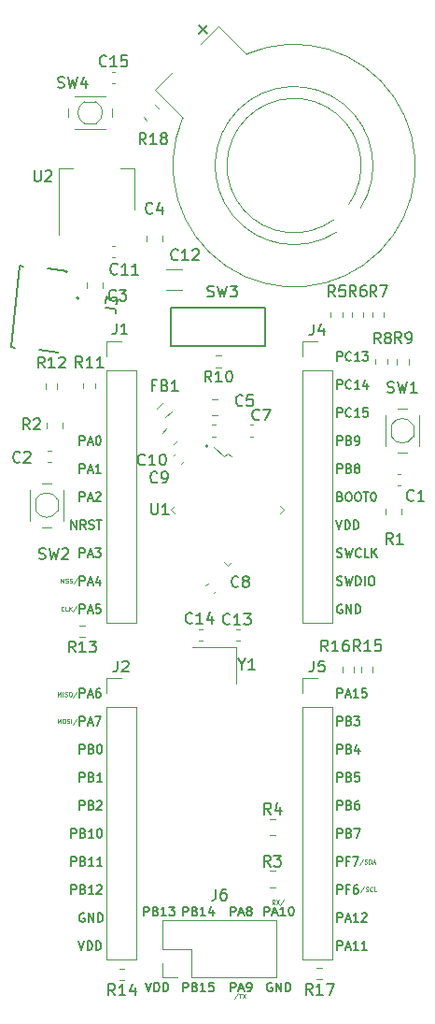
<source format=gbr>
%TF.GenerationSoftware,KiCad,Pcbnew,7.0.8*%
%TF.CreationDate,2024-06-06T10:31:46+02:00*%
%TF.ProjectId,BeerBoard,42656572-426f-4617-9264-2e6b69636164,rev?*%
%TF.SameCoordinates,Original*%
%TF.FileFunction,Legend,Top*%
%TF.FilePolarity,Positive*%
%FSLAX46Y46*%
G04 Gerber Fmt 4.6, Leading zero omitted, Abs format (unit mm)*
G04 Created by KiCad (PCBNEW 7.0.8) date 2024-06-06 10:31:46*
%MOMM*%
%LPD*%
G01*
G04 APERTURE LIST*
%ADD10C,0.150000*%
%ADD11C,0.080000*%
%ADD12C,0.200000*%
%ADD13C,0.100000*%
%ADD14C,0.120000*%
%ADD15C,0.127000*%
G04 APERTURE END LIST*
D10*
X133568211Y-110990000D02*
G75*
G03*
X133568211Y-110990000I-70711J0D01*
G01*
X145323160Y-146452295D02*
X145323160Y-145652295D01*
X145323160Y-145652295D02*
X145627922Y-145652295D01*
X145627922Y-145652295D02*
X145704112Y-145690390D01*
X145704112Y-145690390D02*
X145742207Y-145728485D01*
X145742207Y-145728485D02*
X145780303Y-145804676D01*
X145780303Y-145804676D02*
X145780303Y-145918961D01*
X145780303Y-145918961D02*
X145742207Y-145995152D01*
X145742207Y-145995152D02*
X145704112Y-146033247D01*
X145704112Y-146033247D02*
X145627922Y-146071342D01*
X145627922Y-146071342D02*
X145323160Y-146071342D01*
X146389826Y-146033247D02*
X146504112Y-146071342D01*
X146504112Y-146071342D02*
X146542207Y-146109438D01*
X146542207Y-146109438D02*
X146580303Y-146185628D01*
X146580303Y-146185628D02*
X146580303Y-146299914D01*
X146580303Y-146299914D02*
X146542207Y-146376104D01*
X146542207Y-146376104D02*
X146504112Y-146414200D01*
X146504112Y-146414200D02*
X146427922Y-146452295D01*
X146427922Y-146452295D02*
X146123160Y-146452295D01*
X146123160Y-146452295D02*
X146123160Y-145652295D01*
X146123160Y-145652295D02*
X146389826Y-145652295D01*
X146389826Y-145652295D02*
X146466017Y-145690390D01*
X146466017Y-145690390D02*
X146504112Y-145728485D01*
X146504112Y-145728485D02*
X146542207Y-145804676D01*
X146542207Y-145804676D02*
X146542207Y-145880866D01*
X146542207Y-145880866D02*
X146504112Y-145957057D01*
X146504112Y-145957057D02*
X146466017Y-145995152D01*
X146466017Y-145995152D02*
X146389826Y-146033247D01*
X146389826Y-146033247D02*
X146123160Y-146033247D01*
X146846969Y-145652295D02*
X147380303Y-145652295D01*
X147380303Y-145652295D02*
X147037445Y-146452295D01*
X122374207Y-153310390D02*
X122298017Y-153272295D01*
X122298017Y-153272295D02*
X122183731Y-153272295D01*
X122183731Y-153272295D02*
X122069445Y-153310390D01*
X122069445Y-153310390D02*
X121993255Y-153386580D01*
X121993255Y-153386580D02*
X121955160Y-153462771D01*
X121955160Y-153462771D02*
X121917064Y-153615152D01*
X121917064Y-153615152D02*
X121917064Y-153729438D01*
X121917064Y-153729438D02*
X121955160Y-153881819D01*
X121955160Y-153881819D02*
X121993255Y-153958009D01*
X121993255Y-153958009D02*
X122069445Y-154034200D01*
X122069445Y-154034200D02*
X122183731Y-154072295D01*
X122183731Y-154072295D02*
X122259922Y-154072295D01*
X122259922Y-154072295D02*
X122374207Y-154034200D01*
X122374207Y-154034200D02*
X122412303Y-153996104D01*
X122412303Y-153996104D02*
X122412303Y-153729438D01*
X122412303Y-153729438D02*
X122259922Y-153729438D01*
X122755160Y-154072295D02*
X122755160Y-153272295D01*
X122755160Y-153272295D02*
X123212303Y-154072295D01*
X123212303Y-154072295D02*
X123212303Y-153272295D01*
X123593255Y-154072295D02*
X123593255Y-153272295D01*
X123593255Y-153272295D02*
X123783731Y-153272295D01*
X123783731Y-153272295D02*
X123898017Y-153310390D01*
X123898017Y-153310390D02*
X123974207Y-153386580D01*
X123974207Y-153386580D02*
X124012302Y-153462771D01*
X124012302Y-153462771D02*
X124050398Y-153615152D01*
X124050398Y-153615152D02*
X124050398Y-153729438D01*
X124050398Y-153729438D02*
X124012302Y-153881819D01*
X124012302Y-153881819D02*
X123974207Y-153958009D01*
X123974207Y-153958009D02*
X123898017Y-154034200D01*
X123898017Y-154034200D02*
X123783731Y-154072295D01*
X123783731Y-154072295D02*
X123593255Y-154072295D01*
X121955160Y-121052295D02*
X121955160Y-120252295D01*
X121955160Y-120252295D02*
X122259922Y-120252295D01*
X122259922Y-120252295D02*
X122336112Y-120290390D01*
X122336112Y-120290390D02*
X122374207Y-120328485D01*
X122374207Y-120328485D02*
X122412303Y-120404676D01*
X122412303Y-120404676D02*
X122412303Y-120518961D01*
X122412303Y-120518961D02*
X122374207Y-120595152D01*
X122374207Y-120595152D02*
X122336112Y-120633247D01*
X122336112Y-120633247D02*
X122259922Y-120671342D01*
X122259922Y-120671342D02*
X121955160Y-120671342D01*
X122717064Y-120823723D02*
X123098017Y-120823723D01*
X122640874Y-121052295D02*
X122907541Y-120252295D01*
X122907541Y-120252295D02*
X123174207Y-121052295D01*
X123364683Y-120252295D02*
X123859921Y-120252295D01*
X123859921Y-120252295D02*
X123593255Y-120557057D01*
X123593255Y-120557057D02*
X123707540Y-120557057D01*
X123707540Y-120557057D02*
X123783731Y-120595152D01*
X123783731Y-120595152D02*
X123821826Y-120633247D01*
X123821826Y-120633247D02*
X123859921Y-120709438D01*
X123859921Y-120709438D02*
X123859921Y-120899914D01*
X123859921Y-120899914D02*
X123821826Y-120976104D01*
X123821826Y-120976104D02*
X123783731Y-121014200D01*
X123783731Y-121014200D02*
X123707540Y-121052295D01*
X123707540Y-121052295D02*
X123478969Y-121052295D01*
X123478969Y-121052295D02*
X123402778Y-121014200D01*
X123402778Y-121014200D02*
X123364683Y-120976104D01*
D11*
X136323583Y-160547840D02*
X135980726Y-161062125D01*
X136399774Y-160566887D02*
X136628345Y-160566887D01*
X136514059Y-160966887D02*
X136514059Y-160566887D01*
X136723583Y-160566887D02*
X136990250Y-160966887D01*
X136990250Y-160566887D02*
X136723583Y-160966887D01*
D10*
X145323160Y-148992295D02*
X145323160Y-148192295D01*
X145323160Y-148192295D02*
X145627922Y-148192295D01*
X145627922Y-148192295D02*
X145704112Y-148230390D01*
X145704112Y-148230390D02*
X145742207Y-148268485D01*
X145742207Y-148268485D02*
X145780303Y-148344676D01*
X145780303Y-148344676D02*
X145780303Y-148458961D01*
X145780303Y-148458961D02*
X145742207Y-148535152D01*
X145742207Y-148535152D02*
X145704112Y-148573247D01*
X145704112Y-148573247D02*
X145627922Y-148611342D01*
X145627922Y-148611342D02*
X145323160Y-148611342D01*
X146389826Y-148573247D02*
X146123160Y-148573247D01*
X146123160Y-148992295D02*
X146123160Y-148192295D01*
X146123160Y-148192295D02*
X146504112Y-148192295D01*
X146732683Y-148192295D02*
X147266017Y-148192295D01*
X147266017Y-148192295D02*
X146923159Y-148992295D01*
X121955160Y-110892295D02*
X121955160Y-110092295D01*
X121955160Y-110092295D02*
X122259922Y-110092295D01*
X122259922Y-110092295D02*
X122336112Y-110130390D01*
X122336112Y-110130390D02*
X122374207Y-110168485D01*
X122374207Y-110168485D02*
X122412303Y-110244676D01*
X122412303Y-110244676D02*
X122412303Y-110358961D01*
X122412303Y-110358961D02*
X122374207Y-110435152D01*
X122374207Y-110435152D02*
X122336112Y-110473247D01*
X122336112Y-110473247D02*
X122259922Y-110511342D01*
X122259922Y-110511342D02*
X121955160Y-110511342D01*
X122717064Y-110663723D02*
X123098017Y-110663723D01*
X122640874Y-110892295D02*
X122907541Y-110092295D01*
X122907541Y-110092295D02*
X123174207Y-110892295D01*
X123593255Y-110092295D02*
X123669445Y-110092295D01*
X123669445Y-110092295D02*
X123745636Y-110130390D01*
X123745636Y-110130390D02*
X123783731Y-110168485D01*
X123783731Y-110168485D02*
X123821826Y-110244676D01*
X123821826Y-110244676D02*
X123859921Y-110397057D01*
X123859921Y-110397057D02*
X123859921Y-110587533D01*
X123859921Y-110587533D02*
X123821826Y-110739914D01*
X123821826Y-110739914D02*
X123783731Y-110816104D01*
X123783731Y-110816104D02*
X123745636Y-110854200D01*
X123745636Y-110854200D02*
X123669445Y-110892295D01*
X123669445Y-110892295D02*
X123593255Y-110892295D01*
X123593255Y-110892295D02*
X123517064Y-110854200D01*
X123517064Y-110854200D02*
X123478969Y-110816104D01*
X123478969Y-110816104D02*
X123440874Y-110739914D01*
X123440874Y-110739914D02*
X123402778Y-110587533D01*
X123402778Y-110587533D02*
X123402778Y-110397057D01*
X123402778Y-110397057D02*
X123440874Y-110244676D01*
X123440874Y-110244676D02*
X123478969Y-110168485D01*
X123478969Y-110168485D02*
X123517064Y-110130390D01*
X123517064Y-110130390D02*
X123593255Y-110092295D01*
X145285064Y-123554200D02*
X145399350Y-123592295D01*
X145399350Y-123592295D02*
X145589826Y-123592295D01*
X145589826Y-123592295D02*
X145666017Y-123554200D01*
X145666017Y-123554200D02*
X145704112Y-123516104D01*
X145704112Y-123516104D02*
X145742207Y-123439914D01*
X145742207Y-123439914D02*
X145742207Y-123363723D01*
X145742207Y-123363723D02*
X145704112Y-123287533D01*
X145704112Y-123287533D02*
X145666017Y-123249438D01*
X145666017Y-123249438D02*
X145589826Y-123211342D01*
X145589826Y-123211342D02*
X145437445Y-123173247D01*
X145437445Y-123173247D02*
X145361255Y-123135152D01*
X145361255Y-123135152D02*
X145323160Y-123097057D01*
X145323160Y-123097057D02*
X145285064Y-123020866D01*
X145285064Y-123020866D02*
X145285064Y-122944676D01*
X145285064Y-122944676D02*
X145323160Y-122868485D01*
X145323160Y-122868485D02*
X145361255Y-122830390D01*
X145361255Y-122830390D02*
X145437445Y-122792295D01*
X145437445Y-122792295D02*
X145627922Y-122792295D01*
X145627922Y-122792295D02*
X145742207Y-122830390D01*
X146008874Y-122792295D02*
X146199350Y-123592295D01*
X146199350Y-123592295D02*
X146351731Y-123020866D01*
X146351731Y-123020866D02*
X146504112Y-123592295D01*
X146504112Y-123592295D02*
X146694589Y-122792295D01*
X146999351Y-123592295D02*
X146999351Y-122792295D01*
X146999351Y-122792295D02*
X147189827Y-122792295D01*
X147189827Y-122792295D02*
X147304113Y-122830390D01*
X147304113Y-122830390D02*
X147380303Y-122906580D01*
X147380303Y-122906580D02*
X147418398Y-122982771D01*
X147418398Y-122982771D02*
X147456494Y-123135152D01*
X147456494Y-123135152D02*
X147456494Y-123249438D01*
X147456494Y-123249438D02*
X147418398Y-123401819D01*
X147418398Y-123401819D02*
X147380303Y-123478009D01*
X147380303Y-123478009D02*
X147304113Y-123554200D01*
X147304113Y-123554200D02*
X147189827Y-123592295D01*
X147189827Y-123592295D02*
X146999351Y-123592295D01*
X147799351Y-123592295D02*
X147799351Y-122792295D01*
X148332684Y-122792295D02*
X148485065Y-122792295D01*
X148485065Y-122792295D02*
X148561255Y-122830390D01*
X148561255Y-122830390D02*
X148637446Y-122906580D01*
X148637446Y-122906580D02*
X148675541Y-123058961D01*
X148675541Y-123058961D02*
X148675541Y-123325628D01*
X148675541Y-123325628D02*
X148637446Y-123478009D01*
X148637446Y-123478009D02*
X148561255Y-123554200D01*
X148561255Y-123554200D02*
X148485065Y-123592295D01*
X148485065Y-123592295D02*
X148332684Y-123592295D01*
X148332684Y-123592295D02*
X148256493Y-123554200D01*
X148256493Y-123554200D02*
X148180303Y-123478009D01*
X148180303Y-123478009D02*
X148142207Y-123325628D01*
X148142207Y-123325628D02*
X148142207Y-123058961D01*
X148142207Y-123058961D02*
X148180303Y-122906580D01*
X148180303Y-122906580D02*
X148256493Y-122830390D01*
X148256493Y-122830390D02*
X148332684Y-122792295D01*
X121955160Y-133752295D02*
X121955160Y-132952295D01*
X121955160Y-132952295D02*
X122259922Y-132952295D01*
X122259922Y-132952295D02*
X122336112Y-132990390D01*
X122336112Y-132990390D02*
X122374207Y-133028485D01*
X122374207Y-133028485D02*
X122412303Y-133104676D01*
X122412303Y-133104676D02*
X122412303Y-133218961D01*
X122412303Y-133218961D02*
X122374207Y-133295152D01*
X122374207Y-133295152D02*
X122336112Y-133333247D01*
X122336112Y-133333247D02*
X122259922Y-133371342D01*
X122259922Y-133371342D02*
X121955160Y-133371342D01*
X122717064Y-133523723D02*
X123098017Y-133523723D01*
X122640874Y-133752295D02*
X122907541Y-132952295D01*
X122907541Y-132952295D02*
X123174207Y-133752295D01*
X123783731Y-132952295D02*
X123631350Y-132952295D01*
X123631350Y-132952295D02*
X123555159Y-132990390D01*
X123555159Y-132990390D02*
X123517064Y-133028485D01*
X123517064Y-133028485D02*
X123440874Y-133142771D01*
X123440874Y-133142771D02*
X123402778Y-133295152D01*
X123402778Y-133295152D02*
X123402778Y-133599914D01*
X123402778Y-133599914D02*
X123440874Y-133676104D01*
X123440874Y-133676104D02*
X123478969Y-133714200D01*
X123478969Y-133714200D02*
X123555159Y-133752295D01*
X123555159Y-133752295D02*
X123707540Y-133752295D01*
X123707540Y-133752295D02*
X123783731Y-133714200D01*
X123783731Y-133714200D02*
X123821826Y-133676104D01*
X123821826Y-133676104D02*
X123859921Y-133599914D01*
X123859921Y-133599914D02*
X123859921Y-133409438D01*
X123859921Y-133409438D02*
X123821826Y-133333247D01*
X123821826Y-133333247D02*
X123783731Y-133295152D01*
X123783731Y-133295152D02*
X123707540Y-133257057D01*
X123707540Y-133257057D02*
X123555159Y-133257057D01*
X123555159Y-133257057D02*
X123478969Y-133295152D01*
X123478969Y-133295152D02*
X123440874Y-133333247D01*
X123440874Y-133333247D02*
X123402778Y-133409438D01*
D11*
X120257869Y-123366887D02*
X120257869Y-122966887D01*
X120257869Y-122966887D02*
X120486440Y-123366887D01*
X120486440Y-123366887D02*
X120486440Y-122966887D01*
X120657869Y-123347840D02*
X120715012Y-123366887D01*
X120715012Y-123366887D02*
X120810250Y-123366887D01*
X120810250Y-123366887D02*
X120848345Y-123347840D01*
X120848345Y-123347840D02*
X120867393Y-123328792D01*
X120867393Y-123328792D02*
X120886440Y-123290697D01*
X120886440Y-123290697D02*
X120886440Y-123252601D01*
X120886440Y-123252601D02*
X120867393Y-123214506D01*
X120867393Y-123214506D02*
X120848345Y-123195459D01*
X120848345Y-123195459D02*
X120810250Y-123176411D01*
X120810250Y-123176411D02*
X120734059Y-123157363D01*
X120734059Y-123157363D02*
X120695964Y-123138316D01*
X120695964Y-123138316D02*
X120676917Y-123119268D01*
X120676917Y-123119268D02*
X120657869Y-123081173D01*
X120657869Y-123081173D02*
X120657869Y-123043078D01*
X120657869Y-123043078D02*
X120676917Y-123004982D01*
X120676917Y-123004982D02*
X120695964Y-122985935D01*
X120695964Y-122985935D02*
X120734059Y-122966887D01*
X120734059Y-122966887D02*
X120829298Y-122966887D01*
X120829298Y-122966887D02*
X120886440Y-122985935D01*
X121038821Y-123347840D02*
X121095964Y-123366887D01*
X121095964Y-123366887D02*
X121191202Y-123366887D01*
X121191202Y-123366887D02*
X121229297Y-123347840D01*
X121229297Y-123347840D02*
X121248345Y-123328792D01*
X121248345Y-123328792D02*
X121267392Y-123290697D01*
X121267392Y-123290697D02*
X121267392Y-123252601D01*
X121267392Y-123252601D02*
X121248345Y-123214506D01*
X121248345Y-123214506D02*
X121229297Y-123195459D01*
X121229297Y-123195459D02*
X121191202Y-123176411D01*
X121191202Y-123176411D02*
X121115011Y-123157363D01*
X121115011Y-123157363D02*
X121076916Y-123138316D01*
X121076916Y-123138316D02*
X121057869Y-123119268D01*
X121057869Y-123119268D02*
X121038821Y-123081173D01*
X121038821Y-123081173D02*
X121038821Y-123043078D01*
X121038821Y-123043078D02*
X121057869Y-123004982D01*
X121057869Y-123004982D02*
X121076916Y-122985935D01*
X121076916Y-122985935D02*
X121115011Y-122966887D01*
X121115011Y-122966887D02*
X121210250Y-122966887D01*
X121210250Y-122966887D02*
X121267392Y-122985935D01*
X121724535Y-122947840D02*
X121381678Y-123462125D01*
D10*
X121955160Y-143912295D02*
X121955160Y-143112295D01*
X121955160Y-143112295D02*
X122259922Y-143112295D01*
X122259922Y-143112295D02*
X122336112Y-143150390D01*
X122336112Y-143150390D02*
X122374207Y-143188485D01*
X122374207Y-143188485D02*
X122412303Y-143264676D01*
X122412303Y-143264676D02*
X122412303Y-143378961D01*
X122412303Y-143378961D02*
X122374207Y-143455152D01*
X122374207Y-143455152D02*
X122336112Y-143493247D01*
X122336112Y-143493247D02*
X122259922Y-143531342D01*
X122259922Y-143531342D02*
X121955160Y-143531342D01*
X123021826Y-143493247D02*
X123136112Y-143531342D01*
X123136112Y-143531342D02*
X123174207Y-143569438D01*
X123174207Y-143569438D02*
X123212303Y-143645628D01*
X123212303Y-143645628D02*
X123212303Y-143759914D01*
X123212303Y-143759914D02*
X123174207Y-143836104D01*
X123174207Y-143836104D02*
X123136112Y-143874200D01*
X123136112Y-143874200D02*
X123059922Y-143912295D01*
X123059922Y-143912295D02*
X122755160Y-143912295D01*
X122755160Y-143912295D02*
X122755160Y-143112295D01*
X122755160Y-143112295D02*
X123021826Y-143112295D01*
X123021826Y-143112295D02*
X123098017Y-143150390D01*
X123098017Y-143150390D02*
X123136112Y-143188485D01*
X123136112Y-143188485D02*
X123174207Y-143264676D01*
X123174207Y-143264676D02*
X123174207Y-143340866D01*
X123174207Y-143340866D02*
X123136112Y-143417057D01*
X123136112Y-143417057D02*
X123098017Y-143455152D01*
X123098017Y-143455152D02*
X123021826Y-143493247D01*
X123021826Y-143493247D02*
X122755160Y-143493247D01*
X123517064Y-143188485D02*
X123555160Y-143150390D01*
X123555160Y-143150390D02*
X123631350Y-143112295D01*
X123631350Y-143112295D02*
X123821826Y-143112295D01*
X123821826Y-143112295D02*
X123898017Y-143150390D01*
X123898017Y-143150390D02*
X123936112Y-143188485D01*
X123936112Y-143188485D02*
X123974207Y-143264676D01*
X123974207Y-143264676D02*
X123974207Y-143340866D01*
X123974207Y-143340866D02*
X123936112Y-143455152D01*
X123936112Y-143455152D02*
X123478969Y-143912295D01*
X123478969Y-143912295D02*
X123974207Y-143912295D01*
X121955160Y-136292295D02*
X121955160Y-135492295D01*
X121955160Y-135492295D02*
X122259922Y-135492295D01*
X122259922Y-135492295D02*
X122336112Y-135530390D01*
X122336112Y-135530390D02*
X122374207Y-135568485D01*
X122374207Y-135568485D02*
X122412303Y-135644676D01*
X122412303Y-135644676D02*
X122412303Y-135758961D01*
X122412303Y-135758961D02*
X122374207Y-135835152D01*
X122374207Y-135835152D02*
X122336112Y-135873247D01*
X122336112Y-135873247D02*
X122259922Y-135911342D01*
X122259922Y-135911342D02*
X121955160Y-135911342D01*
X122717064Y-136063723D02*
X123098017Y-136063723D01*
X122640874Y-136292295D02*
X122907541Y-135492295D01*
X122907541Y-135492295D02*
X123174207Y-136292295D01*
X123364683Y-135492295D02*
X123898017Y-135492295D01*
X123898017Y-135492295D02*
X123555159Y-136292295D01*
X145323160Y-156612295D02*
X145323160Y-155812295D01*
X145323160Y-155812295D02*
X145627922Y-155812295D01*
X145627922Y-155812295D02*
X145704112Y-155850390D01*
X145704112Y-155850390D02*
X145742207Y-155888485D01*
X145742207Y-155888485D02*
X145780303Y-155964676D01*
X145780303Y-155964676D02*
X145780303Y-156078961D01*
X145780303Y-156078961D02*
X145742207Y-156155152D01*
X145742207Y-156155152D02*
X145704112Y-156193247D01*
X145704112Y-156193247D02*
X145627922Y-156231342D01*
X145627922Y-156231342D02*
X145323160Y-156231342D01*
X146085064Y-156383723D02*
X146466017Y-156383723D01*
X146008874Y-156612295D02*
X146275541Y-155812295D01*
X146275541Y-155812295D02*
X146542207Y-156612295D01*
X147227921Y-156612295D02*
X146770778Y-156612295D01*
X146999350Y-156612295D02*
X146999350Y-155812295D01*
X146999350Y-155812295D02*
X146923159Y-155926580D01*
X146923159Y-155926580D02*
X146846969Y-156002771D01*
X146846969Y-156002771D02*
X146770778Y-156040866D01*
X147989826Y-156612295D02*
X147532683Y-156612295D01*
X147761255Y-156612295D02*
X147761255Y-155812295D01*
X147761255Y-155812295D02*
X147685064Y-155926580D01*
X147685064Y-155926580D02*
X147608874Y-156002771D01*
X147608874Y-156002771D02*
X147532683Y-156040866D01*
X145208874Y-117712295D02*
X145475541Y-118512295D01*
X145475541Y-118512295D02*
X145742207Y-117712295D01*
X146008874Y-118512295D02*
X146008874Y-117712295D01*
X146008874Y-117712295D02*
X146199350Y-117712295D01*
X146199350Y-117712295D02*
X146313636Y-117750390D01*
X146313636Y-117750390D02*
X146389826Y-117826580D01*
X146389826Y-117826580D02*
X146427921Y-117902771D01*
X146427921Y-117902771D02*
X146466017Y-118055152D01*
X146466017Y-118055152D02*
X146466017Y-118169438D01*
X146466017Y-118169438D02*
X146427921Y-118321819D01*
X146427921Y-118321819D02*
X146389826Y-118398009D01*
X146389826Y-118398009D02*
X146313636Y-118474200D01*
X146313636Y-118474200D02*
X146199350Y-118512295D01*
X146199350Y-118512295D02*
X146008874Y-118512295D01*
X146808874Y-118512295D02*
X146808874Y-117712295D01*
X146808874Y-117712295D02*
X146999350Y-117712295D01*
X146999350Y-117712295D02*
X147113636Y-117750390D01*
X147113636Y-117750390D02*
X147189826Y-117826580D01*
X147189826Y-117826580D02*
X147227921Y-117902771D01*
X147227921Y-117902771D02*
X147266017Y-118055152D01*
X147266017Y-118055152D02*
X147266017Y-118169438D01*
X147266017Y-118169438D02*
X147227921Y-118321819D01*
X147227921Y-118321819D02*
X147189826Y-118398009D01*
X147189826Y-118398009D02*
X147113636Y-118474200D01*
X147113636Y-118474200D02*
X146999350Y-118512295D01*
X146999350Y-118512295D02*
X146808874Y-118512295D01*
X121955160Y-141372295D02*
X121955160Y-140572295D01*
X121955160Y-140572295D02*
X122259922Y-140572295D01*
X122259922Y-140572295D02*
X122336112Y-140610390D01*
X122336112Y-140610390D02*
X122374207Y-140648485D01*
X122374207Y-140648485D02*
X122412303Y-140724676D01*
X122412303Y-140724676D02*
X122412303Y-140838961D01*
X122412303Y-140838961D02*
X122374207Y-140915152D01*
X122374207Y-140915152D02*
X122336112Y-140953247D01*
X122336112Y-140953247D02*
X122259922Y-140991342D01*
X122259922Y-140991342D02*
X121955160Y-140991342D01*
X123021826Y-140953247D02*
X123136112Y-140991342D01*
X123136112Y-140991342D02*
X123174207Y-141029438D01*
X123174207Y-141029438D02*
X123212303Y-141105628D01*
X123212303Y-141105628D02*
X123212303Y-141219914D01*
X123212303Y-141219914D02*
X123174207Y-141296104D01*
X123174207Y-141296104D02*
X123136112Y-141334200D01*
X123136112Y-141334200D02*
X123059922Y-141372295D01*
X123059922Y-141372295D02*
X122755160Y-141372295D01*
X122755160Y-141372295D02*
X122755160Y-140572295D01*
X122755160Y-140572295D02*
X123021826Y-140572295D01*
X123021826Y-140572295D02*
X123098017Y-140610390D01*
X123098017Y-140610390D02*
X123136112Y-140648485D01*
X123136112Y-140648485D02*
X123174207Y-140724676D01*
X123174207Y-140724676D02*
X123174207Y-140800866D01*
X123174207Y-140800866D02*
X123136112Y-140877057D01*
X123136112Y-140877057D02*
X123098017Y-140915152D01*
X123098017Y-140915152D02*
X123021826Y-140953247D01*
X123021826Y-140953247D02*
X122755160Y-140953247D01*
X123974207Y-141372295D02*
X123517064Y-141372295D01*
X123745636Y-141372295D02*
X123745636Y-140572295D01*
X123745636Y-140572295D02*
X123669445Y-140686580D01*
X123669445Y-140686580D02*
X123593255Y-140762771D01*
X123593255Y-140762771D02*
X123517064Y-140800866D01*
D11*
X147673583Y-148387840D02*
X147330726Y-148902125D01*
X147787869Y-148787840D02*
X147845012Y-148806887D01*
X147845012Y-148806887D02*
X147940250Y-148806887D01*
X147940250Y-148806887D02*
X147978345Y-148787840D01*
X147978345Y-148787840D02*
X147997393Y-148768792D01*
X147997393Y-148768792D02*
X148016440Y-148730697D01*
X148016440Y-148730697D02*
X148016440Y-148692601D01*
X148016440Y-148692601D02*
X147997393Y-148654506D01*
X147997393Y-148654506D02*
X147978345Y-148635459D01*
X147978345Y-148635459D02*
X147940250Y-148616411D01*
X147940250Y-148616411D02*
X147864059Y-148597363D01*
X147864059Y-148597363D02*
X147825964Y-148578316D01*
X147825964Y-148578316D02*
X147806917Y-148559268D01*
X147806917Y-148559268D02*
X147787869Y-148521173D01*
X147787869Y-148521173D02*
X147787869Y-148483078D01*
X147787869Y-148483078D02*
X147806917Y-148444982D01*
X147806917Y-148444982D02*
X147825964Y-148425935D01*
X147825964Y-148425935D02*
X147864059Y-148406887D01*
X147864059Y-148406887D02*
X147959298Y-148406887D01*
X147959298Y-148406887D02*
X148016440Y-148425935D01*
X148187869Y-148806887D02*
X148187869Y-148406887D01*
X148187869Y-148406887D02*
X148283107Y-148406887D01*
X148283107Y-148406887D02*
X148340250Y-148425935D01*
X148340250Y-148425935D02*
X148378345Y-148464030D01*
X148378345Y-148464030D02*
X148397392Y-148502125D01*
X148397392Y-148502125D02*
X148416440Y-148578316D01*
X148416440Y-148578316D02*
X148416440Y-148635459D01*
X148416440Y-148635459D02*
X148397392Y-148711649D01*
X148397392Y-148711649D02*
X148378345Y-148749744D01*
X148378345Y-148749744D02*
X148340250Y-148787840D01*
X148340250Y-148787840D02*
X148283107Y-148806887D01*
X148283107Y-148806887D02*
X148187869Y-148806887D01*
X148568821Y-148692601D02*
X148759297Y-148692601D01*
X148530726Y-148806887D02*
X148664059Y-148406887D01*
X148664059Y-148406887D02*
X148797392Y-148806887D01*
X119957869Y-133646887D02*
X119957869Y-133246887D01*
X119957869Y-133246887D02*
X120091202Y-133532601D01*
X120091202Y-133532601D02*
X120224535Y-133246887D01*
X120224535Y-133246887D02*
X120224535Y-133646887D01*
X120415012Y-133646887D02*
X120415012Y-133246887D01*
X120586440Y-133627840D02*
X120643583Y-133646887D01*
X120643583Y-133646887D02*
X120738821Y-133646887D01*
X120738821Y-133646887D02*
X120776916Y-133627840D01*
X120776916Y-133627840D02*
X120795964Y-133608792D01*
X120795964Y-133608792D02*
X120815011Y-133570697D01*
X120815011Y-133570697D02*
X120815011Y-133532601D01*
X120815011Y-133532601D02*
X120795964Y-133494506D01*
X120795964Y-133494506D02*
X120776916Y-133475459D01*
X120776916Y-133475459D02*
X120738821Y-133456411D01*
X120738821Y-133456411D02*
X120662630Y-133437363D01*
X120662630Y-133437363D02*
X120624535Y-133418316D01*
X120624535Y-133418316D02*
X120605488Y-133399268D01*
X120605488Y-133399268D02*
X120586440Y-133361173D01*
X120586440Y-133361173D02*
X120586440Y-133323078D01*
X120586440Y-133323078D02*
X120605488Y-133284982D01*
X120605488Y-133284982D02*
X120624535Y-133265935D01*
X120624535Y-133265935D02*
X120662630Y-133246887D01*
X120662630Y-133246887D02*
X120757869Y-133246887D01*
X120757869Y-133246887D02*
X120815011Y-133265935D01*
X121062630Y-133246887D02*
X121138821Y-133246887D01*
X121138821Y-133246887D02*
X121176916Y-133265935D01*
X121176916Y-133265935D02*
X121215011Y-133304030D01*
X121215011Y-133304030D02*
X121234059Y-133380220D01*
X121234059Y-133380220D02*
X121234059Y-133513554D01*
X121234059Y-133513554D02*
X121215011Y-133589744D01*
X121215011Y-133589744D02*
X121176916Y-133627840D01*
X121176916Y-133627840D02*
X121138821Y-133646887D01*
X121138821Y-133646887D02*
X121062630Y-133646887D01*
X121062630Y-133646887D02*
X121024535Y-133627840D01*
X121024535Y-133627840D02*
X120986440Y-133589744D01*
X120986440Y-133589744D02*
X120967392Y-133513554D01*
X120967392Y-133513554D02*
X120967392Y-133380220D01*
X120967392Y-133380220D02*
X120986440Y-133304030D01*
X120986440Y-133304030D02*
X121024535Y-133265935D01*
X121024535Y-133265935D02*
X121062630Y-133246887D01*
X121691202Y-133227840D02*
X121348345Y-133742125D01*
D10*
X145323160Y-154072295D02*
X145323160Y-153272295D01*
X145323160Y-153272295D02*
X145627922Y-153272295D01*
X145627922Y-153272295D02*
X145704112Y-153310390D01*
X145704112Y-153310390D02*
X145742207Y-153348485D01*
X145742207Y-153348485D02*
X145780303Y-153424676D01*
X145780303Y-153424676D02*
X145780303Y-153538961D01*
X145780303Y-153538961D02*
X145742207Y-153615152D01*
X145742207Y-153615152D02*
X145704112Y-153653247D01*
X145704112Y-153653247D02*
X145627922Y-153691342D01*
X145627922Y-153691342D02*
X145323160Y-153691342D01*
X146085064Y-153843723D02*
X146466017Y-153843723D01*
X146008874Y-154072295D02*
X146275541Y-153272295D01*
X146275541Y-153272295D02*
X146542207Y-154072295D01*
X147227921Y-154072295D02*
X146770778Y-154072295D01*
X146999350Y-154072295D02*
X146999350Y-153272295D01*
X146999350Y-153272295D02*
X146923159Y-153386580D01*
X146923159Y-153386580D02*
X146846969Y-153462771D01*
X146846969Y-153462771D02*
X146770778Y-153500866D01*
X147532683Y-153348485D02*
X147570779Y-153310390D01*
X147570779Y-153310390D02*
X147646969Y-153272295D01*
X147646969Y-153272295D02*
X147837445Y-153272295D01*
X147837445Y-153272295D02*
X147913636Y-153310390D01*
X147913636Y-153310390D02*
X147951731Y-153348485D01*
X147951731Y-153348485D02*
X147989826Y-153424676D01*
X147989826Y-153424676D02*
X147989826Y-153500866D01*
X147989826Y-153500866D02*
X147951731Y-153615152D01*
X147951731Y-153615152D02*
X147494588Y-154072295D01*
X147494588Y-154072295D02*
X147989826Y-154072295D01*
X127916874Y-159552295D02*
X128183541Y-160352295D01*
X128183541Y-160352295D02*
X128450207Y-159552295D01*
X128716874Y-160352295D02*
X128716874Y-159552295D01*
X128716874Y-159552295D02*
X128907350Y-159552295D01*
X128907350Y-159552295D02*
X129021636Y-159590390D01*
X129021636Y-159590390D02*
X129097826Y-159666580D01*
X129097826Y-159666580D02*
X129135921Y-159742771D01*
X129135921Y-159742771D02*
X129174017Y-159895152D01*
X129174017Y-159895152D02*
X129174017Y-160009438D01*
X129174017Y-160009438D02*
X129135921Y-160161819D01*
X129135921Y-160161819D02*
X129097826Y-160238009D01*
X129097826Y-160238009D02*
X129021636Y-160314200D01*
X129021636Y-160314200D02*
X128907350Y-160352295D01*
X128907350Y-160352295D02*
X128716874Y-160352295D01*
X129516874Y-160352295D02*
X129516874Y-159552295D01*
X129516874Y-159552295D02*
X129707350Y-159552295D01*
X129707350Y-159552295D02*
X129821636Y-159590390D01*
X129821636Y-159590390D02*
X129897826Y-159666580D01*
X129897826Y-159666580D02*
X129935921Y-159742771D01*
X129935921Y-159742771D02*
X129974017Y-159895152D01*
X129974017Y-159895152D02*
X129974017Y-160009438D01*
X129974017Y-160009438D02*
X129935921Y-160161819D01*
X129935921Y-160161819D02*
X129897826Y-160238009D01*
X129897826Y-160238009D02*
X129821636Y-160314200D01*
X129821636Y-160314200D02*
X129707350Y-160352295D01*
X129707350Y-160352295D02*
X129516874Y-160352295D01*
X127777160Y-153494295D02*
X127777160Y-152694295D01*
X127777160Y-152694295D02*
X128081922Y-152694295D01*
X128081922Y-152694295D02*
X128158112Y-152732390D01*
X128158112Y-152732390D02*
X128196207Y-152770485D01*
X128196207Y-152770485D02*
X128234303Y-152846676D01*
X128234303Y-152846676D02*
X128234303Y-152960961D01*
X128234303Y-152960961D02*
X128196207Y-153037152D01*
X128196207Y-153037152D02*
X128158112Y-153075247D01*
X128158112Y-153075247D02*
X128081922Y-153113342D01*
X128081922Y-153113342D02*
X127777160Y-153113342D01*
X128843826Y-153075247D02*
X128958112Y-153113342D01*
X128958112Y-153113342D02*
X128996207Y-153151438D01*
X128996207Y-153151438D02*
X129034303Y-153227628D01*
X129034303Y-153227628D02*
X129034303Y-153341914D01*
X129034303Y-153341914D02*
X128996207Y-153418104D01*
X128996207Y-153418104D02*
X128958112Y-153456200D01*
X128958112Y-153456200D02*
X128881922Y-153494295D01*
X128881922Y-153494295D02*
X128577160Y-153494295D01*
X128577160Y-153494295D02*
X128577160Y-152694295D01*
X128577160Y-152694295D02*
X128843826Y-152694295D01*
X128843826Y-152694295D02*
X128920017Y-152732390D01*
X128920017Y-152732390D02*
X128958112Y-152770485D01*
X128958112Y-152770485D02*
X128996207Y-152846676D01*
X128996207Y-152846676D02*
X128996207Y-152922866D01*
X128996207Y-152922866D02*
X128958112Y-152999057D01*
X128958112Y-152999057D02*
X128920017Y-153037152D01*
X128920017Y-153037152D02*
X128843826Y-153075247D01*
X128843826Y-153075247D02*
X128577160Y-153075247D01*
X129796207Y-153494295D02*
X129339064Y-153494295D01*
X129567636Y-153494295D02*
X129567636Y-152694295D01*
X129567636Y-152694295D02*
X129491445Y-152808580D01*
X129491445Y-152808580D02*
X129415255Y-152884771D01*
X129415255Y-152884771D02*
X129339064Y-152922866D01*
X130062874Y-152694295D02*
X130558112Y-152694295D01*
X130558112Y-152694295D02*
X130291446Y-152999057D01*
X130291446Y-152999057D02*
X130405731Y-152999057D01*
X130405731Y-152999057D02*
X130481922Y-153037152D01*
X130481922Y-153037152D02*
X130520017Y-153075247D01*
X130520017Y-153075247D02*
X130558112Y-153151438D01*
X130558112Y-153151438D02*
X130558112Y-153341914D01*
X130558112Y-153341914D02*
X130520017Y-153418104D01*
X130520017Y-153418104D02*
X130481922Y-153456200D01*
X130481922Y-153456200D02*
X130405731Y-153494295D01*
X130405731Y-153494295D02*
X130177160Y-153494295D01*
X130177160Y-153494295D02*
X130100969Y-153456200D01*
X130100969Y-153456200D02*
X130062874Y-153418104D01*
D11*
X119937869Y-136086887D02*
X119937869Y-135686887D01*
X119937869Y-135686887D02*
X120071202Y-135972601D01*
X120071202Y-135972601D02*
X120204535Y-135686887D01*
X120204535Y-135686887D02*
X120204535Y-136086887D01*
X120471202Y-135686887D02*
X120547393Y-135686887D01*
X120547393Y-135686887D02*
X120585488Y-135705935D01*
X120585488Y-135705935D02*
X120623583Y-135744030D01*
X120623583Y-135744030D02*
X120642631Y-135820220D01*
X120642631Y-135820220D02*
X120642631Y-135953554D01*
X120642631Y-135953554D02*
X120623583Y-136029744D01*
X120623583Y-136029744D02*
X120585488Y-136067840D01*
X120585488Y-136067840D02*
X120547393Y-136086887D01*
X120547393Y-136086887D02*
X120471202Y-136086887D01*
X120471202Y-136086887D02*
X120433107Y-136067840D01*
X120433107Y-136067840D02*
X120395012Y-136029744D01*
X120395012Y-136029744D02*
X120375964Y-135953554D01*
X120375964Y-135953554D02*
X120375964Y-135820220D01*
X120375964Y-135820220D02*
X120395012Y-135744030D01*
X120395012Y-135744030D02*
X120433107Y-135705935D01*
X120433107Y-135705935D02*
X120471202Y-135686887D01*
X120795012Y-136067840D02*
X120852155Y-136086887D01*
X120852155Y-136086887D02*
X120947393Y-136086887D01*
X120947393Y-136086887D02*
X120985488Y-136067840D01*
X120985488Y-136067840D02*
X121004536Y-136048792D01*
X121004536Y-136048792D02*
X121023583Y-136010697D01*
X121023583Y-136010697D02*
X121023583Y-135972601D01*
X121023583Y-135972601D02*
X121004536Y-135934506D01*
X121004536Y-135934506D02*
X120985488Y-135915459D01*
X120985488Y-135915459D02*
X120947393Y-135896411D01*
X120947393Y-135896411D02*
X120871202Y-135877363D01*
X120871202Y-135877363D02*
X120833107Y-135858316D01*
X120833107Y-135858316D02*
X120814060Y-135839268D01*
X120814060Y-135839268D02*
X120795012Y-135801173D01*
X120795012Y-135801173D02*
X120795012Y-135763078D01*
X120795012Y-135763078D02*
X120814060Y-135724982D01*
X120814060Y-135724982D02*
X120833107Y-135705935D01*
X120833107Y-135705935D02*
X120871202Y-135686887D01*
X120871202Y-135686887D02*
X120966441Y-135686887D01*
X120966441Y-135686887D02*
X121023583Y-135705935D01*
X121195012Y-136086887D02*
X121195012Y-135686887D01*
X121671202Y-135667840D02*
X121328345Y-136182125D01*
D10*
X121193160Y-118512295D02*
X121193160Y-117712295D01*
X121193160Y-117712295D02*
X121650303Y-118512295D01*
X121650303Y-118512295D02*
X121650303Y-117712295D01*
X122488398Y-118512295D02*
X122221731Y-118131342D01*
X122031255Y-118512295D02*
X122031255Y-117712295D01*
X122031255Y-117712295D02*
X122336017Y-117712295D01*
X122336017Y-117712295D02*
X122412207Y-117750390D01*
X122412207Y-117750390D02*
X122450302Y-117788485D01*
X122450302Y-117788485D02*
X122488398Y-117864676D01*
X122488398Y-117864676D02*
X122488398Y-117978961D01*
X122488398Y-117978961D02*
X122450302Y-118055152D01*
X122450302Y-118055152D02*
X122412207Y-118093247D01*
X122412207Y-118093247D02*
X122336017Y-118131342D01*
X122336017Y-118131342D02*
X122031255Y-118131342D01*
X122793159Y-118474200D02*
X122907445Y-118512295D01*
X122907445Y-118512295D02*
X123097921Y-118512295D01*
X123097921Y-118512295D02*
X123174112Y-118474200D01*
X123174112Y-118474200D02*
X123212207Y-118436104D01*
X123212207Y-118436104D02*
X123250302Y-118359914D01*
X123250302Y-118359914D02*
X123250302Y-118283723D01*
X123250302Y-118283723D02*
X123212207Y-118207533D01*
X123212207Y-118207533D02*
X123174112Y-118169438D01*
X123174112Y-118169438D02*
X123097921Y-118131342D01*
X123097921Y-118131342D02*
X122945540Y-118093247D01*
X122945540Y-118093247D02*
X122869350Y-118055152D01*
X122869350Y-118055152D02*
X122831255Y-118017057D01*
X122831255Y-118017057D02*
X122793159Y-117940866D01*
X122793159Y-117940866D02*
X122793159Y-117864676D01*
X122793159Y-117864676D02*
X122831255Y-117788485D01*
X122831255Y-117788485D02*
X122869350Y-117750390D01*
X122869350Y-117750390D02*
X122945540Y-117712295D01*
X122945540Y-117712295D02*
X123136017Y-117712295D01*
X123136017Y-117712295D02*
X123250302Y-117750390D01*
X123478874Y-117712295D02*
X123936017Y-117712295D01*
X123707445Y-118512295D02*
X123707445Y-117712295D01*
X145742207Y-125370390D02*
X145666017Y-125332295D01*
X145666017Y-125332295D02*
X145551731Y-125332295D01*
X145551731Y-125332295D02*
X145437445Y-125370390D01*
X145437445Y-125370390D02*
X145361255Y-125446580D01*
X145361255Y-125446580D02*
X145323160Y-125522771D01*
X145323160Y-125522771D02*
X145285064Y-125675152D01*
X145285064Y-125675152D02*
X145285064Y-125789438D01*
X145285064Y-125789438D02*
X145323160Y-125941819D01*
X145323160Y-125941819D02*
X145361255Y-126018009D01*
X145361255Y-126018009D02*
X145437445Y-126094200D01*
X145437445Y-126094200D02*
X145551731Y-126132295D01*
X145551731Y-126132295D02*
X145627922Y-126132295D01*
X145627922Y-126132295D02*
X145742207Y-126094200D01*
X145742207Y-126094200D02*
X145780303Y-126056104D01*
X145780303Y-126056104D02*
X145780303Y-125789438D01*
X145780303Y-125789438D02*
X145627922Y-125789438D01*
X146123160Y-126132295D02*
X146123160Y-125332295D01*
X146123160Y-125332295D02*
X146580303Y-126132295D01*
X146580303Y-126132295D02*
X146580303Y-125332295D01*
X146961255Y-126132295D02*
X146961255Y-125332295D01*
X146961255Y-125332295D02*
X147151731Y-125332295D01*
X147151731Y-125332295D02*
X147266017Y-125370390D01*
X147266017Y-125370390D02*
X147342207Y-125446580D01*
X147342207Y-125446580D02*
X147380302Y-125522771D01*
X147380302Y-125522771D02*
X147418398Y-125675152D01*
X147418398Y-125675152D02*
X147418398Y-125789438D01*
X147418398Y-125789438D02*
X147380302Y-125941819D01*
X147380302Y-125941819D02*
X147342207Y-126018009D01*
X147342207Y-126018009D02*
X147266017Y-126094200D01*
X147266017Y-126094200D02*
X147151731Y-126132295D01*
X147151731Y-126132295D02*
X146961255Y-126132295D01*
X121840874Y-155812295D02*
X122107541Y-156612295D01*
X122107541Y-156612295D02*
X122374207Y-155812295D01*
X122640874Y-156612295D02*
X122640874Y-155812295D01*
X122640874Y-155812295D02*
X122831350Y-155812295D01*
X122831350Y-155812295D02*
X122945636Y-155850390D01*
X122945636Y-155850390D02*
X123021826Y-155926580D01*
X123021826Y-155926580D02*
X123059921Y-156002771D01*
X123059921Y-156002771D02*
X123098017Y-156155152D01*
X123098017Y-156155152D02*
X123098017Y-156269438D01*
X123098017Y-156269438D02*
X123059921Y-156421819D01*
X123059921Y-156421819D02*
X123021826Y-156498009D01*
X123021826Y-156498009D02*
X122945636Y-156574200D01*
X122945636Y-156574200D02*
X122831350Y-156612295D01*
X122831350Y-156612295D02*
X122640874Y-156612295D01*
X123440874Y-156612295D02*
X123440874Y-155812295D01*
X123440874Y-155812295D02*
X123631350Y-155812295D01*
X123631350Y-155812295D02*
X123745636Y-155850390D01*
X123745636Y-155850390D02*
X123821826Y-155926580D01*
X123821826Y-155926580D02*
X123859921Y-156002771D01*
X123859921Y-156002771D02*
X123898017Y-156155152D01*
X123898017Y-156155152D02*
X123898017Y-156269438D01*
X123898017Y-156269438D02*
X123859921Y-156421819D01*
X123859921Y-156421819D02*
X123821826Y-156498009D01*
X123821826Y-156498009D02*
X123745636Y-156574200D01*
X123745636Y-156574200D02*
X123631350Y-156612295D01*
X123631350Y-156612295D02*
X123440874Y-156612295D01*
X121955160Y-113432295D02*
X121955160Y-112632295D01*
X121955160Y-112632295D02*
X122259922Y-112632295D01*
X122259922Y-112632295D02*
X122336112Y-112670390D01*
X122336112Y-112670390D02*
X122374207Y-112708485D01*
X122374207Y-112708485D02*
X122412303Y-112784676D01*
X122412303Y-112784676D02*
X122412303Y-112898961D01*
X122412303Y-112898961D02*
X122374207Y-112975152D01*
X122374207Y-112975152D02*
X122336112Y-113013247D01*
X122336112Y-113013247D02*
X122259922Y-113051342D01*
X122259922Y-113051342D02*
X121955160Y-113051342D01*
X122717064Y-113203723D02*
X123098017Y-113203723D01*
X122640874Y-113432295D02*
X122907541Y-112632295D01*
X122907541Y-112632295D02*
X123174207Y-113432295D01*
X123859921Y-113432295D02*
X123402778Y-113432295D01*
X123631350Y-113432295D02*
X123631350Y-112632295D01*
X123631350Y-112632295D02*
X123555159Y-112746580D01*
X123555159Y-112746580D02*
X123478969Y-112822771D01*
X123478969Y-112822771D02*
X123402778Y-112860866D01*
X145323160Y-138832295D02*
X145323160Y-138032295D01*
X145323160Y-138032295D02*
X145627922Y-138032295D01*
X145627922Y-138032295D02*
X145704112Y-138070390D01*
X145704112Y-138070390D02*
X145742207Y-138108485D01*
X145742207Y-138108485D02*
X145780303Y-138184676D01*
X145780303Y-138184676D02*
X145780303Y-138298961D01*
X145780303Y-138298961D02*
X145742207Y-138375152D01*
X145742207Y-138375152D02*
X145704112Y-138413247D01*
X145704112Y-138413247D02*
X145627922Y-138451342D01*
X145627922Y-138451342D02*
X145323160Y-138451342D01*
X146389826Y-138413247D02*
X146504112Y-138451342D01*
X146504112Y-138451342D02*
X146542207Y-138489438D01*
X146542207Y-138489438D02*
X146580303Y-138565628D01*
X146580303Y-138565628D02*
X146580303Y-138679914D01*
X146580303Y-138679914D02*
X146542207Y-138756104D01*
X146542207Y-138756104D02*
X146504112Y-138794200D01*
X146504112Y-138794200D02*
X146427922Y-138832295D01*
X146427922Y-138832295D02*
X146123160Y-138832295D01*
X146123160Y-138832295D02*
X146123160Y-138032295D01*
X146123160Y-138032295D02*
X146389826Y-138032295D01*
X146389826Y-138032295D02*
X146466017Y-138070390D01*
X146466017Y-138070390D02*
X146504112Y-138108485D01*
X146504112Y-138108485D02*
X146542207Y-138184676D01*
X146542207Y-138184676D02*
X146542207Y-138260866D01*
X146542207Y-138260866D02*
X146504112Y-138337057D01*
X146504112Y-138337057D02*
X146466017Y-138375152D01*
X146466017Y-138375152D02*
X146389826Y-138413247D01*
X146389826Y-138413247D02*
X146123160Y-138413247D01*
X147266017Y-138298961D02*
X147266017Y-138832295D01*
X147075541Y-137994200D02*
X146885064Y-138565628D01*
X146885064Y-138565628D02*
X147380303Y-138565628D01*
X121193160Y-148992295D02*
X121193160Y-148192295D01*
X121193160Y-148192295D02*
X121497922Y-148192295D01*
X121497922Y-148192295D02*
X121574112Y-148230390D01*
X121574112Y-148230390D02*
X121612207Y-148268485D01*
X121612207Y-148268485D02*
X121650303Y-148344676D01*
X121650303Y-148344676D02*
X121650303Y-148458961D01*
X121650303Y-148458961D02*
X121612207Y-148535152D01*
X121612207Y-148535152D02*
X121574112Y-148573247D01*
X121574112Y-148573247D02*
X121497922Y-148611342D01*
X121497922Y-148611342D02*
X121193160Y-148611342D01*
X122259826Y-148573247D02*
X122374112Y-148611342D01*
X122374112Y-148611342D02*
X122412207Y-148649438D01*
X122412207Y-148649438D02*
X122450303Y-148725628D01*
X122450303Y-148725628D02*
X122450303Y-148839914D01*
X122450303Y-148839914D02*
X122412207Y-148916104D01*
X122412207Y-148916104D02*
X122374112Y-148954200D01*
X122374112Y-148954200D02*
X122297922Y-148992295D01*
X122297922Y-148992295D02*
X121993160Y-148992295D01*
X121993160Y-148992295D02*
X121993160Y-148192295D01*
X121993160Y-148192295D02*
X122259826Y-148192295D01*
X122259826Y-148192295D02*
X122336017Y-148230390D01*
X122336017Y-148230390D02*
X122374112Y-148268485D01*
X122374112Y-148268485D02*
X122412207Y-148344676D01*
X122412207Y-148344676D02*
X122412207Y-148420866D01*
X122412207Y-148420866D02*
X122374112Y-148497057D01*
X122374112Y-148497057D02*
X122336017Y-148535152D01*
X122336017Y-148535152D02*
X122259826Y-148573247D01*
X122259826Y-148573247D02*
X121993160Y-148573247D01*
X123212207Y-148992295D02*
X122755064Y-148992295D01*
X122983636Y-148992295D02*
X122983636Y-148192295D01*
X122983636Y-148192295D02*
X122907445Y-148306580D01*
X122907445Y-148306580D02*
X122831255Y-148382771D01*
X122831255Y-148382771D02*
X122755064Y-148420866D01*
X123974112Y-148992295D02*
X123516969Y-148992295D01*
X123745541Y-148992295D02*
X123745541Y-148192295D01*
X123745541Y-148192295D02*
X123669350Y-148306580D01*
X123669350Y-148306580D02*
X123593160Y-148382771D01*
X123593160Y-148382771D02*
X123516969Y-148420866D01*
X135651160Y-160352295D02*
X135651160Y-159552295D01*
X135651160Y-159552295D02*
X135955922Y-159552295D01*
X135955922Y-159552295D02*
X136032112Y-159590390D01*
X136032112Y-159590390D02*
X136070207Y-159628485D01*
X136070207Y-159628485D02*
X136108303Y-159704676D01*
X136108303Y-159704676D02*
X136108303Y-159818961D01*
X136108303Y-159818961D02*
X136070207Y-159895152D01*
X136070207Y-159895152D02*
X136032112Y-159933247D01*
X136032112Y-159933247D02*
X135955922Y-159971342D01*
X135955922Y-159971342D02*
X135651160Y-159971342D01*
X136413064Y-160123723D02*
X136794017Y-160123723D01*
X136336874Y-160352295D02*
X136603541Y-159552295D01*
X136603541Y-159552295D02*
X136870207Y-160352295D01*
X137174969Y-160352295D02*
X137327350Y-160352295D01*
X137327350Y-160352295D02*
X137403540Y-160314200D01*
X137403540Y-160314200D02*
X137441636Y-160276104D01*
X137441636Y-160276104D02*
X137517826Y-160161819D01*
X137517826Y-160161819D02*
X137555921Y-160009438D01*
X137555921Y-160009438D02*
X137555921Y-159704676D01*
X137555921Y-159704676D02*
X137517826Y-159628485D01*
X137517826Y-159628485D02*
X137479731Y-159590390D01*
X137479731Y-159590390D02*
X137403540Y-159552295D01*
X137403540Y-159552295D02*
X137251159Y-159552295D01*
X137251159Y-159552295D02*
X137174969Y-159590390D01*
X137174969Y-159590390D02*
X137136874Y-159628485D01*
X137136874Y-159628485D02*
X137098778Y-159704676D01*
X137098778Y-159704676D02*
X137098778Y-159895152D01*
X137098778Y-159895152D02*
X137136874Y-159971342D01*
X137136874Y-159971342D02*
X137174969Y-160009438D01*
X137174969Y-160009438D02*
X137251159Y-160047533D01*
X137251159Y-160047533D02*
X137403540Y-160047533D01*
X137403540Y-160047533D02*
X137479731Y-160009438D01*
X137479731Y-160009438D02*
X137517826Y-159971342D01*
X137517826Y-159971342D02*
X137555921Y-159895152D01*
X121193160Y-146452295D02*
X121193160Y-145652295D01*
X121193160Y-145652295D02*
X121497922Y-145652295D01*
X121497922Y-145652295D02*
X121574112Y-145690390D01*
X121574112Y-145690390D02*
X121612207Y-145728485D01*
X121612207Y-145728485D02*
X121650303Y-145804676D01*
X121650303Y-145804676D02*
X121650303Y-145918961D01*
X121650303Y-145918961D02*
X121612207Y-145995152D01*
X121612207Y-145995152D02*
X121574112Y-146033247D01*
X121574112Y-146033247D02*
X121497922Y-146071342D01*
X121497922Y-146071342D02*
X121193160Y-146071342D01*
X122259826Y-146033247D02*
X122374112Y-146071342D01*
X122374112Y-146071342D02*
X122412207Y-146109438D01*
X122412207Y-146109438D02*
X122450303Y-146185628D01*
X122450303Y-146185628D02*
X122450303Y-146299914D01*
X122450303Y-146299914D02*
X122412207Y-146376104D01*
X122412207Y-146376104D02*
X122374112Y-146414200D01*
X122374112Y-146414200D02*
X122297922Y-146452295D01*
X122297922Y-146452295D02*
X121993160Y-146452295D01*
X121993160Y-146452295D02*
X121993160Y-145652295D01*
X121993160Y-145652295D02*
X122259826Y-145652295D01*
X122259826Y-145652295D02*
X122336017Y-145690390D01*
X122336017Y-145690390D02*
X122374112Y-145728485D01*
X122374112Y-145728485D02*
X122412207Y-145804676D01*
X122412207Y-145804676D02*
X122412207Y-145880866D01*
X122412207Y-145880866D02*
X122374112Y-145957057D01*
X122374112Y-145957057D02*
X122336017Y-145995152D01*
X122336017Y-145995152D02*
X122259826Y-146033247D01*
X122259826Y-146033247D02*
X121993160Y-146033247D01*
X123212207Y-146452295D02*
X122755064Y-146452295D01*
X122983636Y-146452295D02*
X122983636Y-145652295D01*
X122983636Y-145652295D02*
X122907445Y-145766580D01*
X122907445Y-145766580D02*
X122831255Y-145842771D01*
X122831255Y-145842771D02*
X122755064Y-145880866D01*
X123707446Y-145652295D02*
X123783636Y-145652295D01*
X123783636Y-145652295D02*
X123859827Y-145690390D01*
X123859827Y-145690390D02*
X123897922Y-145728485D01*
X123897922Y-145728485D02*
X123936017Y-145804676D01*
X123936017Y-145804676D02*
X123974112Y-145957057D01*
X123974112Y-145957057D02*
X123974112Y-146147533D01*
X123974112Y-146147533D02*
X123936017Y-146299914D01*
X123936017Y-146299914D02*
X123897922Y-146376104D01*
X123897922Y-146376104D02*
X123859827Y-146414200D01*
X123859827Y-146414200D02*
X123783636Y-146452295D01*
X123783636Y-146452295D02*
X123707446Y-146452295D01*
X123707446Y-146452295D02*
X123631255Y-146414200D01*
X123631255Y-146414200D02*
X123593160Y-146376104D01*
X123593160Y-146376104D02*
X123555065Y-146299914D01*
X123555065Y-146299914D02*
X123516969Y-146147533D01*
X123516969Y-146147533D02*
X123516969Y-145957057D01*
X123516969Y-145957057D02*
X123555065Y-145804676D01*
X123555065Y-145804676D02*
X123593160Y-145728485D01*
X123593160Y-145728485D02*
X123631255Y-145690390D01*
X123631255Y-145690390D02*
X123707446Y-145652295D01*
X145323160Y-136292295D02*
X145323160Y-135492295D01*
X145323160Y-135492295D02*
X145627922Y-135492295D01*
X145627922Y-135492295D02*
X145704112Y-135530390D01*
X145704112Y-135530390D02*
X145742207Y-135568485D01*
X145742207Y-135568485D02*
X145780303Y-135644676D01*
X145780303Y-135644676D02*
X145780303Y-135758961D01*
X145780303Y-135758961D02*
X145742207Y-135835152D01*
X145742207Y-135835152D02*
X145704112Y-135873247D01*
X145704112Y-135873247D02*
X145627922Y-135911342D01*
X145627922Y-135911342D02*
X145323160Y-135911342D01*
X146389826Y-135873247D02*
X146504112Y-135911342D01*
X146504112Y-135911342D02*
X146542207Y-135949438D01*
X146542207Y-135949438D02*
X146580303Y-136025628D01*
X146580303Y-136025628D02*
X146580303Y-136139914D01*
X146580303Y-136139914D02*
X146542207Y-136216104D01*
X146542207Y-136216104D02*
X146504112Y-136254200D01*
X146504112Y-136254200D02*
X146427922Y-136292295D01*
X146427922Y-136292295D02*
X146123160Y-136292295D01*
X146123160Y-136292295D02*
X146123160Y-135492295D01*
X146123160Y-135492295D02*
X146389826Y-135492295D01*
X146389826Y-135492295D02*
X146466017Y-135530390D01*
X146466017Y-135530390D02*
X146504112Y-135568485D01*
X146504112Y-135568485D02*
X146542207Y-135644676D01*
X146542207Y-135644676D02*
X146542207Y-135720866D01*
X146542207Y-135720866D02*
X146504112Y-135797057D01*
X146504112Y-135797057D02*
X146466017Y-135835152D01*
X146466017Y-135835152D02*
X146389826Y-135873247D01*
X146389826Y-135873247D02*
X146123160Y-135873247D01*
X146846969Y-135492295D02*
X147342207Y-135492295D01*
X147342207Y-135492295D02*
X147075541Y-135797057D01*
X147075541Y-135797057D02*
X147189826Y-135797057D01*
X147189826Y-135797057D02*
X147266017Y-135835152D01*
X147266017Y-135835152D02*
X147304112Y-135873247D01*
X147304112Y-135873247D02*
X147342207Y-135949438D01*
X147342207Y-135949438D02*
X147342207Y-136139914D01*
X147342207Y-136139914D02*
X147304112Y-136216104D01*
X147304112Y-136216104D02*
X147266017Y-136254200D01*
X147266017Y-136254200D02*
X147189826Y-136292295D01*
X147189826Y-136292295D02*
X146961255Y-136292295D01*
X146961255Y-136292295D02*
X146885064Y-136254200D01*
X146885064Y-136254200D02*
X146846969Y-136216104D01*
X145323160Y-133752295D02*
X145323160Y-132952295D01*
X145323160Y-132952295D02*
X145627922Y-132952295D01*
X145627922Y-132952295D02*
X145704112Y-132990390D01*
X145704112Y-132990390D02*
X145742207Y-133028485D01*
X145742207Y-133028485D02*
X145780303Y-133104676D01*
X145780303Y-133104676D02*
X145780303Y-133218961D01*
X145780303Y-133218961D02*
X145742207Y-133295152D01*
X145742207Y-133295152D02*
X145704112Y-133333247D01*
X145704112Y-133333247D02*
X145627922Y-133371342D01*
X145627922Y-133371342D02*
X145323160Y-133371342D01*
X146085064Y-133523723D02*
X146466017Y-133523723D01*
X146008874Y-133752295D02*
X146275541Y-132952295D01*
X146275541Y-132952295D02*
X146542207Y-133752295D01*
X147227921Y-133752295D02*
X146770778Y-133752295D01*
X146999350Y-133752295D02*
X146999350Y-132952295D01*
X146999350Y-132952295D02*
X146923159Y-133066580D01*
X146923159Y-133066580D02*
X146846969Y-133142771D01*
X146846969Y-133142771D02*
X146770778Y-133180866D01*
X147951731Y-132952295D02*
X147570779Y-132952295D01*
X147570779Y-132952295D02*
X147532683Y-133333247D01*
X147532683Y-133333247D02*
X147570779Y-133295152D01*
X147570779Y-133295152D02*
X147646969Y-133257057D01*
X147646969Y-133257057D02*
X147837445Y-133257057D01*
X147837445Y-133257057D02*
X147913636Y-133295152D01*
X147913636Y-133295152D02*
X147951731Y-133333247D01*
X147951731Y-133333247D02*
X147989826Y-133409438D01*
X147989826Y-133409438D02*
X147989826Y-133599914D01*
X147989826Y-133599914D02*
X147951731Y-133676104D01*
X147951731Y-133676104D02*
X147913636Y-133714200D01*
X147913636Y-133714200D02*
X147837445Y-133752295D01*
X147837445Y-133752295D02*
X147646969Y-133752295D01*
X147646969Y-133752295D02*
X147570779Y-133714200D01*
X147570779Y-133714200D02*
X147532683Y-133676104D01*
X145323160Y-108352295D02*
X145323160Y-107552295D01*
X145323160Y-107552295D02*
X145627922Y-107552295D01*
X145627922Y-107552295D02*
X145704112Y-107590390D01*
X145704112Y-107590390D02*
X145742207Y-107628485D01*
X145742207Y-107628485D02*
X145780303Y-107704676D01*
X145780303Y-107704676D02*
X145780303Y-107818961D01*
X145780303Y-107818961D02*
X145742207Y-107895152D01*
X145742207Y-107895152D02*
X145704112Y-107933247D01*
X145704112Y-107933247D02*
X145627922Y-107971342D01*
X145627922Y-107971342D02*
X145323160Y-107971342D01*
X146580303Y-108276104D02*
X146542207Y-108314200D01*
X146542207Y-108314200D02*
X146427922Y-108352295D01*
X146427922Y-108352295D02*
X146351731Y-108352295D01*
X146351731Y-108352295D02*
X146237445Y-108314200D01*
X146237445Y-108314200D02*
X146161255Y-108238009D01*
X146161255Y-108238009D02*
X146123160Y-108161819D01*
X146123160Y-108161819D02*
X146085064Y-108009438D01*
X146085064Y-108009438D02*
X146085064Y-107895152D01*
X146085064Y-107895152D02*
X146123160Y-107742771D01*
X146123160Y-107742771D02*
X146161255Y-107666580D01*
X146161255Y-107666580D02*
X146237445Y-107590390D01*
X146237445Y-107590390D02*
X146351731Y-107552295D01*
X146351731Y-107552295D02*
X146427922Y-107552295D01*
X146427922Y-107552295D02*
X146542207Y-107590390D01*
X146542207Y-107590390D02*
X146580303Y-107628485D01*
X147342207Y-108352295D02*
X146885064Y-108352295D01*
X147113636Y-108352295D02*
X147113636Y-107552295D01*
X147113636Y-107552295D02*
X147037445Y-107666580D01*
X147037445Y-107666580D02*
X146961255Y-107742771D01*
X146961255Y-107742771D02*
X146885064Y-107780866D01*
X148066017Y-107552295D02*
X147685065Y-107552295D01*
X147685065Y-107552295D02*
X147646969Y-107933247D01*
X147646969Y-107933247D02*
X147685065Y-107895152D01*
X147685065Y-107895152D02*
X147761255Y-107857057D01*
X147761255Y-107857057D02*
X147951731Y-107857057D01*
X147951731Y-107857057D02*
X148027922Y-107895152D01*
X148027922Y-107895152D02*
X148066017Y-107933247D01*
X148066017Y-107933247D02*
X148104112Y-108009438D01*
X148104112Y-108009438D02*
X148104112Y-108199914D01*
X148104112Y-108199914D02*
X148066017Y-108276104D01*
X148066017Y-108276104D02*
X148027922Y-108314200D01*
X148027922Y-108314200D02*
X147951731Y-108352295D01*
X147951731Y-108352295D02*
X147761255Y-108352295D01*
X147761255Y-108352295D02*
X147685065Y-108314200D01*
X147685065Y-108314200D02*
X147646969Y-108276104D01*
X145589826Y-115553247D02*
X145704112Y-115591342D01*
X145704112Y-115591342D02*
X145742207Y-115629438D01*
X145742207Y-115629438D02*
X145780303Y-115705628D01*
X145780303Y-115705628D02*
X145780303Y-115819914D01*
X145780303Y-115819914D02*
X145742207Y-115896104D01*
X145742207Y-115896104D02*
X145704112Y-115934200D01*
X145704112Y-115934200D02*
X145627922Y-115972295D01*
X145627922Y-115972295D02*
X145323160Y-115972295D01*
X145323160Y-115972295D02*
X145323160Y-115172295D01*
X145323160Y-115172295D02*
X145589826Y-115172295D01*
X145589826Y-115172295D02*
X145666017Y-115210390D01*
X145666017Y-115210390D02*
X145704112Y-115248485D01*
X145704112Y-115248485D02*
X145742207Y-115324676D01*
X145742207Y-115324676D02*
X145742207Y-115400866D01*
X145742207Y-115400866D02*
X145704112Y-115477057D01*
X145704112Y-115477057D02*
X145666017Y-115515152D01*
X145666017Y-115515152D02*
X145589826Y-115553247D01*
X145589826Y-115553247D02*
X145323160Y-115553247D01*
X146275541Y-115172295D02*
X146427922Y-115172295D01*
X146427922Y-115172295D02*
X146504112Y-115210390D01*
X146504112Y-115210390D02*
X146580303Y-115286580D01*
X146580303Y-115286580D02*
X146618398Y-115438961D01*
X146618398Y-115438961D02*
X146618398Y-115705628D01*
X146618398Y-115705628D02*
X146580303Y-115858009D01*
X146580303Y-115858009D02*
X146504112Y-115934200D01*
X146504112Y-115934200D02*
X146427922Y-115972295D01*
X146427922Y-115972295D02*
X146275541Y-115972295D01*
X146275541Y-115972295D02*
X146199350Y-115934200D01*
X146199350Y-115934200D02*
X146123160Y-115858009D01*
X146123160Y-115858009D02*
X146085064Y-115705628D01*
X146085064Y-115705628D02*
X146085064Y-115438961D01*
X146085064Y-115438961D02*
X146123160Y-115286580D01*
X146123160Y-115286580D02*
X146199350Y-115210390D01*
X146199350Y-115210390D02*
X146275541Y-115172295D01*
X147113636Y-115172295D02*
X147266017Y-115172295D01*
X147266017Y-115172295D02*
X147342207Y-115210390D01*
X147342207Y-115210390D02*
X147418398Y-115286580D01*
X147418398Y-115286580D02*
X147456493Y-115438961D01*
X147456493Y-115438961D02*
X147456493Y-115705628D01*
X147456493Y-115705628D02*
X147418398Y-115858009D01*
X147418398Y-115858009D02*
X147342207Y-115934200D01*
X147342207Y-115934200D02*
X147266017Y-115972295D01*
X147266017Y-115972295D02*
X147113636Y-115972295D01*
X147113636Y-115972295D02*
X147037445Y-115934200D01*
X147037445Y-115934200D02*
X146961255Y-115858009D01*
X146961255Y-115858009D02*
X146923159Y-115705628D01*
X146923159Y-115705628D02*
X146923159Y-115438961D01*
X146923159Y-115438961D02*
X146961255Y-115286580D01*
X146961255Y-115286580D02*
X147037445Y-115210390D01*
X147037445Y-115210390D02*
X147113636Y-115172295D01*
X147685064Y-115172295D02*
X148142207Y-115172295D01*
X147913635Y-115972295D02*
X147913635Y-115172295D01*
X148561255Y-115172295D02*
X148637445Y-115172295D01*
X148637445Y-115172295D02*
X148713636Y-115210390D01*
X148713636Y-115210390D02*
X148751731Y-115248485D01*
X148751731Y-115248485D02*
X148789826Y-115324676D01*
X148789826Y-115324676D02*
X148827921Y-115477057D01*
X148827921Y-115477057D02*
X148827921Y-115667533D01*
X148827921Y-115667533D02*
X148789826Y-115819914D01*
X148789826Y-115819914D02*
X148751731Y-115896104D01*
X148751731Y-115896104D02*
X148713636Y-115934200D01*
X148713636Y-115934200D02*
X148637445Y-115972295D01*
X148637445Y-115972295D02*
X148561255Y-115972295D01*
X148561255Y-115972295D02*
X148485064Y-115934200D01*
X148485064Y-115934200D02*
X148446969Y-115896104D01*
X148446969Y-115896104D02*
X148408874Y-115819914D01*
X148408874Y-115819914D02*
X148370778Y-115667533D01*
X148370778Y-115667533D02*
X148370778Y-115477057D01*
X148370778Y-115477057D02*
X148408874Y-115324676D01*
X148408874Y-115324676D02*
X148446969Y-115248485D01*
X148446969Y-115248485D02*
X148485064Y-115210390D01*
X148485064Y-115210390D02*
X148561255Y-115172295D01*
X145323160Y-105812295D02*
X145323160Y-105012295D01*
X145323160Y-105012295D02*
X145627922Y-105012295D01*
X145627922Y-105012295D02*
X145704112Y-105050390D01*
X145704112Y-105050390D02*
X145742207Y-105088485D01*
X145742207Y-105088485D02*
X145780303Y-105164676D01*
X145780303Y-105164676D02*
X145780303Y-105278961D01*
X145780303Y-105278961D02*
X145742207Y-105355152D01*
X145742207Y-105355152D02*
X145704112Y-105393247D01*
X145704112Y-105393247D02*
X145627922Y-105431342D01*
X145627922Y-105431342D02*
X145323160Y-105431342D01*
X146580303Y-105736104D02*
X146542207Y-105774200D01*
X146542207Y-105774200D02*
X146427922Y-105812295D01*
X146427922Y-105812295D02*
X146351731Y-105812295D01*
X146351731Y-105812295D02*
X146237445Y-105774200D01*
X146237445Y-105774200D02*
X146161255Y-105698009D01*
X146161255Y-105698009D02*
X146123160Y-105621819D01*
X146123160Y-105621819D02*
X146085064Y-105469438D01*
X146085064Y-105469438D02*
X146085064Y-105355152D01*
X146085064Y-105355152D02*
X146123160Y-105202771D01*
X146123160Y-105202771D02*
X146161255Y-105126580D01*
X146161255Y-105126580D02*
X146237445Y-105050390D01*
X146237445Y-105050390D02*
X146351731Y-105012295D01*
X146351731Y-105012295D02*
X146427922Y-105012295D01*
X146427922Y-105012295D02*
X146542207Y-105050390D01*
X146542207Y-105050390D02*
X146580303Y-105088485D01*
X147342207Y-105812295D02*
X146885064Y-105812295D01*
X147113636Y-105812295D02*
X147113636Y-105012295D01*
X147113636Y-105012295D02*
X147037445Y-105126580D01*
X147037445Y-105126580D02*
X146961255Y-105202771D01*
X146961255Y-105202771D02*
X146885064Y-105240866D01*
X148027922Y-105278961D02*
X148027922Y-105812295D01*
X147837446Y-104974200D02*
X147646969Y-105545628D01*
X147646969Y-105545628D02*
X148142208Y-105545628D01*
X131333160Y-160352295D02*
X131333160Y-159552295D01*
X131333160Y-159552295D02*
X131637922Y-159552295D01*
X131637922Y-159552295D02*
X131714112Y-159590390D01*
X131714112Y-159590390D02*
X131752207Y-159628485D01*
X131752207Y-159628485D02*
X131790303Y-159704676D01*
X131790303Y-159704676D02*
X131790303Y-159818961D01*
X131790303Y-159818961D02*
X131752207Y-159895152D01*
X131752207Y-159895152D02*
X131714112Y-159933247D01*
X131714112Y-159933247D02*
X131637922Y-159971342D01*
X131637922Y-159971342D02*
X131333160Y-159971342D01*
X132399826Y-159933247D02*
X132514112Y-159971342D01*
X132514112Y-159971342D02*
X132552207Y-160009438D01*
X132552207Y-160009438D02*
X132590303Y-160085628D01*
X132590303Y-160085628D02*
X132590303Y-160199914D01*
X132590303Y-160199914D02*
X132552207Y-160276104D01*
X132552207Y-160276104D02*
X132514112Y-160314200D01*
X132514112Y-160314200D02*
X132437922Y-160352295D01*
X132437922Y-160352295D02*
X132133160Y-160352295D01*
X132133160Y-160352295D02*
X132133160Y-159552295D01*
X132133160Y-159552295D02*
X132399826Y-159552295D01*
X132399826Y-159552295D02*
X132476017Y-159590390D01*
X132476017Y-159590390D02*
X132514112Y-159628485D01*
X132514112Y-159628485D02*
X132552207Y-159704676D01*
X132552207Y-159704676D02*
X132552207Y-159780866D01*
X132552207Y-159780866D02*
X132514112Y-159857057D01*
X132514112Y-159857057D02*
X132476017Y-159895152D01*
X132476017Y-159895152D02*
X132399826Y-159933247D01*
X132399826Y-159933247D02*
X132133160Y-159933247D01*
X133352207Y-160352295D02*
X132895064Y-160352295D01*
X133123636Y-160352295D02*
X133123636Y-159552295D01*
X133123636Y-159552295D02*
X133047445Y-159666580D01*
X133047445Y-159666580D02*
X132971255Y-159742771D01*
X132971255Y-159742771D02*
X132895064Y-159780866D01*
X134076017Y-159552295D02*
X133695065Y-159552295D01*
X133695065Y-159552295D02*
X133656969Y-159933247D01*
X133656969Y-159933247D02*
X133695065Y-159895152D01*
X133695065Y-159895152D02*
X133771255Y-159857057D01*
X133771255Y-159857057D02*
X133961731Y-159857057D01*
X133961731Y-159857057D02*
X134037922Y-159895152D01*
X134037922Y-159895152D02*
X134076017Y-159933247D01*
X134076017Y-159933247D02*
X134114112Y-160009438D01*
X134114112Y-160009438D02*
X134114112Y-160199914D01*
X134114112Y-160199914D02*
X134076017Y-160276104D01*
X134076017Y-160276104D02*
X134037922Y-160314200D01*
X134037922Y-160314200D02*
X133961731Y-160352295D01*
X133961731Y-160352295D02*
X133771255Y-160352295D01*
X133771255Y-160352295D02*
X133695065Y-160314200D01*
X133695065Y-160314200D02*
X133656969Y-160276104D01*
X121955160Y-126132295D02*
X121955160Y-125332295D01*
X121955160Y-125332295D02*
X122259922Y-125332295D01*
X122259922Y-125332295D02*
X122336112Y-125370390D01*
X122336112Y-125370390D02*
X122374207Y-125408485D01*
X122374207Y-125408485D02*
X122412303Y-125484676D01*
X122412303Y-125484676D02*
X122412303Y-125598961D01*
X122412303Y-125598961D02*
X122374207Y-125675152D01*
X122374207Y-125675152D02*
X122336112Y-125713247D01*
X122336112Y-125713247D02*
X122259922Y-125751342D01*
X122259922Y-125751342D02*
X121955160Y-125751342D01*
X122717064Y-125903723D02*
X123098017Y-125903723D01*
X122640874Y-126132295D02*
X122907541Y-125332295D01*
X122907541Y-125332295D02*
X123174207Y-126132295D01*
X123821826Y-125332295D02*
X123440874Y-125332295D01*
X123440874Y-125332295D02*
X123402778Y-125713247D01*
X123402778Y-125713247D02*
X123440874Y-125675152D01*
X123440874Y-125675152D02*
X123517064Y-125637057D01*
X123517064Y-125637057D02*
X123707540Y-125637057D01*
X123707540Y-125637057D02*
X123783731Y-125675152D01*
X123783731Y-125675152D02*
X123821826Y-125713247D01*
X123821826Y-125713247D02*
X123859921Y-125789438D01*
X123859921Y-125789438D02*
X123859921Y-125979914D01*
X123859921Y-125979914D02*
X123821826Y-126056104D01*
X123821826Y-126056104D02*
X123783731Y-126094200D01*
X123783731Y-126094200D02*
X123707540Y-126132295D01*
X123707540Y-126132295D02*
X123517064Y-126132295D01*
X123517064Y-126132295D02*
X123440874Y-126094200D01*
X123440874Y-126094200D02*
X123402778Y-126056104D01*
X135651160Y-153494295D02*
X135651160Y-152694295D01*
X135651160Y-152694295D02*
X135955922Y-152694295D01*
X135955922Y-152694295D02*
X136032112Y-152732390D01*
X136032112Y-152732390D02*
X136070207Y-152770485D01*
X136070207Y-152770485D02*
X136108303Y-152846676D01*
X136108303Y-152846676D02*
X136108303Y-152960961D01*
X136108303Y-152960961D02*
X136070207Y-153037152D01*
X136070207Y-153037152D02*
X136032112Y-153075247D01*
X136032112Y-153075247D02*
X135955922Y-153113342D01*
X135955922Y-153113342D02*
X135651160Y-153113342D01*
X136413064Y-153265723D02*
X136794017Y-153265723D01*
X136336874Y-153494295D02*
X136603541Y-152694295D01*
X136603541Y-152694295D02*
X136870207Y-153494295D01*
X137251159Y-153037152D02*
X137174969Y-152999057D01*
X137174969Y-152999057D02*
X137136874Y-152960961D01*
X137136874Y-152960961D02*
X137098778Y-152884771D01*
X137098778Y-152884771D02*
X137098778Y-152846676D01*
X137098778Y-152846676D02*
X137136874Y-152770485D01*
X137136874Y-152770485D02*
X137174969Y-152732390D01*
X137174969Y-152732390D02*
X137251159Y-152694295D01*
X137251159Y-152694295D02*
X137403540Y-152694295D01*
X137403540Y-152694295D02*
X137479731Y-152732390D01*
X137479731Y-152732390D02*
X137517826Y-152770485D01*
X137517826Y-152770485D02*
X137555921Y-152846676D01*
X137555921Y-152846676D02*
X137555921Y-152884771D01*
X137555921Y-152884771D02*
X137517826Y-152960961D01*
X137517826Y-152960961D02*
X137479731Y-152999057D01*
X137479731Y-152999057D02*
X137403540Y-153037152D01*
X137403540Y-153037152D02*
X137251159Y-153037152D01*
X137251159Y-153037152D02*
X137174969Y-153075247D01*
X137174969Y-153075247D02*
X137136874Y-153113342D01*
X137136874Y-153113342D02*
X137098778Y-153189533D01*
X137098778Y-153189533D02*
X137098778Y-153341914D01*
X137098778Y-153341914D02*
X137136874Y-153418104D01*
X137136874Y-153418104D02*
X137174969Y-153456200D01*
X137174969Y-153456200D02*
X137251159Y-153494295D01*
X137251159Y-153494295D02*
X137403540Y-153494295D01*
X137403540Y-153494295D02*
X137479731Y-153456200D01*
X137479731Y-153456200D02*
X137517826Y-153418104D01*
X137517826Y-153418104D02*
X137555921Y-153341914D01*
X137555921Y-153341914D02*
X137555921Y-153189533D01*
X137555921Y-153189533D02*
X137517826Y-153113342D01*
X137517826Y-153113342D02*
X137479731Y-153075247D01*
X137479731Y-153075247D02*
X137403540Y-153037152D01*
X145323160Y-113432295D02*
X145323160Y-112632295D01*
X145323160Y-112632295D02*
X145627922Y-112632295D01*
X145627922Y-112632295D02*
X145704112Y-112670390D01*
X145704112Y-112670390D02*
X145742207Y-112708485D01*
X145742207Y-112708485D02*
X145780303Y-112784676D01*
X145780303Y-112784676D02*
X145780303Y-112898961D01*
X145780303Y-112898961D02*
X145742207Y-112975152D01*
X145742207Y-112975152D02*
X145704112Y-113013247D01*
X145704112Y-113013247D02*
X145627922Y-113051342D01*
X145627922Y-113051342D02*
X145323160Y-113051342D01*
X146389826Y-113013247D02*
X146504112Y-113051342D01*
X146504112Y-113051342D02*
X146542207Y-113089438D01*
X146542207Y-113089438D02*
X146580303Y-113165628D01*
X146580303Y-113165628D02*
X146580303Y-113279914D01*
X146580303Y-113279914D02*
X146542207Y-113356104D01*
X146542207Y-113356104D02*
X146504112Y-113394200D01*
X146504112Y-113394200D02*
X146427922Y-113432295D01*
X146427922Y-113432295D02*
X146123160Y-113432295D01*
X146123160Y-113432295D02*
X146123160Y-112632295D01*
X146123160Y-112632295D02*
X146389826Y-112632295D01*
X146389826Y-112632295D02*
X146466017Y-112670390D01*
X146466017Y-112670390D02*
X146504112Y-112708485D01*
X146504112Y-112708485D02*
X146542207Y-112784676D01*
X146542207Y-112784676D02*
X146542207Y-112860866D01*
X146542207Y-112860866D02*
X146504112Y-112937057D01*
X146504112Y-112937057D02*
X146466017Y-112975152D01*
X146466017Y-112975152D02*
X146389826Y-113013247D01*
X146389826Y-113013247D02*
X146123160Y-113013247D01*
X147037445Y-112975152D02*
X146961255Y-112937057D01*
X146961255Y-112937057D02*
X146923160Y-112898961D01*
X146923160Y-112898961D02*
X146885064Y-112822771D01*
X146885064Y-112822771D02*
X146885064Y-112784676D01*
X146885064Y-112784676D02*
X146923160Y-112708485D01*
X146923160Y-112708485D02*
X146961255Y-112670390D01*
X146961255Y-112670390D02*
X147037445Y-112632295D01*
X147037445Y-112632295D02*
X147189826Y-112632295D01*
X147189826Y-112632295D02*
X147266017Y-112670390D01*
X147266017Y-112670390D02*
X147304112Y-112708485D01*
X147304112Y-112708485D02*
X147342207Y-112784676D01*
X147342207Y-112784676D02*
X147342207Y-112822771D01*
X147342207Y-112822771D02*
X147304112Y-112898961D01*
X147304112Y-112898961D02*
X147266017Y-112937057D01*
X147266017Y-112937057D02*
X147189826Y-112975152D01*
X147189826Y-112975152D02*
X147037445Y-112975152D01*
X147037445Y-112975152D02*
X146961255Y-113013247D01*
X146961255Y-113013247D02*
X146923160Y-113051342D01*
X146923160Y-113051342D02*
X146885064Y-113127533D01*
X146885064Y-113127533D02*
X146885064Y-113279914D01*
X146885064Y-113279914D02*
X146923160Y-113356104D01*
X146923160Y-113356104D02*
X146961255Y-113394200D01*
X146961255Y-113394200D02*
X147037445Y-113432295D01*
X147037445Y-113432295D02*
X147189826Y-113432295D01*
X147189826Y-113432295D02*
X147266017Y-113394200D01*
X147266017Y-113394200D02*
X147304112Y-113356104D01*
X147304112Y-113356104D02*
X147342207Y-113279914D01*
X147342207Y-113279914D02*
X147342207Y-113127533D01*
X147342207Y-113127533D02*
X147304112Y-113051342D01*
X147304112Y-113051342D02*
X147266017Y-113013247D01*
X147266017Y-113013247D02*
X147189826Y-112975152D01*
D11*
X120516440Y-125878792D02*
X120497392Y-125897840D01*
X120497392Y-125897840D02*
X120440250Y-125916887D01*
X120440250Y-125916887D02*
X120402154Y-125916887D01*
X120402154Y-125916887D02*
X120345011Y-125897840D01*
X120345011Y-125897840D02*
X120306916Y-125859744D01*
X120306916Y-125859744D02*
X120287869Y-125821649D01*
X120287869Y-125821649D02*
X120268821Y-125745459D01*
X120268821Y-125745459D02*
X120268821Y-125688316D01*
X120268821Y-125688316D02*
X120287869Y-125612125D01*
X120287869Y-125612125D02*
X120306916Y-125574030D01*
X120306916Y-125574030D02*
X120345011Y-125535935D01*
X120345011Y-125535935D02*
X120402154Y-125516887D01*
X120402154Y-125516887D02*
X120440250Y-125516887D01*
X120440250Y-125516887D02*
X120497392Y-125535935D01*
X120497392Y-125535935D02*
X120516440Y-125554982D01*
X120878345Y-125916887D02*
X120687869Y-125916887D01*
X120687869Y-125916887D02*
X120687869Y-125516887D01*
X121011679Y-125916887D02*
X121011679Y-125516887D01*
X121240250Y-125916887D02*
X121068821Y-125688316D01*
X121240250Y-125516887D02*
X121011679Y-125745459D01*
X121697393Y-125497840D02*
X121354536Y-126012125D01*
D10*
X121955160Y-115972295D02*
X121955160Y-115172295D01*
X121955160Y-115172295D02*
X122259922Y-115172295D01*
X122259922Y-115172295D02*
X122336112Y-115210390D01*
X122336112Y-115210390D02*
X122374207Y-115248485D01*
X122374207Y-115248485D02*
X122412303Y-115324676D01*
X122412303Y-115324676D02*
X122412303Y-115438961D01*
X122412303Y-115438961D02*
X122374207Y-115515152D01*
X122374207Y-115515152D02*
X122336112Y-115553247D01*
X122336112Y-115553247D02*
X122259922Y-115591342D01*
X122259922Y-115591342D02*
X121955160Y-115591342D01*
X122717064Y-115743723D02*
X123098017Y-115743723D01*
X122640874Y-115972295D02*
X122907541Y-115172295D01*
X122907541Y-115172295D02*
X123174207Y-115972295D01*
X123402778Y-115248485D02*
X123440874Y-115210390D01*
X123440874Y-115210390D02*
X123517064Y-115172295D01*
X123517064Y-115172295D02*
X123707540Y-115172295D01*
X123707540Y-115172295D02*
X123783731Y-115210390D01*
X123783731Y-115210390D02*
X123821826Y-115248485D01*
X123821826Y-115248485D02*
X123859921Y-115324676D01*
X123859921Y-115324676D02*
X123859921Y-115400866D01*
X123859921Y-115400866D02*
X123821826Y-115515152D01*
X123821826Y-115515152D02*
X123364683Y-115972295D01*
X123364683Y-115972295D02*
X123859921Y-115972295D01*
X145285064Y-121014200D02*
X145399350Y-121052295D01*
X145399350Y-121052295D02*
X145589826Y-121052295D01*
X145589826Y-121052295D02*
X145666017Y-121014200D01*
X145666017Y-121014200D02*
X145704112Y-120976104D01*
X145704112Y-120976104D02*
X145742207Y-120899914D01*
X145742207Y-120899914D02*
X145742207Y-120823723D01*
X145742207Y-120823723D02*
X145704112Y-120747533D01*
X145704112Y-120747533D02*
X145666017Y-120709438D01*
X145666017Y-120709438D02*
X145589826Y-120671342D01*
X145589826Y-120671342D02*
X145437445Y-120633247D01*
X145437445Y-120633247D02*
X145361255Y-120595152D01*
X145361255Y-120595152D02*
X145323160Y-120557057D01*
X145323160Y-120557057D02*
X145285064Y-120480866D01*
X145285064Y-120480866D02*
X145285064Y-120404676D01*
X145285064Y-120404676D02*
X145323160Y-120328485D01*
X145323160Y-120328485D02*
X145361255Y-120290390D01*
X145361255Y-120290390D02*
X145437445Y-120252295D01*
X145437445Y-120252295D02*
X145627922Y-120252295D01*
X145627922Y-120252295D02*
X145742207Y-120290390D01*
X146008874Y-120252295D02*
X146199350Y-121052295D01*
X146199350Y-121052295D02*
X146351731Y-120480866D01*
X146351731Y-120480866D02*
X146504112Y-121052295D01*
X146504112Y-121052295D02*
X146694589Y-120252295D01*
X147456494Y-120976104D02*
X147418398Y-121014200D01*
X147418398Y-121014200D02*
X147304113Y-121052295D01*
X147304113Y-121052295D02*
X147227922Y-121052295D01*
X147227922Y-121052295D02*
X147113636Y-121014200D01*
X147113636Y-121014200D02*
X147037446Y-120938009D01*
X147037446Y-120938009D02*
X146999351Y-120861819D01*
X146999351Y-120861819D02*
X146961255Y-120709438D01*
X146961255Y-120709438D02*
X146961255Y-120595152D01*
X146961255Y-120595152D02*
X146999351Y-120442771D01*
X146999351Y-120442771D02*
X147037446Y-120366580D01*
X147037446Y-120366580D02*
X147113636Y-120290390D01*
X147113636Y-120290390D02*
X147227922Y-120252295D01*
X147227922Y-120252295D02*
X147304113Y-120252295D01*
X147304113Y-120252295D02*
X147418398Y-120290390D01*
X147418398Y-120290390D02*
X147456494Y-120328485D01*
X148180303Y-121052295D02*
X147799351Y-121052295D01*
X147799351Y-121052295D02*
X147799351Y-120252295D01*
X148446970Y-121052295D02*
X148446970Y-120252295D01*
X148904113Y-121052295D02*
X148561255Y-120595152D01*
X148904113Y-120252295D02*
X148446970Y-120709438D01*
X145323160Y-110892295D02*
X145323160Y-110092295D01*
X145323160Y-110092295D02*
X145627922Y-110092295D01*
X145627922Y-110092295D02*
X145704112Y-110130390D01*
X145704112Y-110130390D02*
X145742207Y-110168485D01*
X145742207Y-110168485D02*
X145780303Y-110244676D01*
X145780303Y-110244676D02*
X145780303Y-110358961D01*
X145780303Y-110358961D02*
X145742207Y-110435152D01*
X145742207Y-110435152D02*
X145704112Y-110473247D01*
X145704112Y-110473247D02*
X145627922Y-110511342D01*
X145627922Y-110511342D02*
X145323160Y-110511342D01*
X146389826Y-110473247D02*
X146504112Y-110511342D01*
X146504112Y-110511342D02*
X146542207Y-110549438D01*
X146542207Y-110549438D02*
X146580303Y-110625628D01*
X146580303Y-110625628D02*
X146580303Y-110739914D01*
X146580303Y-110739914D02*
X146542207Y-110816104D01*
X146542207Y-110816104D02*
X146504112Y-110854200D01*
X146504112Y-110854200D02*
X146427922Y-110892295D01*
X146427922Y-110892295D02*
X146123160Y-110892295D01*
X146123160Y-110892295D02*
X146123160Y-110092295D01*
X146123160Y-110092295D02*
X146389826Y-110092295D01*
X146389826Y-110092295D02*
X146466017Y-110130390D01*
X146466017Y-110130390D02*
X146504112Y-110168485D01*
X146504112Y-110168485D02*
X146542207Y-110244676D01*
X146542207Y-110244676D02*
X146542207Y-110320866D01*
X146542207Y-110320866D02*
X146504112Y-110397057D01*
X146504112Y-110397057D02*
X146466017Y-110435152D01*
X146466017Y-110435152D02*
X146389826Y-110473247D01*
X146389826Y-110473247D02*
X146123160Y-110473247D01*
X146961255Y-110892295D02*
X147113636Y-110892295D01*
X147113636Y-110892295D02*
X147189826Y-110854200D01*
X147189826Y-110854200D02*
X147227922Y-110816104D01*
X147227922Y-110816104D02*
X147304112Y-110701819D01*
X147304112Y-110701819D02*
X147342207Y-110549438D01*
X147342207Y-110549438D02*
X147342207Y-110244676D01*
X147342207Y-110244676D02*
X147304112Y-110168485D01*
X147304112Y-110168485D02*
X147266017Y-110130390D01*
X147266017Y-110130390D02*
X147189826Y-110092295D01*
X147189826Y-110092295D02*
X147037445Y-110092295D01*
X147037445Y-110092295D02*
X146961255Y-110130390D01*
X146961255Y-110130390D02*
X146923160Y-110168485D01*
X146923160Y-110168485D02*
X146885064Y-110244676D01*
X146885064Y-110244676D02*
X146885064Y-110435152D01*
X146885064Y-110435152D02*
X146923160Y-110511342D01*
X146923160Y-110511342D02*
X146961255Y-110549438D01*
X146961255Y-110549438D02*
X147037445Y-110587533D01*
X147037445Y-110587533D02*
X147189826Y-110587533D01*
X147189826Y-110587533D02*
X147266017Y-110549438D01*
X147266017Y-110549438D02*
X147304112Y-110511342D01*
X147304112Y-110511342D02*
X147342207Y-110435152D01*
D11*
X139636440Y-152456887D02*
X139503107Y-152266411D01*
X139407869Y-152456887D02*
X139407869Y-152056887D01*
X139407869Y-152056887D02*
X139560250Y-152056887D01*
X139560250Y-152056887D02*
X139598345Y-152075935D01*
X139598345Y-152075935D02*
X139617392Y-152094982D01*
X139617392Y-152094982D02*
X139636440Y-152133078D01*
X139636440Y-152133078D02*
X139636440Y-152190220D01*
X139636440Y-152190220D02*
X139617392Y-152228316D01*
X139617392Y-152228316D02*
X139598345Y-152247363D01*
X139598345Y-152247363D02*
X139560250Y-152266411D01*
X139560250Y-152266411D02*
X139407869Y-152266411D01*
X139769773Y-152056887D02*
X140036440Y-152456887D01*
X140036440Y-152056887D02*
X139769773Y-152456887D01*
X140474535Y-152037840D02*
X140131678Y-152552125D01*
D10*
X138699160Y-153494295D02*
X138699160Y-152694295D01*
X138699160Y-152694295D02*
X139003922Y-152694295D01*
X139003922Y-152694295D02*
X139080112Y-152732390D01*
X139080112Y-152732390D02*
X139118207Y-152770485D01*
X139118207Y-152770485D02*
X139156303Y-152846676D01*
X139156303Y-152846676D02*
X139156303Y-152960961D01*
X139156303Y-152960961D02*
X139118207Y-153037152D01*
X139118207Y-153037152D02*
X139080112Y-153075247D01*
X139080112Y-153075247D02*
X139003922Y-153113342D01*
X139003922Y-153113342D02*
X138699160Y-153113342D01*
X139461064Y-153265723D02*
X139842017Y-153265723D01*
X139384874Y-153494295D02*
X139651541Y-152694295D01*
X139651541Y-152694295D02*
X139918207Y-153494295D01*
X140603921Y-153494295D02*
X140146778Y-153494295D01*
X140375350Y-153494295D02*
X140375350Y-152694295D01*
X140375350Y-152694295D02*
X140299159Y-152808580D01*
X140299159Y-152808580D02*
X140222969Y-152884771D01*
X140222969Y-152884771D02*
X140146778Y-152922866D01*
X141099160Y-152694295D02*
X141175350Y-152694295D01*
X141175350Y-152694295D02*
X141251541Y-152732390D01*
X141251541Y-152732390D02*
X141289636Y-152770485D01*
X141289636Y-152770485D02*
X141327731Y-152846676D01*
X141327731Y-152846676D02*
X141365826Y-152999057D01*
X141365826Y-152999057D02*
X141365826Y-153189533D01*
X141365826Y-153189533D02*
X141327731Y-153341914D01*
X141327731Y-153341914D02*
X141289636Y-153418104D01*
X141289636Y-153418104D02*
X141251541Y-153456200D01*
X141251541Y-153456200D02*
X141175350Y-153494295D01*
X141175350Y-153494295D02*
X141099160Y-153494295D01*
X141099160Y-153494295D02*
X141022969Y-153456200D01*
X141022969Y-153456200D02*
X140984874Y-153418104D01*
X140984874Y-153418104D02*
X140946779Y-153341914D01*
X140946779Y-153341914D02*
X140908683Y-153189533D01*
X140908683Y-153189533D02*
X140908683Y-152999057D01*
X140908683Y-152999057D02*
X140946779Y-152846676D01*
X140946779Y-152846676D02*
X140984874Y-152770485D01*
X140984874Y-152770485D02*
X141022969Y-152732390D01*
X141022969Y-152732390D02*
X141099160Y-152694295D01*
X131333160Y-153494295D02*
X131333160Y-152694295D01*
X131333160Y-152694295D02*
X131637922Y-152694295D01*
X131637922Y-152694295D02*
X131714112Y-152732390D01*
X131714112Y-152732390D02*
X131752207Y-152770485D01*
X131752207Y-152770485D02*
X131790303Y-152846676D01*
X131790303Y-152846676D02*
X131790303Y-152960961D01*
X131790303Y-152960961D02*
X131752207Y-153037152D01*
X131752207Y-153037152D02*
X131714112Y-153075247D01*
X131714112Y-153075247D02*
X131637922Y-153113342D01*
X131637922Y-153113342D02*
X131333160Y-153113342D01*
X132399826Y-153075247D02*
X132514112Y-153113342D01*
X132514112Y-153113342D02*
X132552207Y-153151438D01*
X132552207Y-153151438D02*
X132590303Y-153227628D01*
X132590303Y-153227628D02*
X132590303Y-153341914D01*
X132590303Y-153341914D02*
X132552207Y-153418104D01*
X132552207Y-153418104D02*
X132514112Y-153456200D01*
X132514112Y-153456200D02*
X132437922Y-153494295D01*
X132437922Y-153494295D02*
X132133160Y-153494295D01*
X132133160Y-153494295D02*
X132133160Y-152694295D01*
X132133160Y-152694295D02*
X132399826Y-152694295D01*
X132399826Y-152694295D02*
X132476017Y-152732390D01*
X132476017Y-152732390D02*
X132514112Y-152770485D01*
X132514112Y-152770485D02*
X132552207Y-152846676D01*
X132552207Y-152846676D02*
X132552207Y-152922866D01*
X132552207Y-152922866D02*
X132514112Y-152999057D01*
X132514112Y-152999057D02*
X132476017Y-153037152D01*
X132476017Y-153037152D02*
X132399826Y-153075247D01*
X132399826Y-153075247D02*
X132133160Y-153075247D01*
X133352207Y-153494295D02*
X132895064Y-153494295D01*
X133123636Y-153494295D02*
X133123636Y-152694295D01*
X133123636Y-152694295D02*
X133047445Y-152808580D01*
X133047445Y-152808580D02*
X132971255Y-152884771D01*
X132971255Y-152884771D02*
X132895064Y-152922866D01*
X134037922Y-152960961D02*
X134037922Y-153494295D01*
X133847446Y-152656200D02*
X133656969Y-153227628D01*
X133656969Y-153227628D02*
X134152208Y-153227628D01*
X121955160Y-138832295D02*
X121955160Y-138032295D01*
X121955160Y-138032295D02*
X122259922Y-138032295D01*
X122259922Y-138032295D02*
X122336112Y-138070390D01*
X122336112Y-138070390D02*
X122374207Y-138108485D01*
X122374207Y-138108485D02*
X122412303Y-138184676D01*
X122412303Y-138184676D02*
X122412303Y-138298961D01*
X122412303Y-138298961D02*
X122374207Y-138375152D01*
X122374207Y-138375152D02*
X122336112Y-138413247D01*
X122336112Y-138413247D02*
X122259922Y-138451342D01*
X122259922Y-138451342D02*
X121955160Y-138451342D01*
X123021826Y-138413247D02*
X123136112Y-138451342D01*
X123136112Y-138451342D02*
X123174207Y-138489438D01*
X123174207Y-138489438D02*
X123212303Y-138565628D01*
X123212303Y-138565628D02*
X123212303Y-138679914D01*
X123212303Y-138679914D02*
X123174207Y-138756104D01*
X123174207Y-138756104D02*
X123136112Y-138794200D01*
X123136112Y-138794200D02*
X123059922Y-138832295D01*
X123059922Y-138832295D02*
X122755160Y-138832295D01*
X122755160Y-138832295D02*
X122755160Y-138032295D01*
X122755160Y-138032295D02*
X123021826Y-138032295D01*
X123021826Y-138032295D02*
X123098017Y-138070390D01*
X123098017Y-138070390D02*
X123136112Y-138108485D01*
X123136112Y-138108485D02*
X123174207Y-138184676D01*
X123174207Y-138184676D02*
X123174207Y-138260866D01*
X123174207Y-138260866D02*
X123136112Y-138337057D01*
X123136112Y-138337057D02*
X123098017Y-138375152D01*
X123098017Y-138375152D02*
X123021826Y-138413247D01*
X123021826Y-138413247D02*
X122755160Y-138413247D01*
X123707541Y-138032295D02*
X123783731Y-138032295D01*
X123783731Y-138032295D02*
X123859922Y-138070390D01*
X123859922Y-138070390D02*
X123898017Y-138108485D01*
X123898017Y-138108485D02*
X123936112Y-138184676D01*
X123936112Y-138184676D02*
X123974207Y-138337057D01*
X123974207Y-138337057D02*
X123974207Y-138527533D01*
X123974207Y-138527533D02*
X123936112Y-138679914D01*
X123936112Y-138679914D02*
X123898017Y-138756104D01*
X123898017Y-138756104D02*
X123859922Y-138794200D01*
X123859922Y-138794200D02*
X123783731Y-138832295D01*
X123783731Y-138832295D02*
X123707541Y-138832295D01*
X123707541Y-138832295D02*
X123631350Y-138794200D01*
X123631350Y-138794200D02*
X123593255Y-138756104D01*
X123593255Y-138756104D02*
X123555160Y-138679914D01*
X123555160Y-138679914D02*
X123517064Y-138527533D01*
X123517064Y-138527533D02*
X123517064Y-138337057D01*
X123517064Y-138337057D02*
X123555160Y-138184676D01*
X123555160Y-138184676D02*
X123593255Y-138108485D01*
X123593255Y-138108485D02*
X123631350Y-138070390D01*
X123631350Y-138070390D02*
X123707541Y-138032295D01*
X145323160Y-103272295D02*
X145323160Y-102472295D01*
X145323160Y-102472295D02*
X145627922Y-102472295D01*
X145627922Y-102472295D02*
X145704112Y-102510390D01*
X145704112Y-102510390D02*
X145742207Y-102548485D01*
X145742207Y-102548485D02*
X145780303Y-102624676D01*
X145780303Y-102624676D02*
X145780303Y-102738961D01*
X145780303Y-102738961D02*
X145742207Y-102815152D01*
X145742207Y-102815152D02*
X145704112Y-102853247D01*
X145704112Y-102853247D02*
X145627922Y-102891342D01*
X145627922Y-102891342D02*
X145323160Y-102891342D01*
X146580303Y-103196104D02*
X146542207Y-103234200D01*
X146542207Y-103234200D02*
X146427922Y-103272295D01*
X146427922Y-103272295D02*
X146351731Y-103272295D01*
X146351731Y-103272295D02*
X146237445Y-103234200D01*
X146237445Y-103234200D02*
X146161255Y-103158009D01*
X146161255Y-103158009D02*
X146123160Y-103081819D01*
X146123160Y-103081819D02*
X146085064Y-102929438D01*
X146085064Y-102929438D02*
X146085064Y-102815152D01*
X146085064Y-102815152D02*
X146123160Y-102662771D01*
X146123160Y-102662771D02*
X146161255Y-102586580D01*
X146161255Y-102586580D02*
X146237445Y-102510390D01*
X146237445Y-102510390D02*
X146351731Y-102472295D01*
X146351731Y-102472295D02*
X146427922Y-102472295D01*
X146427922Y-102472295D02*
X146542207Y-102510390D01*
X146542207Y-102510390D02*
X146580303Y-102548485D01*
X147342207Y-103272295D02*
X146885064Y-103272295D01*
X147113636Y-103272295D02*
X147113636Y-102472295D01*
X147113636Y-102472295D02*
X147037445Y-102586580D01*
X147037445Y-102586580D02*
X146961255Y-102662771D01*
X146961255Y-102662771D02*
X146885064Y-102700866D01*
X147608874Y-102472295D02*
X148104112Y-102472295D01*
X148104112Y-102472295D02*
X147837446Y-102777057D01*
X147837446Y-102777057D02*
X147951731Y-102777057D01*
X147951731Y-102777057D02*
X148027922Y-102815152D01*
X148027922Y-102815152D02*
X148066017Y-102853247D01*
X148066017Y-102853247D02*
X148104112Y-102929438D01*
X148104112Y-102929438D02*
X148104112Y-103119914D01*
X148104112Y-103119914D02*
X148066017Y-103196104D01*
X148066017Y-103196104D02*
X148027922Y-103234200D01*
X148027922Y-103234200D02*
X147951731Y-103272295D01*
X147951731Y-103272295D02*
X147723160Y-103272295D01*
X147723160Y-103272295D02*
X147646969Y-103234200D01*
X147646969Y-103234200D02*
X147608874Y-103196104D01*
X145323160Y-151532295D02*
X145323160Y-150732295D01*
X145323160Y-150732295D02*
X145627922Y-150732295D01*
X145627922Y-150732295D02*
X145704112Y-150770390D01*
X145704112Y-150770390D02*
X145742207Y-150808485D01*
X145742207Y-150808485D02*
X145780303Y-150884676D01*
X145780303Y-150884676D02*
X145780303Y-150998961D01*
X145780303Y-150998961D02*
X145742207Y-151075152D01*
X145742207Y-151075152D02*
X145704112Y-151113247D01*
X145704112Y-151113247D02*
X145627922Y-151151342D01*
X145627922Y-151151342D02*
X145323160Y-151151342D01*
X146389826Y-151113247D02*
X146123160Y-151113247D01*
X146123160Y-151532295D02*
X146123160Y-150732295D01*
X146123160Y-150732295D02*
X146504112Y-150732295D01*
X147151731Y-150732295D02*
X146999350Y-150732295D01*
X146999350Y-150732295D02*
X146923159Y-150770390D01*
X146923159Y-150770390D02*
X146885064Y-150808485D01*
X146885064Y-150808485D02*
X146808874Y-150922771D01*
X146808874Y-150922771D02*
X146770778Y-151075152D01*
X146770778Y-151075152D02*
X146770778Y-151379914D01*
X146770778Y-151379914D02*
X146808874Y-151456104D01*
X146808874Y-151456104D02*
X146846969Y-151494200D01*
X146846969Y-151494200D02*
X146923159Y-151532295D01*
X146923159Y-151532295D02*
X147075540Y-151532295D01*
X147075540Y-151532295D02*
X147151731Y-151494200D01*
X147151731Y-151494200D02*
X147189826Y-151456104D01*
X147189826Y-151456104D02*
X147227921Y-151379914D01*
X147227921Y-151379914D02*
X147227921Y-151189438D01*
X147227921Y-151189438D02*
X147189826Y-151113247D01*
X147189826Y-151113247D02*
X147151731Y-151075152D01*
X147151731Y-151075152D02*
X147075540Y-151037057D01*
X147075540Y-151037057D02*
X146923159Y-151037057D01*
X146923159Y-151037057D02*
X146846969Y-151075152D01*
X146846969Y-151075152D02*
X146808874Y-151113247D01*
X146808874Y-151113247D02*
X146770778Y-151189438D01*
D11*
X147773583Y-150877840D02*
X147430726Y-151392125D01*
X147887869Y-151277840D02*
X147945012Y-151296887D01*
X147945012Y-151296887D02*
X148040250Y-151296887D01*
X148040250Y-151296887D02*
X148078345Y-151277840D01*
X148078345Y-151277840D02*
X148097393Y-151258792D01*
X148097393Y-151258792D02*
X148116440Y-151220697D01*
X148116440Y-151220697D02*
X148116440Y-151182601D01*
X148116440Y-151182601D02*
X148097393Y-151144506D01*
X148097393Y-151144506D02*
X148078345Y-151125459D01*
X148078345Y-151125459D02*
X148040250Y-151106411D01*
X148040250Y-151106411D02*
X147964059Y-151087363D01*
X147964059Y-151087363D02*
X147925964Y-151068316D01*
X147925964Y-151068316D02*
X147906917Y-151049268D01*
X147906917Y-151049268D02*
X147887869Y-151011173D01*
X147887869Y-151011173D02*
X147887869Y-150973078D01*
X147887869Y-150973078D02*
X147906917Y-150934982D01*
X147906917Y-150934982D02*
X147925964Y-150915935D01*
X147925964Y-150915935D02*
X147964059Y-150896887D01*
X147964059Y-150896887D02*
X148059298Y-150896887D01*
X148059298Y-150896887D02*
X148116440Y-150915935D01*
X148516440Y-151258792D02*
X148497392Y-151277840D01*
X148497392Y-151277840D02*
X148440250Y-151296887D01*
X148440250Y-151296887D02*
X148402154Y-151296887D01*
X148402154Y-151296887D02*
X148345011Y-151277840D01*
X148345011Y-151277840D02*
X148306916Y-151239744D01*
X148306916Y-151239744D02*
X148287869Y-151201649D01*
X148287869Y-151201649D02*
X148268821Y-151125459D01*
X148268821Y-151125459D02*
X148268821Y-151068316D01*
X148268821Y-151068316D02*
X148287869Y-150992125D01*
X148287869Y-150992125D02*
X148306916Y-150954030D01*
X148306916Y-150954030D02*
X148345011Y-150915935D01*
X148345011Y-150915935D02*
X148402154Y-150896887D01*
X148402154Y-150896887D02*
X148440250Y-150896887D01*
X148440250Y-150896887D02*
X148497392Y-150915935D01*
X148497392Y-150915935D02*
X148516440Y-150934982D01*
X148878345Y-151296887D02*
X148687869Y-151296887D01*
X148687869Y-151296887D02*
X148687869Y-150896887D01*
D10*
X121193160Y-151532295D02*
X121193160Y-150732295D01*
X121193160Y-150732295D02*
X121497922Y-150732295D01*
X121497922Y-150732295D02*
X121574112Y-150770390D01*
X121574112Y-150770390D02*
X121612207Y-150808485D01*
X121612207Y-150808485D02*
X121650303Y-150884676D01*
X121650303Y-150884676D02*
X121650303Y-150998961D01*
X121650303Y-150998961D02*
X121612207Y-151075152D01*
X121612207Y-151075152D02*
X121574112Y-151113247D01*
X121574112Y-151113247D02*
X121497922Y-151151342D01*
X121497922Y-151151342D02*
X121193160Y-151151342D01*
X122259826Y-151113247D02*
X122374112Y-151151342D01*
X122374112Y-151151342D02*
X122412207Y-151189438D01*
X122412207Y-151189438D02*
X122450303Y-151265628D01*
X122450303Y-151265628D02*
X122450303Y-151379914D01*
X122450303Y-151379914D02*
X122412207Y-151456104D01*
X122412207Y-151456104D02*
X122374112Y-151494200D01*
X122374112Y-151494200D02*
X122297922Y-151532295D01*
X122297922Y-151532295D02*
X121993160Y-151532295D01*
X121993160Y-151532295D02*
X121993160Y-150732295D01*
X121993160Y-150732295D02*
X122259826Y-150732295D01*
X122259826Y-150732295D02*
X122336017Y-150770390D01*
X122336017Y-150770390D02*
X122374112Y-150808485D01*
X122374112Y-150808485D02*
X122412207Y-150884676D01*
X122412207Y-150884676D02*
X122412207Y-150960866D01*
X122412207Y-150960866D02*
X122374112Y-151037057D01*
X122374112Y-151037057D02*
X122336017Y-151075152D01*
X122336017Y-151075152D02*
X122259826Y-151113247D01*
X122259826Y-151113247D02*
X121993160Y-151113247D01*
X123212207Y-151532295D02*
X122755064Y-151532295D01*
X122983636Y-151532295D02*
X122983636Y-150732295D01*
X122983636Y-150732295D02*
X122907445Y-150846580D01*
X122907445Y-150846580D02*
X122831255Y-150922771D01*
X122831255Y-150922771D02*
X122755064Y-150960866D01*
X123516969Y-150808485D02*
X123555065Y-150770390D01*
X123555065Y-150770390D02*
X123631255Y-150732295D01*
X123631255Y-150732295D02*
X123821731Y-150732295D01*
X123821731Y-150732295D02*
X123897922Y-150770390D01*
X123897922Y-150770390D02*
X123936017Y-150808485D01*
X123936017Y-150808485D02*
X123974112Y-150884676D01*
X123974112Y-150884676D02*
X123974112Y-150960866D01*
X123974112Y-150960866D02*
X123936017Y-151075152D01*
X123936017Y-151075152D02*
X123478874Y-151532295D01*
X123478874Y-151532295D02*
X123974112Y-151532295D01*
X145323160Y-141372295D02*
X145323160Y-140572295D01*
X145323160Y-140572295D02*
X145627922Y-140572295D01*
X145627922Y-140572295D02*
X145704112Y-140610390D01*
X145704112Y-140610390D02*
X145742207Y-140648485D01*
X145742207Y-140648485D02*
X145780303Y-140724676D01*
X145780303Y-140724676D02*
X145780303Y-140838961D01*
X145780303Y-140838961D02*
X145742207Y-140915152D01*
X145742207Y-140915152D02*
X145704112Y-140953247D01*
X145704112Y-140953247D02*
X145627922Y-140991342D01*
X145627922Y-140991342D02*
X145323160Y-140991342D01*
X146389826Y-140953247D02*
X146504112Y-140991342D01*
X146504112Y-140991342D02*
X146542207Y-141029438D01*
X146542207Y-141029438D02*
X146580303Y-141105628D01*
X146580303Y-141105628D02*
X146580303Y-141219914D01*
X146580303Y-141219914D02*
X146542207Y-141296104D01*
X146542207Y-141296104D02*
X146504112Y-141334200D01*
X146504112Y-141334200D02*
X146427922Y-141372295D01*
X146427922Y-141372295D02*
X146123160Y-141372295D01*
X146123160Y-141372295D02*
X146123160Y-140572295D01*
X146123160Y-140572295D02*
X146389826Y-140572295D01*
X146389826Y-140572295D02*
X146466017Y-140610390D01*
X146466017Y-140610390D02*
X146504112Y-140648485D01*
X146504112Y-140648485D02*
X146542207Y-140724676D01*
X146542207Y-140724676D02*
X146542207Y-140800866D01*
X146542207Y-140800866D02*
X146504112Y-140877057D01*
X146504112Y-140877057D02*
X146466017Y-140915152D01*
X146466017Y-140915152D02*
X146389826Y-140953247D01*
X146389826Y-140953247D02*
X146123160Y-140953247D01*
X147304112Y-140572295D02*
X146923160Y-140572295D01*
X146923160Y-140572295D02*
X146885064Y-140953247D01*
X146885064Y-140953247D02*
X146923160Y-140915152D01*
X146923160Y-140915152D02*
X146999350Y-140877057D01*
X146999350Y-140877057D02*
X147189826Y-140877057D01*
X147189826Y-140877057D02*
X147266017Y-140915152D01*
X147266017Y-140915152D02*
X147304112Y-140953247D01*
X147304112Y-140953247D02*
X147342207Y-141029438D01*
X147342207Y-141029438D02*
X147342207Y-141219914D01*
X147342207Y-141219914D02*
X147304112Y-141296104D01*
X147304112Y-141296104D02*
X147266017Y-141334200D01*
X147266017Y-141334200D02*
X147189826Y-141372295D01*
X147189826Y-141372295D02*
X146999350Y-141372295D01*
X146999350Y-141372295D02*
X146923160Y-141334200D01*
X146923160Y-141334200D02*
X146885064Y-141296104D01*
X145323160Y-143912295D02*
X145323160Y-143112295D01*
X145323160Y-143112295D02*
X145627922Y-143112295D01*
X145627922Y-143112295D02*
X145704112Y-143150390D01*
X145704112Y-143150390D02*
X145742207Y-143188485D01*
X145742207Y-143188485D02*
X145780303Y-143264676D01*
X145780303Y-143264676D02*
X145780303Y-143378961D01*
X145780303Y-143378961D02*
X145742207Y-143455152D01*
X145742207Y-143455152D02*
X145704112Y-143493247D01*
X145704112Y-143493247D02*
X145627922Y-143531342D01*
X145627922Y-143531342D02*
X145323160Y-143531342D01*
X146389826Y-143493247D02*
X146504112Y-143531342D01*
X146504112Y-143531342D02*
X146542207Y-143569438D01*
X146542207Y-143569438D02*
X146580303Y-143645628D01*
X146580303Y-143645628D02*
X146580303Y-143759914D01*
X146580303Y-143759914D02*
X146542207Y-143836104D01*
X146542207Y-143836104D02*
X146504112Y-143874200D01*
X146504112Y-143874200D02*
X146427922Y-143912295D01*
X146427922Y-143912295D02*
X146123160Y-143912295D01*
X146123160Y-143912295D02*
X146123160Y-143112295D01*
X146123160Y-143112295D02*
X146389826Y-143112295D01*
X146389826Y-143112295D02*
X146466017Y-143150390D01*
X146466017Y-143150390D02*
X146504112Y-143188485D01*
X146504112Y-143188485D02*
X146542207Y-143264676D01*
X146542207Y-143264676D02*
X146542207Y-143340866D01*
X146542207Y-143340866D02*
X146504112Y-143417057D01*
X146504112Y-143417057D02*
X146466017Y-143455152D01*
X146466017Y-143455152D02*
X146389826Y-143493247D01*
X146389826Y-143493247D02*
X146123160Y-143493247D01*
X147266017Y-143112295D02*
X147113636Y-143112295D01*
X147113636Y-143112295D02*
X147037445Y-143150390D01*
X147037445Y-143150390D02*
X146999350Y-143188485D01*
X146999350Y-143188485D02*
X146923160Y-143302771D01*
X146923160Y-143302771D02*
X146885064Y-143455152D01*
X146885064Y-143455152D02*
X146885064Y-143759914D01*
X146885064Y-143759914D02*
X146923160Y-143836104D01*
X146923160Y-143836104D02*
X146961255Y-143874200D01*
X146961255Y-143874200D02*
X147037445Y-143912295D01*
X147037445Y-143912295D02*
X147189826Y-143912295D01*
X147189826Y-143912295D02*
X147266017Y-143874200D01*
X147266017Y-143874200D02*
X147304112Y-143836104D01*
X147304112Y-143836104D02*
X147342207Y-143759914D01*
X147342207Y-143759914D02*
X147342207Y-143569438D01*
X147342207Y-143569438D02*
X147304112Y-143493247D01*
X147304112Y-143493247D02*
X147266017Y-143455152D01*
X147266017Y-143455152D02*
X147189826Y-143417057D01*
X147189826Y-143417057D02*
X147037445Y-143417057D01*
X147037445Y-143417057D02*
X146961255Y-143455152D01*
X146961255Y-143455152D02*
X146923160Y-143493247D01*
X146923160Y-143493247D02*
X146885064Y-143569438D01*
X121955160Y-123592295D02*
X121955160Y-122792295D01*
X121955160Y-122792295D02*
X122259922Y-122792295D01*
X122259922Y-122792295D02*
X122336112Y-122830390D01*
X122336112Y-122830390D02*
X122374207Y-122868485D01*
X122374207Y-122868485D02*
X122412303Y-122944676D01*
X122412303Y-122944676D02*
X122412303Y-123058961D01*
X122412303Y-123058961D02*
X122374207Y-123135152D01*
X122374207Y-123135152D02*
X122336112Y-123173247D01*
X122336112Y-123173247D02*
X122259922Y-123211342D01*
X122259922Y-123211342D02*
X121955160Y-123211342D01*
X122717064Y-123363723D02*
X123098017Y-123363723D01*
X122640874Y-123592295D02*
X122907541Y-122792295D01*
X122907541Y-122792295D02*
X123174207Y-123592295D01*
X123783731Y-123058961D02*
X123783731Y-123592295D01*
X123593255Y-122754200D02*
X123402778Y-123325628D01*
X123402778Y-123325628D02*
X123898017Y-123325628D01*
X139372207Y-159590390D02*
X139296017Y-159552295D01*
X139296017Y-159552295D02*
X139181731Y-159552295D01*
X139181731Y-159552295D02*
X139067445Y-159590390D01*
X139067445Y-159590390D02*
X138991255Y-159666580D01*
X138991255Y-159666580D02*
X138953160Y-159742771D01*
X138953160Y-159742771D02*
X138915064Y-159895152D01*
X138915064Y-159895152D02*
X138915064Y-160009438D01*
X138915064Y-160009438D02*
X138953160Y-160161819D01*
X138953160Y-160161819D02*
X138991255Y-160238009D01*
X138991255Y-160238009D02*
X139067445Y-160314200D01*
X139067445Y-160314200D02*
X139181731Y-160352295D01*
X139181731Y-160352295D02*
X139257922Y-160352295D01*
X139257922Y-160352295D02*
X139372207Y-160314200D01*
X139372207Y-160314200D02*
X139410303Y-160276104D01*
X139410303Y-160276104D02*
X139410303Y-160009438D01*
X139410303Y-160009438D02*
X139257922Y-160009438D01*
X139753160Y-160352295D02*
X139753160Y-159552295D01*
X139753160Y-159552295D02*
X140210303Y-160352295D01*
X140210303Y-160352295D02*
X140210303Y-159552295D01*
X140591255Y-160352295D02*
X140591255Y-159552295D01*
X140591255Y-159552295D02*
X140781731Y-159552295D01*
X140781731Y-159552295D02*
X140896017Y-159590390D01*
X140896017Y-159590390D02*
X140972207Y-159666580D01*
X140972207Y-159666580D02*
X141010302Y-159742771D01*
X141010302Y-159742771D02*
X141048398Y-159895152D01*
X141048398Y-159895152D02*
X141048398Y-160009438D01*
X141048398Y-160009438D02*
X141010302Y-160161819D01*
X141010302Y-160161819D02*
X140972207Y-160238009D01*
X140972207Y-160238009D02*
X140896017Y-160314200D01*
X140896017Y-160314200D02*
X140781731Y-160352295D01*
X140781731Y-160352295D02*
X140591255Y-160352295D01*
D12*
X149866667Y-106104600D02*
X150009524Y-106152219D01*
X150009524Y-106152219D02*
X150247619Y-106152219D01*
X150247619Y-106152219D02*
X150342857Y-106104600D01*
X150342857Y-106104600D02*
X150390476Y-106056980D01*
X150390476Y-106056980D02*
X150438095Y-105961742D01*
X150438095Y-105961742D02*
X150438095Y-105866504D01*
X150438095Y-105866504D02*
X150390476Y-105771266D01*
X150390476Y-105771266D02*
X150342857Y-105723647D01*
X150342857Y-105723647D02*
X150247619Y-105676028D01*
X150247619Y-105676028D02*
X150057143Y-105628409D01*
X150057143Y-105628409D02*
X149961905Y-105580790D01*
X149961905Y-105580790D02*
X149914286Y-105533171D01*
X149914286Y-105533171D02*
X149866667Y-105437933D01*
X149866667Y-105437933D02*
X149866667Y-105342695D01*
X149866667Y-105342695D02*
X149914286Y-105247457D01*
X149914286Y-105247457D02*
X149961905Y-105199838D01*
X149961905Y-105199838D02*
X150057143Y-105152219D01*
X150057143Y-105152219D02*
X150295238Y-105152219D01*
X150295238Y-105152219D02*
X150438095Y-105199838D01*
X150771429Y-105152219D02*
X151009524Y-106152219D01*
X151009524Y-106152219D02*
X151200000Y-105437933D01*
X151200000Y-105437933D02*
X151390476Y-106152219D01*
X151390476Y-106152219D02*
X151628572Y-105152219D01*
X152533333Y-106152219D02*
X151961905Y-106152219D01*
X152247619Y-106152219D02*
X152247619Y-105152219D01*
X152247619Y-105152219D02*
X152152381Y-105295076D01*
X152152381Y-105295076D02*
X152057143Y-105390314D01*
X152057143Y-105390314D02*
X151961905Y-105437933D01*
D10*
X135557142Y-127059580D02*
X135509523Y-127107200D01*
X135509523Y-127107200D02*
X135366666Y-127154819D01*
X135366666Y-127154819D02*
X135271428Y-127154819D01*
X135271428Y-127154819D02*
X135128571Y-127107200D01*
X135128571Y-127107200D02*
X135033333Y-127011961D01*
X135033333Y-127011961D02*
X134985714Y-126916723D01*
X134985714Y-126916723D02*
X134938095Y-126726247D01*
X134938095Y-126726247D02*
X134938095Y-126583390D01*
X134938095Y-126583390D02*
X134985714Y-126392914D01*
X134985714Y-126392914D02*
X135033333Y-126297676D01*
X135033333Y-126297676D02*
X135128571Y-126202438D01*
X135128571Y-126202438D02*
X135271428Y-126154819D01*
X135271428Y-126154819D02*
X135366666Y-126154819D01*
X135366666Y-126154819D02*
X135509523Y-126202438D01*
X135509523Y-126202438D02*
X135557142Y-126250057D01*
X136509523Y-127154819D02*
X135938095Y-127154819D01*
X136223809Y-127154819D02*
X136223809Y-126154819D01*
X136223809Y-126154819D02*
X136128571Y-126297676D01*
X136128571Y-126297676D02*
X136033333Y-126392914D01*
X136033333Y-126392914D02*
X135938095Y-126440533D01*
X136842857Y-126154819D02*
X137461904Y-126154819D01*
X137461904Y-126154819D02*
X137128571Y-126535771D01*
X137128571Y-126535771D02*
X137271428Y-126535771D01*
X137271428Y-126535771D02*
X137366666Y-126583390D01*
X137366666Y-126583390D02*
X137414285Y-126631009D01*
X137414285Y-126631009D02*
X137461904Y-126726247D01*
X137461904Y-126726247D02*
X137461904Y-126964342D01*
X137461904Y-126964342D02*
X137414285Y-127059580D01*
X137414285Y-127059580D02*
X137366666Y-127107200D01*
X137366666Y-127107200D02*
X137271428Y-127154819D01*
X137271428Y-127154819D02*
X136985714Y-127154819D01*
X136985714Y-127154819D02*
X136890476Y-127107200D01*
X136890476Y-127107200D02*
X136842857Y-127059580D01*
X132157142Y-126959580D02*
X132109523Y-127007200D01*
X132109523Y-127007200D02*
X131966666Y-127054819D01*
X131966666Y-127054819D02*
X131871428Y-127054819D01*
X131871428Y-127054819D02*
X131728571Y-127007200D01*
X131728571Y-127007200D02*
X131633333Y-126911961D01*
X131633333Y-126911961D02*
X131585714Y-126816723D01*
X131585714Y-126816723D02*
X131538095Y-126626247D01*
X131538095Y-126626247D02*
X131538095Y-126483390D01*
X131538095Y-126483390D02*
X131585714Y-126292914D01*
X131585714Y-126292914D02*
X131633333Y-126197676D01*
X131633333Y-126197676D02*
X131728571Y-126102438D01*
X131728571Y-126102438D02*
X131871428Y-126054819D01*
X131871428Y-126054819D02*
X131966666Y-126054819D01*
X131966666Y-126054819D02*
X132109523Y-126102438D01*
X132109523Y-126102438D02*
X132157142Y-126150057D01*
X133109523Y-127054819D02*
X132538095Y-127054819D01*
X132823809Y-127054819D02*
X132823809Y-126054819D01*
X132823809Y-126054819D02*
X132728571Y-126197676D01*
X132728571Y-126197676D02*
X132633333Y-126292914D01*
X132633333Y-126292914D02*
X132538095Y-126340533D01*
X133966666Y-126388152D02*
X133966666Y-127054819D01*
X133728571Y-126007200D02*
X133490476Y-126721485D01*
X133490476Y-126721485D02*
X134109523Y-126721485D01*
X132714834Y-72877044D02*
X133522956Y-73685166D01*
X132714834Y-73685166D02*
X133522956Y-72877044D01*
X152233333Y-115859580D02*
X152185714Y-115907200D01*
X152185714Y-115907200D02*
X152042857Y-115954819D01*
X152042857Y-115954819D02*
X151947619Y-115954819D01*
X151947619Y-115954819D02*
X151804762Y-115907200D01*
X151804762Y-115907200D02*
X151709524Y-115811961D01*
X151709524Y-115811961D02*
X151661905Y-115716723D01*
X151661905Y-115716723D02*
X151614286Y-115526247D01*
X151614286Y-115526247D02*
X151614286Y-115383390D01*
X151614286Y-115383390D02*
X151661905Y-115192914D01*
X151661905Y-115192914D02*
X151709524Y-115097676D01*
X151709524Y-115097676D02*
X151804762Y-115002438D01*
X151804762Y-115002438D02*
X151947619Y-114954819D01*
X151947619Y-114954819D02*
X152042857Y-114954819D01*
X152042857Y-114954819D02*
X152185714Y-115002438D01*
X152185714Y-115002438D02*
X152233333Y-115050057D01*
X153185714Y-115954819D02*
X152614286Y-115954819D01*
X152900000Y-115954819D02*
X152900000Y-114954819D01*
X152900000Y-114954819D02*
X152804762Y-115097676D01*
X152804762Y-115097676D02*
X152709524Y-115192914D01*
X152709524Y-115192914D02*
X152614286Y-115240533D01*
X136333333Y-123659581D02*
X136285714Y-123707201D01*
X136285714Y-123707201D02*
X136142857Y-123754820D01*
X136142857Y-123754820D02*
X136047619Y-123754820D01*
X136047619Y-123754820D02*
X135904762Y-123707201D01*
X135904762Y-123707201D02*
X135809524Y-123611962D01*
X135809524Y-123611962D02*
X135761905Y-123516724D01*
X135761905Y-123516724D02*
X135714286Y-123326248D01*
X135714286Y-123326248D02*
X135714286Y-123183391D01*
X135714286Y-123183391D02*
X135761905Y-122992915D01*
X135761905Y-122992915D02*
X135809524Y-122897677D01*
X135809524Y-122897677D02*
X135904762Y-122802439D01*
X135904762Y-122802439D02*
X136047619Y-122754820D01*
X136047619Y-122754820D02*
X136142857Y-122754820D01*
X136142857Y-122754820D02*
X136285714Y-122802439D01*
X136285714Y-122802439D02*
X136333333Y-122850058D01*
X136904762Y-123183391D02*
X136809524Y-123135772D01*
X136809524Y-123135772D02*
X136761905Y-123088153D01*
X136761905Y-123088153D02*
X136714286Y-122992915D01*
X136714286Y-122992915D02*
X136714286Y-122945296D01*
X136714286Y-122945296D02*
X136761905Y-122850058D01*
X136761905Y-122850058D02*
X136809524Y-122802439D01*
X136809524Y-122802439D02*
X136904762Y-122754820D01*
X136904762Y-122754820D02*
X137095238Y-122754820D01*
X137095238Y-122754820D02*
X137190476Y-122802439D01*
X137190476Y-122802439D02*
X137238095Y-122850058D01*
X137238095Y-122850058D02*
X137285714Y-122945296D01*
X137285714Y-122945296D02*
X137285714Y-122992915D01*
X137285714Y-122992915D02*
X137238095Y-123088153D01*
X137238095Y-123088153D02*
X137190476Y-123135772D01*
X137190476Y-123135772D02*
X137095238Y-123183391D01*
X137095238Y-123183391D02*
X136904762Y-123183391D01*
X136904762Y-123183391D02*
X136809524Y-123231010D01*
X136809524Y-123231010D02*
X136761905Y-123278629D01*
X136761905Y-123278629D02*
X136714286Y-123373867D01*
X136714286Y-123373867D02*
X136714286Y-123564343D01*
X136714286Y-123564343D02*
X136761905Y-123659581D01*
X136761905Y-123659581D02*
X136809524Y-123707201D01*
X136809524Y-123707201D02*
X136904762Y-123754820D01*
X136904762Y-123754820D02*
X137095238Y-123754820D01*
X137095238Y-123754820D02*
X137190476Y-123707201D01*
X137190476Y-123707201D02*
X137238095Y-123659581D01*
X137238095Y-123659581D02*
X137285714Y-123564343D01*
X137285714Y-123564343D02*
X137285714Y-123373867D01*
X137285714Y-123373867D02*
X137238095Y-123278629D01*
X137238095Y-123278629D02*
X137190476Y-123231010D01*
X137190476Y-123231010D02*
X137095238Y-123183391D01*
X144457142Y-129554819D02*
X144123809Y-129078628D01*
X143885714Y-129554819D02*
X143885714Y-128554819D01*
X143885714Y-128554819D02*
X144266666Y-128554819D01*
X144266666Y-128554819D02*
X144361904Y-128602438D01*
X144361904Y-128602438D02*
X144409523Y-128650057D01*
X144409523Y-128650057D02*
X144457142Y-128745295D01*
X144457142Y-128745295D02*
X144457142Y-128888152D01*
X144457142Y-128888152D02*
X144409523Y-128983390D01*
X144409523Y-128983390D02*
X144361904Y-129031009D01*
X144361904Y-129031009D02*
X144266666Y-129078628D01*
X144266666Y-129078628D02*
X143885714Y-129078628D01*
X145409523Y-129554819D02*
X144838095Y-129554819D01*
X145123809Y-129554819D02*
X145123809Y-128554819D01*
X145123809Y-128554819D02*
X145028571Y-128697676D01*
X145028571Y-128697676D02*
X144933333Y-128792914D01*
X144933333Y-128792914D02*
X144838095Y-128840533D01*
X146266666Y-128554819D02*
X146076190Y-128554819D01*
X146076190Y-128554819D02*
X145980952Y-128602438D01*
X145980952Y-128602438D02*
X145933333Y-128650057D01*
X145933333Y-128650057D02*
X145838095Y-128792914D01*
X145838095Y-128792914D02*
X145790476Y-128983390D01*
X145790476Y-128983390D02*
X145790476Y-129364342D01*
X145790476Y-129364342D02*
X145838095Y-129459580D01*
X145838095Y-129459580D02*
X145885714Y-129507200D01*
X145885714Y-129507200D02*
X145980952Y-129554819D01*
X145980952Y-129554819D02*
X146171428Y-129554819D01*
X146171428Y-129554819D02*
X146266666Y-129507200D01*
X146266666Y-129507200D02*
X146314285Y-129459580D01*
X146314285Y-129459580D02*
X146361904Y-129364342D01*
X146361904Y-129364342D02*
X146361904Y-129126247D01*
X146361904Y-129126247D02*
X146314285Y-129031009D01*
X146314285Y-129031009D02*
X146266666Y-128983390D01*
X146266666Y-128983390D02*
X146171428Y-128935771D01*
X146171428Y-128935771D02*
X145980952Y-128935771D01*
X145980952Y-128935771D02*
X145885714Y-128983390D01*
X145885714Y-128983390D02*
X145838095Y-129031009D01*
X145838095Y-129031009D02*
X145790476Y-129126247D01*
X139233333Y-149054819D02*
X138900000Y-148578628D01*
X138661905Y-149054819D02*
X138661905Y-148054819D01*
X138661905Y-148054819D02*
X139042857Y-148054819D01*
X139042857Y-148054819D02*
X139138095Y-148102438D01*
X139138095Y-148102438D02*
X139185714Y-148150057D01*
X139185714Y-148150057D02*
X139233333Y-148245295D01*
X139233333Y-148245295D02*
X139233333Y-148388152D01*
X139233333Y-148388152D02*
X139185714Y-148483390D01*
X139185714Y-148483390D02*
X139138095Y-148531009D01*
X139138095Y-148531009D02*
X139042857Y-148578628D01*
X139042857Y-148578628D02*
X138661905Y-148578628D01*
X139566667Y-148054819D02*
X140185714Y-148054819D01*
X140185714Y-148054819D02*
X139852381Y-148435771D01*
X139852381Y-148435771D02*
X139995238Y-148435771D01*
X139995238Y-148435771D02*
X140090476Y-148483390D01*
X140090476Y-148483390D02*
X140138095Y-148531009D01*
X140138095Y-148531009D02*
X140185714Y-148626247D01*
X140185714Y-148626247D02*
X140185714Y-148864342D01*
X140185714Y-148864342D02*
X140138095Y-148959580D01*
X140138095Y-148959580D02*
X140090476Y-149007200D01*
X140090476Y-149007200D02*
X139995238Y-149054819D01*
X139995238Y-149054819D02*
X139709524Y-149054819D01*
X139709524Y-149054819D02*
X139614286Y-149007200D01*
X139614286Y-149007200D02*
X139566667Y-148959580D01*
X150333333Y-119854819D02*
X150000000Y-119378628D01*
X149761905Y-119854819D02*
X149761905Y-118854819D01*
X149761905Y-118854819D02*
X150142857Y-118854819D01*
X150142857Y-118854819D02*
X150238095Y-118902438D01*
X150238095Y-118902438D02*
X150285714Y-118950057D01*
X150285714Y-118950057D02*
X150333333Y-119045295D01*
X150333333Y-119045295D02*
X150333333Y-119188152D01*
X150333333Y-119188152D02*
X150285714Y-119283390D01*
X150285714Y-119283390D02*
X150238095Y-119331009D01*
X150238095Y-119331009D02*
X150142857Y-119378628D01*
X150142857Y-119378628D02*
X149761905Y-119378628D01*
X151285714Y-119854819D02*
X150714286Y-119854819D01*
X151000000Y-119854819D02*
X151000000Y-118854819D01*
X151000000Y-118854819D02*
X150904762Y-118997676D01*
X150904762Y-118997676D02*
X150809524Y-119092914D01*
X150809524Y-119092914D02*
X150714286Y-119140533D01*
D12*
X119966667Y-78504600D02*
X120109524Y-78552219D01*
X120109524Y-78552219D02*
X120347619Y-78552219D01*
X120347619Y-78552219D02*
X120442857Y-78504600D01*
X120442857Y-78504600D02*
X120490476Y-78456980D01*
X120490476Y-78456980D02*
X120538095Y-78361742D01*
X120538095Y-78361742D02*
X120538095Y-78266504D01*
X120538095Y-78266504D02*
X120490476Y-78171266D01*
X120490476Y-78171266D02*
X120442857Y-78123647D01*
X120442857Y-78123647D02*
X120347619Y-78076028D01*
X120347619Y-78076028D02*
X120157143Y-78028409D01*
X120157143Y-78028409D02*
X120061905Y-77980790D01*
X120061905Y-77980790D02*
X120014286Y-77933171D01*
X120014286Y-77933171D02*
X119966667Y-77837933D01*
X119966667Y-77837933D02*
X119966667Y-77742695D01*
X119966667Y-77742695D02*
X120014286Y-77647457D01*
X120014286Y-77647457D02*
X120061905Y-77599838D01*
X120061905Y-77599838D02*
X120157143Y-77552219D01*
X120157143Y-77552219D02*
X120395238Y-77552219D01*
X120395238Y-77552219D02*
X120538095Y-77599838D01*
X120871429Y-77552219D02*
X121109524Y-78552219D01*
X121109524Y-78552219D02*
X121300000Y-77837933D01*
X121300000Y-77837933D02*
X121490476Y-78552219D01*
X121490476Y-78552219D02*
X121728572Y-77552219D01*
X122538095Y-77885552D02*
X122538095Y-78552219D01*
X122300000Y-77504600D02*
X122061905Y-78218885D01*
X122061905Y-78218885D02*
X122680952Y-78218885D01*
D10*
X124286779Y-98440887D02*
X124997152Y-98515550D01*
X124997152Y-98515550D02*
X125134249Y-98577841D01*
X125134249Y-98577841D02*
X125219010Y-98682512D01*
X125219010Y-98682512D02*
X125251436Y-98829565D01*
X125251436Y-98829565D02*
X125241481Y-98924281D01*
X124326600Y-98062021D02*
X124391308Y-97446365D01*
X124391308Y-97446365D02*
X124735330Y-97817693D01*
X124735330Y-97817693D02*
X124750263Y-97675618D01*
X124750263Y-97675618D02*
X124807576Y-97585879D01*
X124807576Y-97585879D02*
X124859912Y-97543499D01*
X124859912Y-97543499D02*
X124959606Y-97506095D01*
X124959606Y-97506095D02*
X125196397Y-97530983D01*
X125196397Y-97530983D02*
X125286136Y-97588296D01*
X125286136Y-97588296D02*
X125328516Y-97640632D01*
X125328516Y-97640632D02*
X125365919Y-97740326D01*
X125365919Y-97740326D02*
X125336054Y-98024475D01*
X125336054Y-98024475D02*
X125278741Y-98114214D01*
X125278741Y-98114214D02*
X125226405Y-98156595D01*
X125357142Y-95359580D02*
X125309523Y-95407200D01*
X125309523Y-95407200D02*
X125166666Y-95454819D01*
X125166666Y-95454819D02*
X125071428Y-95454819D01*
X125071428Y-95454819D02*
X124928571Y-95407200D01*
X124928571Y-95407200D02*
X124833333Y-95311961D01*
X124833333Y-95311961D02*
X124785714Y-95216723D01*
X124785714Y-95216723D02*
X124738095Y-95026247D01*
X124738095Y-95026247D02*
X124738095Y-94883390D01*
X124738095Y-94883390D02*
X124785714Y-94692914D01*
X124785714Y-94692914D02*
X124833333Y-94597676D01*
X124833333Y-94597676D02*
X124928571Y-94502438D01*
X124928571Y-94502438D02*
X125071428Y-94454819D01*
X125071428Y-94454819D02*
X125166666Y-94454819D01*
X125166666Y-94454819D02*
X125309523Y-94502438D01*
X125309523Y-94502438D02*
X125357142Y-94550057D01*
X126309523Y-95454819D02*
X125738095Y-95454819D01*
X126023809Y-95454819D02*
X126023809Y-94454819D01*
X126023809Y-94454819D02*
X125928571Y-94597676D01*
X125928571Y-94597676D02*
X125833333Y-94692914D01*
X125833333Y-94692914D02*
X125738095Y-94740533D01*
X127261904Y-95454819D02*
X126690476Y-95454819D01*
X126976190Y-95454819D02*
X126976190Y-94454819D01*
X126976190Y-94454819D02*
X126880952Y-94597676D01*
X126880952Y-94597676D02*
X126785714Y-94692914D01*
X126785714Y-94692914D02*
X126690476Y-94740533D01*
X143166666Y-130424819D02*
X143166666Y-131139104D01*
X143166666Y-131139104D02*
X143119047Y-131281961D01*
X143119047Y-131281961D02*
X143023809Y-131377200D01*
X143023809Y-131377200D02*
X142880952Y-131424819D01*
X142880952Y-131424819D02*
X142785714Y-131424819D01*
X144119047Y-130424819D02*
X143642857Y-130424819D01*
X143642857Y-130424819D02*
X143595238Y-130901009D01*
X143595238Y-130901009D02*
X143642857Y-130853390D01*
X143642857Y-130853390D02*
X143738095Y-130805771D01*
X143738095Y-130805771D02*
X143976190Y-130805771D01*
X143976190Y-130805771D02*
X144071428Y-130853390D01*
X144071428Y-130853390D02*
X144119047Y-130901009D01*
X144119047Y-130901009D02*
X144166666Y-130996247D01*
X144166666Y-130996247D02*
X144166666Y-131234342D01*
X144166666Y-131234342D02*
X144119047Y-131329580D01*
X144119047Y-131329580D02*
X144071428Y-131377200D01*
X144071428Y-131377200D02*
X143976190Y-131424819D01*
X143976190Y-131424819D02*
X143738095Y-131424819D01*
X143738095Y-131424819D02*
X143642857Y-131377200D01*
X143642857Y-131377200D02*
X143595238Y-131329580D01*
X128438095Y-116168481D02*
X128438095Y-116978004D01*
X128438095Y-116978004D02*
X128485714Y-117073242D01*
X128485714Y-117073242D02*
X128533333Y-117120862D01*
X128533333Y-117120862D02*
X128628571Y-117168481D01*
X128628571Y-117168481D02*
X128819047Y-117168481D01*
X128819047Y-117168481D02*
X128914285Y-117120862D01*
X128914285Y-117120862D02*
X128961904Y-117073242D01*
X128961904Y-117073242D02*
X129009523Y-116978004D01*
X129009523Y-116978004D02*
X129009523Y-116168481D01*
X130009523Y-117168481D02*
X129438095Y-117168481D01*
X129723809Y-117168481D02*
X129723809Y-116168481D01*
X129723809Y-116168481D02*
X129628571Y-116311338D01*
X129628571Y-116311338D02*
X129533333Y-116406576D01*
X129533333Y-116406576D02*
X129438095Y-116454195D01*
X128814666Y-105487009D02*
X128481333Y-105487009D01*
X128481333Y-106010819D02*
X128481333Y-105010819D01*
X128481333Y-105010819D02*
X128957523Y-105010819D01*
X129671809Y-105487009D02*
X129814666Y-105534628D01*
X129814666Y-105534628D02*
X129862285Y-105582247D01*
X129862285Y-105582247D02*
X129909904Y-105677485D01*
X129909904Y-105677485D02*
X129909904Y-105820342D01*
X129909904Y-105820342D02*
X129862285Y-105915580D01*
X129862285Y-105915580D02*
X129814666Y-105963200D01*
X129814666Y-105963200D02*
X129719428Y-106010819D01*
X129719428Y-106010819D02*
X129338476Y-106010819D01*
X129338476Y-106010819D02*
X129338476Y-105010819D01*
X129338476Y-105010819D02*
X129671809Y-105010819D01*
X129671809Y-105010819D02*
X129767047Y-105058438D01*
X129767047Y-105058438D02*
X129814666Y-105106057D01*
X129814666Y-105106057D02*
X129862285Y-105201295D01*
X129862285Y-105201295D02*
X129862285Y-105296533D01*
X129862285Y-105296533D02*
X129814666Y-105391771D01*
X129814666Y-105391771D02*
X129767047Y-105439390D01*
X129767047Y-105439390D02*
X129671809Y-105487009D01*
X129671809Y-105487009D02*
X129338476Y-105487009D01*
X130862285Y-106010819D02*
X130290857Y-106010819D01*
X130576571Y-106010819D02*
X130576571Y-105010819D01*
X130576571Y-105010819D02*
X130481333Y-105153676D01*
X130481333Y-105153676D02*
X130386095Y-105248914D01*
X130386095Y-105248914D02*
X130290857Y-105296533D01*
X143047142Y-160644819D02*
X142713809Y-160168628D01*
X142475714Y-160644819D02*
X142475714Y-159644819D01*
X142475714Y-159644819D02*
X142856666Y-159644819D01*
X142856666Y-159644819D02*
X142951904Y-159692438D01*
X142951904Y-159692438D02*
X142999523Y-159740057D01*
X142999523Y-159740057D02*
X143047142Y-159835295D01*
X143047142Y-159835295D02*
X143047142Y-159978152D01*
X143047142Y-159978152D02*
X142999523Y-160073390D01*
X142999523Y-160073390D02*
X142951904Y-160121009D01*
X142951904Y-160121009D02*
X142856666Y-160168628D01*
X142856666Y-160168628D02*
X142475714Y-160168628D01*
X143999523Y-160644819D02*
X143428095Y-160644819D01*
X143713809Y-160644819D02*
X143713809Y-159644819D01*
X143713809Y-159644819D02*
X143618571Y-159787676D01*
X143618571Y-159787676D02*
X143523333Y-159882914D01*
X143523333Y-159882914D02*
X143428095Y-159930533D01*
X144332857Y-159644819D02*
X144999523Y-159644819D01*
X144999523Y-159644819D02*
X144570952Y-160644819D01*
X133547667Y-97432200D02*
X133690524Y-97479819D01*
X133690524Y-97479819D02*
X133928619Y-97479819D01*
X133928619Y-97479819D02*
X134023857Y-97432200D01*
X134023857Y-97432200D02*
X134071476Y-97384580D01*
X134071476Y-97384580D02*
X134119095Y-97289342D01*
X134119095Y-97289342D02*
X134119095Y-97194104D01*
X134119095Y-97194104D02*
X134071476Y-97098866D01*
X134071476Y-97098866D02*
X134023857Y-97051247D01*
X134023857Y-97051247D02*
X133928619Y-97003628D01*
X133928619Y-97003628D02*
X133738143Y-96956009D01*
X133738143Y-96956009D02*
X133642905Y-96908390D01*
X133642905Y-96908390D02*
X133595286Y-96860771D01*
X133595286Y-96860771D02*
X133547667Y-96765533D01*
X133547667Y-96765533D02*
X133547667Y-96670295D01*
X133547667Y-96670295D02*
X133595286Y-96575057D01*
X133595286Y-96575057D02*
X133642905Y-96527438D01*
X133642905Y-96527438D02*
X133738143Y-96479819D01*
X133738143Y-96479819D02*
X133976238Y-96479819D01*
X133976238Y-96479819D02*
X134119095Y-96527438D01*
X134452429Y-96479819D02*
X134690524Y-97479819D01*
X134690524Y-97479819D02*
X134881000Y-96765533D01*
X134881000Y-96765533D02*
X135071476Y-97479819D01*
X135071476Y-97479819D02*
X135309572Y-96479819D01*
X135595286Y-96479819D02*
X136214333Y-96479819D01*
X136214333Y-96479819D02*
X135881000Y-96860771D01*
X135881000Y-96860771D02*
X136023857Y-96860771D01*
X136023857Y-96860771D02*
X136119095Y-96908390D01*
X136119095Y-96908390D02*
X136166714Y-96956009D01*
X136166714Y-96956009D02*
X136214333Y-97051247D01*
X136214333Y-97051247D02*
X136214333Y-97289342D01*
X136214333Y-97289342D02*
X136166714Y-97384580D01*
X136166714Y-97384580D02*
X136119095Y-97432200D01*
X136119095Y-97432200D02*
X136023857Y-97479819D01*
X136023857Y-97479819D02*
X135738143Y-97479819D01*
X135738143Y-97479819D02*
X135642905Y-97432200D01*
X135642905Y-97432200D02*
X135595286Y-97384580D01*
X121537142Y-129644819D02*
X121203809Y-129168628D01*
X120965714Y-129644819D02*
X120965714Y-128644819D01*
X120965714Y-128644819D02*
X121346666Y-128644819D01*
X121346666Y-128644819D02*
X121441904Y-128692438D01*
X121441904Y-128692438D02*
X121489523Y-128740057D01*
X121489523Y-128740057D02*
X121537142Y-128835295D01*
X121537142Y-128835295D02*
X121537142Y-128978152D01*
X121537142Y-128978152D02*
X121489523Y-129073390D01*
X121489523Y-129073390D02*
X121441904Y-129121009D01*
X121441904Y-129121009D02*
X121346666Y-129168628D01*
X121346666Y-129168628D02*
X120965714Y-129168628D01*
X122489523Y-129644819D02*
X121918095Y-129644819D01*
X122203809Y-129644819D02*
X122203809Y-128644819D01*
X122203809Y-128644819D02*
X122108571Y-128787676D01*
X122108571Y-128787676D02*
X122013333Y-128882914D01*
X122013333Y-128882914D02*
X121918095Y-128930533D01*
X122822857Y-128644819D02*
X123441904Y-128644819D01*
X123441904Y-128644819D02*
X123108571Y-129025771D01*
X123108571Y-129025771D02*
X123251428Y-129025771D01*
X123251428Y-129025771D02*
X123346666Y-129073390D01*
X123346666Y-129073390D02*
X123394285Y-129121009D01*
X123394285Y-129121009D02*
X123441904Y-129216247D01*
X123441904Y-129216247D02*
X123441904Y-129454342D01*
X123441904Y-129454342D02*
X123394285Y-129549580D01*
X123394285Y-129549580D02*
X123346666Y-129597200D01*
X123346666Y-129597200D02*
X123251428Y-129644819D01*
X123251428Y-129644819D02*
X122965714Y-129644819D01*
X122965714Y-129644819D02*
X122870476Y-129597200D01*
X122870476Y-129597200D02*
X122822857Y-129549580D01*
X116533333Y-112391580D02*
X116485714Y-112439200D01*
X116485714Y-112439200D02*
X116342857Y-112486819D01*
X116342857Y-112486819D02*
X116247619Y-112486819D01*
X116247619Y-112486819D02*
X116104762Y-112439200D01*
X116104762Y-112439200D02*
X116009524Y-112343961D01*
X116009524Y-112343961D02*
X115961905Y-112248723D01*
X115961905Y-112248723D02*
X115914286Y-112058247D01*
X115914286Y-112058247D02*
X115914286Y-111915390D01*
X115914286Y-111915390D02*
X115961905Y-111724914D01*
X115961905Y-111724914D02*
X116009524Y-111629676D01*
X116009524Y-111629676D02*
X116104762Y-111534438D01*
X116104762Y-111534438D02*
X116247619Y-111486819D01*
X116247619Y-111486819D02*
X116342857Y-111486819D01*
X116342857Y-111486819D02*
X116485714Y-111534438D01*
X116485714Y-111534438D02*
X116533333Y-111582057D01*
X116914286Y-111582057D02*
X116961905Y-111534438D01*
X116961905Y-111534438D02*
X117057143Y-111486819D01*
X117057143Y-111486819D02*
X117295238Y-111486819D01*
X117295238Y-111486819D02*
X117390476Y-111534438D01*
X117390476Y-111534438D02*
X117438095Y-111582057D01*
X117438095Y-111582057D02*
X117485714Y-111677295D01*
X117485714Y-111677295D02*
X117485714Y-111772533D01*
X117485714Y-111772533D02*
X117438095Y-111915390D01*
X117438095Y-111915390D02*
X116866667Y-112486819D01*
X116866667Y-112486819D02*
X117485714Y-112486819D01*
X118747142Y-103914819D02*
X118413809Y-103438628D01*
X118175714Y-103914819D02*
X118175714Y-102914819D01*
X118175714Y-102914819D02*
X118556666Y-102914819D01*
X118556666Y-102914819D02*
X118651904Y-102962438D01*
X118651904Y-102962438D02*
X118699523Y-103010057D01*
X118699523Y-103010057D02*
X118747142Y-103105295D01*
X118747142Y-103105295D02*
X118747142Y-103248152D01*
X118747142Y-103248152D02*
X118699523Y-103343390D01*
X118699523Y-103343390D02*
X118651904Y-103391009D01*
X118651904Y-103391009D02*
X118556666Y-103438628D01*
X118556666Y-103438628D02*
X118175714Y-103438628D01*
X119699523Y-103914819D02*
X119128095Y-103914819D01*
X119413809Y-103914819D02*
X119413809Y-102914819D01*
X119413809Y-102914819D02*
X119318571Y-103057676D01*
X119318571Y-103057676D02*
X119223333Y-103152914D01*
X119223333Y-103152914D02*
X119128095Y-103200533D01*
X120080476Y-103010057D02*
X120128095Y-102962438D01*
X120128095Y-102962438D02*
X120223333Y-102914819D01*
X120223333Y-102914819D02*
X120461428Y-102914819D01*
X120461428Y-102914819D02*
X120556666Y-102962438D01*
X120556666Y-102962438D02*
X120604285Y-103010057D01*
X120604285Y-103010057D02*
X120651904Y-103105295D01*
X120651904Y-103105295D02*
X120651904Y-103200533D01*
X120651904Y-103200533D02*
X120604285Y-103343390D01*
X120604285Y-103343390D02*
X120032857Y-103914819D01*
X120032857Y-103914819D02*
X120651904Y-103914819D01*
X117838095Y-86004819D02*
X117838095Y-86814342D01*
X117838095Y-86814342D02*
X117885714Y-86909580D01*
X117885714Y-86909580D02*
X117933333Y-86957200D01*
X117933333Y-86957200D02*
X118028571Y-87004819D01*
X118028571Y-87004819D02*
X118219047Y-87004819D01*
X118219047Y-87004819D02*
X118314285Y-86957200D01*
X118314285Y-86957200D02*
X118361904Y-86909580D01*
X118361904Y-86909580D02*
X118409523Y-86814342D01*
X118409523Y-86814342D02*
X118409523Y-86004819D01*
X118838095Y-86100057D02*
X118885714Y-86052438D01*
X118885714Y-86052438D02*
X118980952Y-86004819D01*
X118980952Y-86004819D02*
X119219047Y-86004819D01*
X119219047Y-86004819D02*
X119314285Y-86052438D01*
X119314285Y-86052438D02*
X119361904Y-86100057D01*
X119361904Y-86100057D02*
X119409523Y-86195295D01*
X119409523Y-86195295D02*
X119409523Y-86290533D01*
X119409523Y-86290533D02*
X119361904Y-86433390D01*
X119361904Y-86433390D02*
X118790476Y-87004819D01*
X118790476Y-87004819D02*
X119409523Y-87004819D01*
X127859142Y-112615580D02*
X127811523Y-112663200D01*
X127811523Y-112663200D02*
X127668666Y-112710819D01*
X127668666Y-112710819D02*
X127573428Y-112710819D01*
X127573428Y-112710819D02*
X127430571Y-112663200D01*
X127430571Y-112663200D02*
X127335333Y-112567961D01*
X127335333Y-112567961D02*
X127287714Y-112472723D01*
X127287714Y-112472723D02*
X127240095Y-112282247D01*
X127240095Y-112282247D02*
X127240095Y-112139390D01*
X127240095Y-112139390D02*
X127287714Y-111948914D01*
X127287714Y-111948914D02*
X127335333Y-111853676D01*
X127335333Y-111853676D02*
X127430571Y-111758438D01*
X127430571Y-111758438D02*
X127573428Y-111710819D01*
X127573428Y-111710819D02*
X127668666Y-111710819D01*
X127668666Y-111710819D02*
X127811523Y-111758438D01*
X127811523Y-111758438D02*
X127859142Y-111806057D01*
X128811523Y-112710819D02*
X128240095Y-112710819D01*
X128525809Y-112710819D02*
X128525809Y-111710819D01*
X128525809Y-111710819D02*
X128430571Y-111853676D01*
X128430571Y-111853676D02*
X128335333Y-111948914D01*
X128335333Y-111948914D02*
X128240095Y-111996533D01*
X129430571Y-111710819D02*
X129525809Y-111710819D01*
X129525809Y-111710819D02*
X129621047Y-111758438D01*
X129621047Y-111758438D02*
X129668666Y-111806057D01*
X129668666Y-111806057D02*
X129716285Y-111901295D01*
X129716285Y-111901295D02*
X129763904Y-112091771D01*
X129763904Y-112091771D02*
X129763904Y-112329866D01*
X129763904Y-112329866D02*
X129716285Y-112520342D01*
X129716285Y-112520342D02*
X129668666Y-112615580D01*
X129668666Y-112615580D02*
X129621047Y-112663200D01*
X129621047Y-112663200D02*
X129525809Y-112710819D01*
X129525809Y-112710819D02*
X129430571Y-112710819D01*
X129430571Y-112710819D02*
X129335333Y-112663200D01*
X129335333Y-112663200D02*
X129287714Y-112615580D01*
X129287714Y-112615580D02*
X129240095Y-112520342D01*
X129240095Y-112520342D02*
X129192476Y-112329866D01*
X129192476Y-112329866D02*
X129192476Y-112091771D01*
X129192476Y-112091771D02*
X129240095Y-111901295D01*
X129240095Y-111901295D02*
X129287714Y-111806057D01*
X129287714Y-111806057D02*
X129335333Y-111758438D01*
X129335333Y-111758438D02*
X129430571Y-111710819D01*
X148863333Y-97454819D02*
X148530000Y-96978628D01*
X148291905Y-97454819D02*
X148291905Y-96454819D01*
X148291905Y-96454819D02*
X148672857Y-96454819D01*
X148672857Y-96454819D02*
X148768095Y-96502438D01*
X148768095Y-96502438D02*
X148815714Y-96550057D01*
X148815714Y-96550057D02*
X148863333Y-96645295D01*
X148863333Y-96645295D02*
X148863333Y-96788152D01*
X148863333Y-96788152D02*
X148815714Y-96883390D01*
X148815714Y-96883390D02*
X148768095Y-96931009D01*
X148768095Y-96931009D02*
X148672857Y-96978628D01*
X148672857Y-96978628D02*
X148291905Y-96978628D01*
X149196667Y-96454819D02*
X149863333Y-96454819D01*
X149863333Y-96454819D02*
X149434762Y-97454819D01*
X128558333Y-89859580D02*
X128510714Y-89907200D01*
X128510714Y-89907200D02*
X128367857Y-89954819D01*
X128367857Y-89954819D02*
X128272619Y-89954819D01*
X128272619Y-89954819D02*
X128129762Y-89907200D01*
X128129762Y-89907200D02*
X128034524Y-89811961D01*
X128034524Y-89811961D02*
X127986905Y-89716723D01*
X127986905Y-89716723D02*
X127939286Y-89526247D01*
X127939286Y-89526247D02*
X127939286Y-89383390D01*
X127939286Y-89383390D02*
X127986905Y-89192914D01*
X127986905Y-89192914D02*
X128034524Y-89097676D01*
X128034524Y-89097676D02*
X128129762Y-89002438D01*
X128129762Y-89002438D02*
X128272619Y-88954819D01*
X128272619Y-88954819D02*
X128367857Y-88954819D01*
X128367857Y-88954819D02*
X128510714Y-89002438D01*
X128510714Y-89002438D02*
X128558333Y-89050057D01*
X129415476Y-89288152D02*
X129415476Y-89954819D01*
X129177381Y-88907200D02*
X128939286Y-89621485D01*
X128939286Y-89621485D02*
X129558333Y-89621485D01*
X136648809Y-130741128D02*
X136648809Y-131217319D01*
X136315476Y-130217319D02*
X136648809Y-130741128D01*
X136648809Y-130741128D02*
X136982142Y-130217319D01*
X137839285Y-131217319D02*
X137267857Y-131217319D01*
X137553571Y-131217319D02*
X137553571Y-130217319D01*
X137553571Y-130217319D02*
X137458333Y-130360176D01*
X137458333Y-130360176D02*
X137363095Y-130455414D01*
X137363095Y-130455414D02*
X137267857Y-130503033D01*
X125266666Y-99854819D02*
X125266666Y-100569104D01*
X125266666Y-100569104D02*
X125219047Y-100711961D01*
X125219047Y-100711961D02*
X125123809Y-100807200D01*
X125123809Y-100807200D02*
X124980952Y-100854819D01*
X124980952Y-100854819D02*
X124885714Y-100854819D01*
X126266666Y-100854819D02*
X125695238Y-100854819D01*
X125980952Y-100854819D02*
X125980952Y-99854819D01*
X125980952Y-99854819D02*
X125885714Y-99997676D01*
X125885714Y-99997676D02*
X125790476Y-100092914D01*
X125790476Y-100092914D02*
X125695238Y-100140533D01*
X147397142Y-129544819D02*
X147063809Y-129068628D01*
X146825714Y-129544819D02*
X146825714Y-128544819D01*
X146825714Y-128544819D02*
X147206666Y-128544819D01*
X147206666Y-128544819D02*
X147301904Y-128592438D01*
X147301904Y-128592438D02*
X147349523Y-128640057D01*
X147349523Y-128640057D02*
X147397142Y-128735295D01*
X147397142Y-128735295D02*
X147397142Y-128878152D01*
X147397142Y-128878152D02*
X147349523Y-128973390D01*
X147349523Y-128973390D02*
X147301904Y-129021009D01*
X147301904Y-129021009D02*
X147206666Y-129068628D01*
X147206666Y-129068628D02*
X146825714Y-129068628D01*
X148349523Y-129544819D02*
X147778095Y-129544819D01*
X148063809Y-129544819D02*
X148063809Y-128544819D01*
X148063809Y-128544819D02*
X147968571Y-128687676D01*
X147968571Y-128687676D02*
X147873333Y-128782914D01*
X147873333Y-128782914D02*
X147778095Y-128830533D01*
X149254285Y-128544819D02*
X148778095Y-128544819D01*
X148778095Y-128544819D02*
X148730476Y-129021009D01*
X148730476Y-129021009D02*
X148778095Y-128973390D01*
X148778095Y-128973390D02*
X148873333Y-128925771D01*
X148873333Y-128925771D02*
X149111428Y-128925771D01*
X149111428Y-128925771D02*
X149206666Y-128973390D01*
X149206666Y-128973390D02*
X149254285Y-129021009D01*
X149254285Y-129021009D02*
X149301904Y-129116247D01*
X149301904Y-129116247D02*
X149301904Y-129354342D01*
X149301904Y-129354342D02*
X149254285Y-129449580D01*
X149254285Y-129449580D02*
X149206666Y-129497200D01*
X149206666Y-129497200D02*
X149111428Y-129544819D01*
X149111428Y-129544819D02*
X148873333Y-129544819D01*
X148873333Y-129544819D02*
X148778095Y-129497200D01*
X148778095Y-129497200D02*
X148730476Y-129449580D01*
X127957142Y-83654819D02*
X127623809Y-83178628D01*
X127385714Y-83654819D02*
X127385714Y-82654819D01*
X127385714Y-82654819D02*
X127766666Y-82654819D01*
X127766666Y-82654819D02*
X127861904Y-82702438D01*
X127861904Y-82702438D02*
X127909523Y-82750057D01*
X127909523Y-82750057D02*
X127957142Y-82845295D01*
X127957142Y-82845295D02*
X127957142Y-82988152D01*
X127957142Y-82988152D02*
X127909523Y-83083390D01*
X127909523Y-83083390D02*
X127861904Y-83131009D01*
X127861904Y-83131009D02*
X127766666Y-83178628D01*
X127766666Y-83178628D02*
X127385714Y-83178628D01*
X128909523Y-83654819D02*
X128338095Y-83654819D01*
X128623809Y-83654819D02*
X128623809Y-82654819D01*
X128623809Y-82654819D02*
X128528571Y-82797676D01*
X128528571Y-82797676D02*
X128433333Y-82892914D01*
X128433333Y-82892914D02*
X128338095Y-82940533D01*
X129480952Y-83083390D02*
X129385714Y-83035771D01*
X129385714Y-83035771D02*
X129338095Y-82988152D01*
X129338095Y-82988152D02*
X129290476Y-82892914D01*
X129290476Y-82892914D02*
X129290476Y-82845295D01*
X129290476Y-82845295D02*
X129338095Y-82750057D01*
X129338095Y-82750057D02*
X129385714Y-82702438D01*
X129385714Y-82702438D02*
X129480952Y-82654819D01*
X129480952Y-82654819D02*
X129671428Y-82654819D01*
X129671428Y-82654819D02*
X129766666Y-82702438D01*
X129766666Y-82702438D02*
X129814285Y-82750057D01*
X129814285Y-82750057D02*
X129861904Y-82845295D01*
X129861904Y-82845295D02*
X129861904Y-82892914D01*
X129861904Y-82892914D02*
X129814285Y-82988152D01*
X129814285Y-82988152D02*
X129766666Y-83035771D01*
X129766666Y-83035771D02*
X129671428Y-83083390D01*
X129671428Y-83083390D02*
X129480952Y-83083390D01*
X129480952Y-83083390D02*
X129385714Y-83131009D01*
X129385714Y-83131009D02*
X129338095Y-83178628D01*
X129338095Y-83178628D02*
X129290476Y-83273866D01*
X129290476Y-83273866D02*
X129290476Y-83464342D01*
X129290476Y-83464342D02*
X129338095Y-83559580D01*
X129338095Y-83559580D02*
X129385714Y-83607200D01*
X129385714Y-83607200D02*
X129480952Y-83654819D01*
X129480952Y-83654819D02*
X129671428Y-83654819D01*
X129671428Y-83654819D02*
X129766666Y-83607200D01*
X129766666Y-83607200D02*
X129814285Y-83559580D01*
X129814285Y-83559580D02*
X129861904Y-83464342D01*
X129861904Y-83464342D02*
X129861904Y-83273866D01*
X129861904Y-83273866D02*
X129814285Y-83178628D01*
X129814285Y-83178628D02*
X129766666Y-83131009D01*
X129766666Y-83131009D02*
X129671428Y-83083390D01*
X117393333Y-109484819D02*
X117060000Y-109008628D01*
X116821905Y-109484819D02*
X116821905Y-108484819D01*
X116821905Y-108484819D02*
X117202857Y-108484819D01*
X117202857Y-108484819D02*
X117298095Y-108532438D01*
X117298095Y-108532438D02*
X117345714Y-108580057D01*
X117345714Y-108580057D02*
X117393333Y-108675295D01*
X117393333Y-108675295D02*
X117393333Y-108818152D01*
X117393333Y-108818152D02*
X117345714Y-108913390D01*
X117345714Y-108913390D02*
X117298095Y-108961009D01*
X117298095Y-108961009D02*
X117202857Y-109008628D01*
X117202857Y-109008628D02*
X116821905Y-109008628D01*
X117774286Y-108580057D02*
X117821905Y-108532438D01*
X117821905Y-108532438D02*
X117917143Y-108484819D01*
X117917143Y-108484819D02*
X118155238Y-108484819D01*
X118155238Y-108484819D02*
X118250476Y-108532438D01*
X118250476Y-108532438D02*
X118298095Y-108580057D01*
X118298095Y-108580057D02*
X118345714Y-108675295D01*
X118345714Y-108675295D02*
X118345714Y-108770533D01*
X118345714Y-108770533D02*
X118298095Y-108913390D01*
X118298095Y-108913390D02*
X117726667Y-109484819D01*
X117726667Y-109484819D02*
X118345714Y-109484819D01*
X151123333Y-101674819D02*
X150790000Y-101198628D01*
X150551905Y-101674819D02*
X150551905Y-100674819D01*
X150551905Y-100674819D02*
X150932857Y-100674819D01*
X150932857Y-100674819D02*
X151028095Y-100722438D01*
X151028095Y-100722438D02*
X151075714Y-100770057D01*
X151075714Y-100770057D02*
X151123333Y-100865295D01*
X151123333Y-100865295D02*
X151123333Y-101008152D01*
X151123333Y-101008152D02*
X151075714Y-101103390D01*
X151075714Y-101103390D02*
X151028095Y-101151009D01*
X151028095Y-101151009D02*
X150932857Y-101198628D01*
X150932857Y-101198628D02*
X150551905Y-101198628D01*
X151599524Y-101674819D02*
X151790000Y-101674819D01*
X151790000Y-101674819D02*
X151885238Y-101627200D01*
X151885238Y-101627200D02*
X151932857Y-101579580D01*
X151932857Y-101579580D02*
X152028095Y-101436723D01*
X152028095Y-101436723D02*
X152075714Y-101246247D01*
X152075714Y-101246247D02*
X152075714Y-100865295D01*
X152075714Y-100865295D02*
X152028095Y-100770057D01*
X152028095Y-100770057D02*
X151980476Y-100722438D01*
X151980476Y-100722438D02*
X151885238Y-100674819D01*
X151885238Y-100674819D02*
X151694762Y-100674819D01*
X151694762Y-100674819D02*
X151599524Y-100722438D01*
X151599524Y-100722438D02*
X151551905Y-100770057D01*
X151551905Y-100770057D02*
X151504286Y-100865295D01*
X151504286Y-100865295D02*
X151504286Y-101103390D01*
X151504286Y-101103390D02*
X151551905Y-101198628D01*
X151551905Y-101198628D02*
X151599524Y-101246247D01*
X151599524Y-101246247D02*
X151694762Y-101293866D01*
X151694762Y-101293866D02*
X151885238Y-101293866D01*
X151885238Y-101293866D02*
X151980476Y-101246247D01*
X151980476Y-101246247D02*
X152028095Y-101198628D01*
X152028095Y-101198628D02*
X152075714Y-101103390D01*
X130857142Y-94059580D02*
X130809523Y-94107200D01*
X130809523Y-94107200D02*
X130666666Y-94154819D01*
X130666666Y-94154819D02*
X130571428Y-94154819D01*
X130571428Y-94154819D02*
X130428571Y-94107200D01*
X130428571Y-94107200D02*
X130333333Y-94011961D01*
X130333333Y-94011961D02*
X130285714Y-93916723D01*
X130285714Y-93916723D02*
X130238095Y-93726247D01*
X130238095Y-93726247D02*
X130238095Y-93583390D01*
X130238095Y-93583390D02*
X130285714Y-93392914D01*
X130285714Y-93392914D02*
X130333333Y-93297676D01*
X130333333Y-93297676D02*
X130428571Y-93202438D01*
X130428571Y-93202438D02*
X130571428Y-93154819D01*
X130571428Y-93154819D02*
X130666666Y-93154819D01*
X130666666Y-93154819D02*
X130809523Y-93202438D01*
X130809523Y-93202438D02*
X130857142Y-93250057D01*
X131809523Y-94154819D02*
X131238095Y-94154819D01*
X131523809Y-94154819D02*
X131523809Y-93154819D01*
X131523809Y-93154819D02*
X131428571Y-93297676D01*
X131428571Y-93297676D02*
X131333333Y-93392914D01*
X131333333Y-93392914D02*
X131238095Y-93440533D01*
X132190476Y-93250057D02*
X132238095Y-93202438D01*
X132238095Y-93202438D02*
X132333333Y-93154819D01*
X132333333Y-93154819D02*
X132571428Y-93154819D01*
X132571428Y-93154819D02*
X132666666Y-93202438D01*
X132666666Y-93202438D02*
X132714285Y-93250057D01*
X132714285Y-93250057D02*
X132761904Y-93345295D01*
X132761904Y-93345295D02*
X132761904Y-93440533D01*
X132761904Y-93440533D02*
X132714285Y-93583390D01*
X132714285Y-93583390D02*
X132142857Y-94154819D01*
X132142857Y-94154819D02*
X132761904Y-94154819D01*
X124357142Y-76529580D02*
X124309523Y-76577200D01*
X124309523Y-76577200D02*
X124166666Y-76624819D01*
X124166666Y-76624819D02*
X124071428Y-76624819D01*
X124071428Y-76624819D02*
X123928571Y-76577200D01*
X123928571Y-76577200D02*
X123833333Y-76481961D01*
X123833333Y-76481961D02*
X123785714Y-76386723D01*
X123785714Y-76386723D02*
X123738095Y-76196247D01*
X123738095Y-76196247D02*
X123738095Y-76053390D01*
X123738095Y-76053390D02*
X123785714Y-75862914D01*
X123785714Y-75862914D02*
X123833333Y-75767676D01*
X123833333Y-75767676D02*
X123928571Y-75672438D01*
X123928571Y-75672438D02*
X124071428Y-75624819D01*
X124071428Y-75624819D02*
X124166666Y-75624819D01*
X124166666Y-75624819D02*
X124309523Y-75672438D01*
X124309523Y-75672438D02*
X124357142Y-75720057D01*
X125309523Y-76624819D02*
X124738095Y-76624819D01*
X125023809Y-76624819D02*
X125023809Y-75624819D01*
X125023809Y-75624819D02*
X124928571Y-75767676D01*
X124928571Y-75767676D02*
X124833333Y-75862914D01*
X124833333Y-75862914D02*
X124738095Y-75910533D01*
X126214285Y-75624819D02*
X125738095Y-75624819D01*
X125738095Y-75624819D02*
X125690476Y-76101009D01*
X125690476Y-76101009D02*
X125738095Y-76053390D01*
X125738095Y-76053390D02*
X125833333Y-76005771D01*
X125833333Y-76005771D02*
X126071428Y-76005771D01*
X126071428Y-76005771D02*
X126166666Y-76053390D01*
X126166666Y-76053390D02*
X126214285Y-76101009D01*
X126214285Y-76101009D02*
X126261904Y-76196247D01*
X126261904Y-76196247D02*
X126261904Y-76434342D01*
X126261904Y-76434342D02*
X126214285Y-76529580D01*
X126214285Y-76529580D02*
X126166666Y-76577200D01*
X126166666Y-76577200D02*
X126071428Y-76624819D01*
X126071428Y-76624819D02*
X125833333Y-76624819D01*
X125833333Y-76624819D02*
X125738095Y-76577200D01*
X125738095Y-76577200D02*
X125690476Y-76529580D01*
X139283333Y-144304819D02*
X138950000Y-143828628D01*
X138711905Y-144304819D02*
X138711905Y-143304819D01*
X138711905Y-143304819D02*
X139092857Y-143304819D01*
X139092857Y-143304819D02*
X139188095Y-143352438D01*
X139188095Y-143352438D02*
X139235714Y-143400057D01*
X139235714Y-143400057D02*
X139283333Y-143495295D01*
X139283333Y-143495295D02*
X139283333Y-143638152D01*
X139283333Y-143638152D02*
X139235714Y-143733390D01*
X139235714Y-143733390D02*
X139188095Y-143781009D01*
X139188095Y-143781009D02*
X139092857Y-143828628D01*
X139092857Y-143828628D02*
X138711905Y-143828628D01*
X140140476Y-143638152D02*
X140140476Y-144304819D01*
X139902381Y-143257200D02*
X139664286Y-143971485D01*
X139664286Y-143971485D02*
X140283333Y-143971485D01*
X125147142Y-160704819D02*
X124813809Y-160228628D01*
X124575714Y-160704819D02*
X124575714Y-159704819D01*
X124575714Y-159704819D02*
X124956666Y-159704819D01*
X124956666Y-159704819D02*
X125051904Y-159752438D01*
X125051904Y-159752438D02*
X125099523Y-159800057D01*
X125099523Y-159800057D02*
X125147142Y-159895295D01*
X125147142Y-159895295D02*
X125147142Y-160038152D01*
X125147142Y-160038152D02*
X125099523Y-160133390D01*
X125099523Y-160133390D02*
X125051904Y-160181009D01*
X125051904Y-160181009D02*
X124956666Y-160228628D01*
X124956666Y-160228628D02*
X124575714Y-160228628D01*
X126099523Y-160704819D02*
X125528095Y-160704819D01*
X125813809Y-160704819D02*
X125813809Y-159704819D01*
X125813809Y-159704819D02*
X125718571Y-159847676D01*
X125718571Y-159847676D02*
X125623333Y-159942914D01*
X125623333Y-159942914D02*
X125528095Y-159990533D01*
X126956666Y-160038152D02*
X126956666Y-160704819D01*
X126718571Y-159657200D02*
X126480476Y-160371485D01*
X126480476Y-160371485D02*
X127099523Y-160371485D01*
X143166666Y-99944819D02*
X143166666Y-100659104D01*
X143166666Y-100659104D02*
X143119047Y-100801961D01*
X143119047Y-100801961D02*
X143023809Y-100897200D01*
X143023809Y-100897200D02*
X142880952Y-100944819D01*
X142880952Y-100944819D02*
X142785714Y-100944819D01*
X144071428Y-100278152D02*
X144071428Y-100944819D01*
X143833333Y-99897200D02*
X143595238Y-100611485D01*
X143595238Y-100611485D02*
X144214285Y-100611485D01*
X138233333Y-108549580D02*
X138185714Y-108597200D01*
X138185714Y-108597200D02*
X138042857Y-108644819D01*
X138042857Y-108644819D02*
X137947619Y-108644819D01*
X137947619Y-108644819D02*
X137804762Y-108597200D01*
X137804762Y-108597200D02*
X137709524Y-108501961D01*
X137709524Y-108501961D02*
X137661905Y-108406723D01*
X137661905Y-108406723D02*
X137614286Y-108216247D01*
X137614286Y-108216247D02*
X137614286Y-108073390D01*
X137614286Y-108073390D02*
X137661905Y-107882914D01*
X137661905Y-107882914D02*
X137709524Y-107787676D01*
X137709524Y-107787676D02*
X137804762Y-107692438D01*
X137804762Y-107692438D02*
X137947619Y-107644819D01*
X137947619Y-107644819D02*
X138042857Y-107644819D01*
X138042857Y-107644819D02*
X138185714Y-107692438D01*
X138185714Y-107692438D02*
X138233333Y-107740057D01*
X138566667Y-107644819D02*
X139233333Y-107644819D01*
X139233333Y-107644819D02*
X138804762Y-108644819D01*
X134286666Y-151092819D02*
X134286666Y-151807104D01*
X134286666Y-151807104D02*
X134239047Y-151949961D01*
X134239047Y-151949961D02*
X134143809Y-152045200D01*
X134143809Y-152045200D02*
X134000952Y-152092819D01*
X134000952Y-152092819D02*
X133905714Y-152092819D01*
X135191428Y-151092819D02*
X135000952Y-151092819D01*
X135000952Y-151092819D02*
X134905714Y-151140438D01*
X134905714Y-151140438D02*
X134858095Y-151188057D01*
X134858095Y-151188057D02*
X134762857Y-151330914D01*
X134762857Y-151330914D02*
X134715238Y-151521390D01*
X134715238Y-151521390D02*
X134715238Y-151902342D01*
X134715238Y-151902342D02*
X134762857Y-151997580D01*
X134762857Y-151997580D02*
X134810476Y-152045200D01*
X134810476Y-152045200D02*
X134905714Y-152092819D01*
X134905714Y-152092819D02*
X135096190Y-152092819D01*
X135096190Y-152092819D02*
X135191428Y-152045200D01*
X135191428Y-152045200D02*
X135239047Y-151997580D01*
X135239047Y-151997580D02*
X135286666Y-151902342D01*
X135286666Y-151902342D02*
X135286666Y-151664247D01*
X135286666Y-151664247D02*
X135239047Y-151569009D01*
X135239047Y-151569009D02*
X135191428Y-151521390D01*
X135191428Y-151521390D02*
X135096190Y-151473771D01*
X135096190Y-151473771D02*
X134905714Y-151473771D01*
X134905714Y-151473771D02*
X134810476Y-151521390D01*
X134810476Y-151521390D02*
X134762857Y-151569009D01*
X134762857Y-151569009D02*
X134715238Y-151664247D01*
X145103333Y-97459819D02*
X144770000Y-96983628D01*
X144531905Y-97459819D02*
X144531905Y-96459819D01*
X144531905Y-96459819D02*
X144912857Y-96459819D01*
X144912857Y-96459819D02*
X145008095Y-96507438D01*
X145008095Y-96507438D02*
X145055714Y-96555057D01*
X145055714Y-96555057D02*
X145103333Y-96650295D01*
X145103333Y-96650295D02*
X145103333Y-96793152D01*
X145103333Y-96793152D02*
X145055714Y-96888390D01*
X145055714Y-96888390D02*
X145008095Y-96936009D01*
X145008095Y-96936009D02*
X144912857Y-96983628D01*
X144912857Y-96983628D02*
X144531905Y-96983628D01*
X146008095Y-96459819D02*
X145531905Y-96459819D01*
X145531905Y-96459819D02*
X145484286Y-96936009D01*
X145484286Y-96936009D02*
X145531905Y-96888390D01*
X145531905Y-96888390D02*
X145627143Y-96840771D01*
X145627143Y-96840771D02*
X145865238Y-96840771D01*
X145865238Y-96840771D02*
X145960476Y-96888390D01*
X145960476Y-96888390D02*
X146008095Y-96936009D01*
X146008095Y-96936009D02*
X146055714Y-97031247D01*
X146055714Y-97031247D02*
X146055714Y-97269342D01*
X146055714Y-97269342D02*
X146008095Y-97364580D01*
X146008095Y-97364580D02*
X145960476Y-97412200D01*
X145960476Y-97412200D02*
X145865238Y-97459819D01*
X145865238Y-97459819D02*
X145627143Y-97459819D01*
X145627143Y-97459819D02*
X145531905Y-97412200D01*
X145531905Y-97412200D02*
X145484286Y-97364580D01*
D12*
X118266667Y-121186600D02*
X118409524Y-121234219D01*
X118409524Y-121234219D02*
X118647619Y-121234219D01*
X118647619Y-121234219D02*
X118742857Y-121186600D01*
X118742857Y-121186600D02*
X118790476Y-121138980D01*
X118790476Y-121138980D02*
X118838095Y-121043742D01*
X118838095Y-121043742D02*
X118838095Y-120948504D01*
X118838095Y-120948504D02*
X118790476Y-120853266D01*
X118790476Y-120853266D02*
X118742857Y-120805647D01*
X118742857Y-120805647D02*
X118647619Y-120758028D01*
X118647619Y-120758028D02*
X118457143Y-120710409D01*
X118457143Y-120710409D02*
X118361905Y-120662790D01*
X118361905Y-120662790D02*
X118314286Y-120615171D01*
X118314286Y-120615171D02*
X118266667Y-120519933D01*
X118266667Y-120519933D02*
X118266667Y-120424695D01*
X118266667Y-120424695D02*
X118314286Y-120329457D01*
X118314286Y-120329457D02*
X118361905Y-120281838D01*
X118361905Y-120281838D02*
X118457143Y-120234219D01*
X118457143Y-120234219D02*
X118695238Y-120234219D01*
X118695238Y-120234219D02*
X118838095Y-120281838D01*
X119171429Y-120234219D02*
X119409524Y-121234219D01*
X119409524Y-121234219D02*
X119600000Y-120519933D01*
X119600000Y-120519933D02*
X119790476Y-121234219D01*
X119790476Y-121234219D02*
X120028572Y-120234219D01*
X120361905Y-120329457D02*
X120409524Y-120281838D01*
X120409524Y-120281838D02*
X120504762Y-120234219D01*
X120504762Y-120234219D02*
X120742857Y-120234219D01*
X120742857Y-120234219D02*
X120838095Y-120281838D01*
X120838095Y-120281838D02*
X120885714Y-120329457D01*
X120885714Y-120329457D02*
X120933333Y-120424695D01*
X120933333Y-120424695D02*
X120933333Y-120519933D01*
X120933333Y-120519933D02*
X120885714Y-120662790D01*
X120885714Y-120662790D02*
X120314286Y-121234219D01*
X120314286Y-121234219D02*
X120933333Y-121234219D01*
D10*
X128981333Y-114215580D02*
X128933714Y-114263200D01*
X128933714Y-114263200D02*
X128790857Y-114310819D01*
X128790857Y-114310819D02*
X128695619Y-114310819D01*
X128695619Y-114310819D02*
X128552762Y-114263200D01*
X128552762Y-114263200D02*
X128457524Y-114167961D01*
X128457524Y-114167961D02*
X128409905Y-114072723D01*
X128409905Y-114072723D02*
X128362286Y-113882247D01*
X128362286Y-113882247D02*
X128362286Y-113739390D01*
X128362286Y-113739390D02*
X128409905Y-113548914D01*
X128409905Y-113548914D02*
X128457524Y-113453676D01*
X128457524Y-113453676D02*
X128552762Y-113358438D01*
X128552762Y-113358438D02*
X128695619Y-113310819D01*
X128695619Y-113310819D02*
X128790857Y-113310819D01*
X128790857Y-113310819D02*
X128933714Y-113358438D01*
X128933714Y-113358438D02*
X128981333Y-113406057D01*
X129457524Y-114310819D02*
X129648000Y-114310819D01*
X129648000Y-114310819D02*
X129743238Y-114263200D01*
X129743238Y-114263200D02*
X129790857Y-114215580D01*
X129790857Y-114215580D02*
X129886095Y-114072723D01*
X129886095Y-114072723D02*
X129933714Y-113882247D01*
X129933714Y-113882247D02*
X129933714Y-113501295D01*
X129933714Y-113501295D02*
X129886095Y-113406057D01*
X129886095Y-113406057D02*
X129838476Y-113358438D01*
X129838476Y-113358438D02*
X129743238Y-113310819D01*
X129743238Y-113310819D02*
X129552762Y-113310819D01*
X129552762Y-113310819D02*
X129457524Y-113358438D01*
X129457524Y-113358438D02*
X129409905Y-113406057D01*
X129409905Y-113406057D02*
X129362286Y-113501295D01*
X129362286Y-113501295D02*
X129362286Y-113739390D01*
X129362286Y-113739390D02*
X129409905Y-113834628D01*
X129409905Y-113834628D02*
X129457524Y-113882247D01*
X129457524Y-113882247D02*
X129552762Y-113929866D01*
X129552762Y-113929866D02*
X129743238Y-113929866D01*
X129743238Y-113929866D02*
X129838476Y-113882247D01*
X129838476Y-113882247D02*
X129886095Y-113834628D01*
X129886095Y-113834628D02*
X129933714Y-113739390D01*
X149233333Y-101704819D02*
X148900000Y-101228628D01*
X148661905Y-101704819D02*
X148661905Y-100704819D01*
X148661905Y-100704819D02*
X149042857Y-100704819D01*
X149042857Y-100704819D02*
X149138095Y-100752438D01*
X149138095Y-100752438D02*
X149185714Y-100800057D01*
X149185714Y-100800057D02*
X149233333Y-100895295D01*
X149233333Y-100895295D02*
X149233333Y-101038152D01*
X149233333Y-101038152D02*
X149185714Y-101133390D01*
X149185714Y-101133390D02*
X149138095Y-101181009D01*
X149138095Y-101181009D02*
X149042857Y-101228628D01*
X149042857Y-101228628D02*
X148661905Y-101228628D01*
X149804762Y-101133390D02*
X149709524Y-101085771D01*
X149709524Y-101085771D02*
X149661905Y-101038152D01*
X149661905Y-101038152D02*
X149614286Y-100942914D01*
X149614286Y-100942914D02*
X149614286Y-100895295D01*
X149614286Y-100895295D02*
X149661905Y-100800057D01*
X149661905Y-100800057D02*
X149709524Y-100752438D01*
X149709524Y-100752438D02*
X149804762Y-100704819D01*
X149804762Y-100704819D02*
X149995238Y-100704819D01*
X149995238Y-100704819D02*
X150090476Y-100752438D01*
X150090476Y-100752438D02*
X150138095Y-100800057D01*
X150138095Y-100800057D02*
X150185714Y-100895295D01*
X150185714Y-100895295D02*
X150185714Y-100942914D01*
X150185714Y-100942914D02*
X150138095Y-101038152D01*
X150138095Y-101038152D02*
X150090476Y-101085771D01*
X150090476Y-101085771D02*
X149995238Y-101133390D01*
X149995238Y-101133390D02*
X149804762Y-101133390D01*
X149804762Y-101133390D02*
X149709524Y-101181009D01*
X149709524Y-101181009D02*
X149661905Y-101228628D01*
X149661905Y-101228628D02*
X149614286Y-101323866D01*
X149614286Y-101323866D02*
X149614286Y-101514342D01*
X149614286Y-101514342D02*
X149661905Y-101609580D01*
X149661905Y-101609580D02*
X149709524Y-101657200D01*
X149709524Y-101657200D02*
X149804762Y-101704819D01*
X149804762Y-101704819D02*
X149995238Y-101704819D01*
X149995238Y-101704819D02*
X150090476Y-101657200D01*
X150090476Y-101657200D02*
X150138095Y-101609580D01*
X150138095Y-101609580D02*
X150185714Y-101514342D01*
X150185714Y-101514342D02*
X150185714Y-101323866D01*
X150185714Y-101323866D02*
X150138095Y-101228628D01*
X150138095Y-101228628D02*
X150090476Y-101181009D01*
X150090476Y-101181009D02*
X149995238Y-101133390D01*
X122177142Y-103874819D02*
X121843809Y-103398628D01*
X121605714Y-103874819D02*
X121605714Y-102874819D01*
X121605714Y-102874819D02*
X121986666Y-102874819D01*
X121986666Y-102874819D02*
X122081904Y-102922438D01*
X122081904Y-102922438D02*
X122129523Y-102970057D01*
X122129523Y-102970057D02*
X122177142Y-103065295D01*
X122177142Y-103065295D02*
X122177142Y-103208152D01*
X122177142Y-103208152D02*
X122129523Y-103303390D01*
X122129523Y-103303390D02*
X122081904Y-103351009D01*
X122081904Y-103351009D02*
X121986666Y-103398628D01*
X121986666Y-103398628D02*
X121605714Y-103398628D01*
X123129523Y-103874819D02*
X122558095Y-103874819D01*
X122843809Y-103874819D02*
X122843809Y-102874819D01*
X122843809Y-102874819D02*
X122748571Y-103017676D01*
X122748571Y-103017676D02*
X122653333Y-103112914D01*
X122653333Y-103112914D02*
X122558095Y-103160533D01*
X124081904Y-103874819D02*
X123510476Y-103874819D01*
X123796190Y-103874819D02*
X123796190Y-102874819D01*
X123796190Y-102874819D02*
X123700952Y-103017676D01*
X123700952Y-103017676D02*
X123605714Y-103112914D01*
X123605714Y-103112914D02*
X123510476Y-103160533D01*
X125233333Y-97734580D02*
X125185714Y-97782200D01*
X125185714Y-97782200D02*
X125042857Y-97829819D01*
X125042857Y-97829819D02*
X124947619Y-97829819D01*
X124947619Y-97829819D02*
X124804762Y-97782200D01*
X124804762Y-97782200D02*
X124709524Y-97686961D01*
X124709524Y-97686961D02*
X124661905Y-97591723D01*
X124661905Y-97591723D02*
X124614286Y-97401247D01*
X124614286Y-97401247D02*
X124614286Y-97258390D01*
X124614286Y-97258390D02*
X124661905Y-97067914D01*
X124661905Y-97067914D02*
X124709524Y-96972676D01*
X124709524Y-96972676D02*
X124804762Y-96877438D01*
X124804762Y-96877438D02*
X124947619Y-96829819D01*
X124947619Y-96829819D02*
X125042857Y-96829819D01*
X125042857Y-96829819D02*
X125185714Y-96877438D01*
X125185714Y-96877438D02*
X125233333Y-96925057D01*
X125566667Y-96829819D02*
X126185714Y-96829819D01*
X126185714Y-96829819D02*
X125852381Y-97210771D01*
X125852381Y-97210771D02*
X125995238Y-97210771D01*
X125995238Y-97210771D02*
X126090476Y-97258390D01*
X126090476Y-97258390D02*
X126138095Y-97306009D01*
X126138095Y-97306009D02*
X126185714Y-97401247D01*
X126185714Y-97401247D02*
X126185714Y-97639342D01*
X126185714Y-97639342D02*
X126138095Y-97734580D01*
X126138095Y-97734580D02*
X126090476Y-97782200D01*
X126090476Y-97782200D02*
X125995238Y-97829819D01*
X125995238Y-97829819D02*
X125709524Y-97829819D01*
X125709524Y-97829819D02*
X125614286Y-97782200D01*
X125614286Y-97782200D02*
X125566667Y-97734580D01*
X125386666Y-130424819D02*
X125386666Y-131139104D01*
X125386666Y-131139104D02*
X125339047Y-131281961D01*
X125339047Y-131281961D02*
X125243809Y-131377200D01*
X125243809Y-131377200D02*
X125100952Y-131424819D01*
X125100952Y-131424819D02*
X125005714Y-131424819D01*
X125815238Y-130520057D02*
X125862857Y-130472438D01*
X125862857Y-130472438D02*
X125958095Y-130424819D01*
X125958095Y-130424819D02*
X126196190Y-130424819D01*
X126196190Y-130424819D02*
X126291428Y-130472438D01*
X126291428Y-130472438D02*
X126339047Y-130520057D01*
X126339047Y-130520057D02*
X126386666Y-130615295D01*
X126386666Y-130615295D02*
X126386666Y-130710533D01*
X126386666Y-130710533D02*
X126339047Y-130853390D01*
X126339047Y-130853390D02*
X125767619Y-131424819D01*
X125767619Y-131424819D02*
X126386666Y-131424819D01*
X147013333Y-97424819D02*
X146680000Y-96948628D01*
X146441905Y-97424819D02*
X146441905Y-96424819D01*
X146441905Y-96424819D02*
X146822857Y-96424819D01*
X146822857Y-96424819D02*
X146918095Y-96472438D01*
X146918095Y-96472438D02*
X146965714Y-96520057D01*
X146965714Y-96520057D02*
X147013333Y-96615295D01*
X147013333Y-96615295D02*
X147013333Y-96758152D01*
X147013333Y-96758152D02*
X146965714Y-96853390D01*
X146965714Y-96853390D02*
X146918095Y-96901009D01*
X146918095Y-96901009D02*
X146822857Y-96948628D01*
X146822857Y-96948628D02*
X146441905Y-96948628D01*
X147870476Y-96424819D02*
X147680000Y-96424819D01*
X147680000Y-96424819D02*
X147584762Y-96472438D01*
X147584762Y-96472438D02*
X147537143Y-96520057D01*
X147537143Y-96520057D02*
X147441905Y-96662914D01*
X147441905Y-96662914D02*
X147394286Y-96853390D01*
X147394286Y-96853390D02*
X147394286Y-97234342D01*
X147394286Y-97234342D02*
X147441905Y-97329580D01*
X147441905Y-97329580D02*
X147489524Y-97377200D01*
X147489524Y-97377200D02*
X147584762Y-97424819D01*
X147584762Y-97424819D02*
X147775238Y-97424819D01*
X147775238Y-97424819D02*
X147870476Y-97377200D01*
X147870476Y-97377200D02*
X147918095Y-97329580D01*
X147918095Y-97329580D02*
X147965714Y-97234342D01*
X147965714Y-97234342D02*
X147965714Y-96996247D01*
X147965714Y-96996247D02*
X147918095Y-96901009D01*
X147918095Y-96901009D02*
X147870476Y-96853390D01*
X147870476Y-96853390D02*
X147775238Y-96805771D01*
X147775238Y-96805771D02*
X147584762Y-96805771D01*
X147584762Y-96805771D02*
X147489524Y-96853390D01*
X147489524Y-96853390D02*
X147441905Y-96901009D01*
X147441905Y-96901009D02*
X147394286Y-96996247D01*
X133897142Y-105184819D02*
X133563809Y-104708628D01*
X133325714Y-105184819D02*
X133325714Y-104184819D01*
X133325714Y-104184819D02*
X133706666Y-104184819D01*
X133706666Y-104184819D02*
X133801904Y-104232438D01*
X133801904Y-104232438D02*
X133849523Y-104280057D01*
X133849523Y-104280057D02*
X133897142Y-104375295D01*
X133897142Y-104375295D02*
X133897142Y-104518152D01*
X133897142Y-104518152D02*
X133849523Y-104613390D01*
X133849523Y-104613390D02*
X133801904Y-104661009D01*
X133801904Y-104661009D02*
X133706666Y-104708628D01*
X133706666Y-104708628D02*
X133325714Y-104708628D01*
X134849523Y-105184819D02*
X134278095Y-105184819D01*
X134563809Y-105184819D02*
X134563809Y-104184819D01*
X134563809Y-104184819D02*
X134468571Y-104327676D01*
X134468571Y-104327676D02*
X134373333Y-104422914D01*
X134373333Y-104422914D02*
X134278095Y-104470533D01*
X135468571Y-104184819D02*
X135563809Y-104184819D01*
X135563809Y-104184819D02*
X135659047Y-104232438D01*
X135659047Y-104232438D02*
X135706666Y-104280057D01*
X135706666Y-104280057D02*
X135754285Y-104375295D01*
X135754285Y-104375295D02*
X135801904Y-104565771D01*
X135801904Y-104565771D02*
X135801904Y-104803866D01*
X135801904Y-104803866D02*
X135754285Y-104994342D01*
X135754285Y-104994342D02*
X135706666Y-105089580D01*
X135706666Y-105089580D02*
X135659047Y-105137200D01*
X135659047Y-105137200D02*
X135563809Y-105184819D01*
X135563809Y-105184819D02*
X135468571Y-105184819D01*
X135468571Y-105184819D02*
X135373333Y-105137200D01*
X135373333Y-105137200D02*
X135325714Y-105089580D01*
X135325714Y-105089580D02*
X135278095Y-104994342D01*
X135278095Y-104994342D02*
X135230476Y-104803866D01*
X135230476Y-104803866D02*
X135230476Y-104565771D01*
X135230476Y-104565771D02*
X135278095Y-104375295D01*
X135278095Y-104375295D02*
X135325714Y-104280057D01*
X135325714Y-104280057D02*
X135373333Y-104232438D01*
X135373333Y-104232438D02*
X135468571Y-104184819D01*
X136733333Y-107259580D02*
X136685714Y-107307200D01*
X136685714Y-107307200D02*
X136542857Y-107354819D01*
X136542857Y-107354819D02*
X136447619Y-107354819D01*
X136447619Y-107354819D02*
X136304762Y-107307200D01*
X136304762Y-107307200D02*
X136209524Y-107211961D01*
X136209524Y-107211961D02*
X136161905Y-107116723D01*
X136161905Y-107116723D02*
X136114286Y-106926247D01*
X136114286Y-106926247D02*
X136114286Y-106783390D01*
X136114286Y-106783390D02*
X136161905Y-106592914D01*
X136161905Y-106592914D02*
X136209524Y-106497676D01*
X136209524Y-106497676D02*
X136304762Y-106402438D01*
X136304762Y-106402438D02*
X136447619Y-106354819D01*
X136447619Y-106354819D02*
X136542857Y-106354819D01*
X136542857Y-106354819D02*
X136685714Y-106402438D01*
X136685714Y-106402438D02*
X136733333Y-106450057D01*
X137638095Y-106354819D02*
X137161905Y-106354819D01*
X137161905Y-106354819D02*
X137114286Y-106831009D01*
X137114286Y-106831009D02*
X137161905Y-106783390D01*
X137161905Y-106783390D02*
X137257143Y-106735771D01*
X137257143Y-106735771D02*
X137495238Y-106735771D01*
X137495238Y-106735771D02*
X137590476Y-106783390D01*
X137590476Y-106783390D02*
X137638095Y-106831009D01*
X137638095Y-106831009D02*
X137685714Y-106926247D01*
X137685714Y-106926247D02*
X137685714Y-107164342D01*
X137685714Y-107164342D02*
X137638095Y-107259580D01*
X137638095Y-107259580D02*
X137590476Y-107307200D01*
X137590476Y-107307200D02*
X137495238Y-107354819D01*
X137495238Y-107354819D02*
X137257143Y-107354819D01*
X137257143Y-107354819D02*
X137161905Y-107307200D01*
X137161905Y-107307200D02*
X137114286Y-107259580D01*
D13*
%TO.C,SW1*%
X150800000Y-107600000D02*
X151600000Y-107600000D01*
X152700000Y-108200000D02*
X152700000Y-111000000D01*
X152200000Y-109100000D02*
X152200000Y-110100000D01*
X150200000Y-110100000D02*
X150200000Y-109100000D01*
X149700000Y-111000000D02*
X149700000Y-108200000D01*
X151600000Y-111600000D02*
X150800000Y-111600000D01*
X152199999Y-109100000D02*
G75*
G03*
X150200001Y-109100000I-999999J-500000D01*
G01*
X150200001Y-110100000D02*
G75*
G03*
X152199999Y-110100000I999999J500000D01*
G01*
D14*
%TO.C,C13*%
X136159420Y-127552500D02*
X136440580Y-127552500D01*
X136159420Y-128572500D02*
X136440580Y-128572500D01*
%TO.C,C6*%
X133981920Y-109080000D02*
X134263080Y-109080000D01*
X133981920Y-110100000D02*
X134263080Y-110100000D01*
%TO.C,C14*%
X133065580Y-128572500D02*
X132784420Y-128572500D01*
X133065580Y-127552500D02*
X132784420Y-127552500D01*
D13*
%TO.C,BT1*%
X134550423Y-73003059D02*
X132918420Y-74603949D01*
X128803059Y-78750423D02*
X130403949Y-77118420D01*
X137049338Y-75501974D02*
X134550423Y-73003059D01*
X131301974Y-81249338D02*
X128803059Y-78750423D01*
X131301974Y-81249338D02*
G75*
G03*
X137049338Y-75501974I10090416J-4343052D01*
G01*
X146342135Y-89127921D02*
G75*
G03*
X144989512Y-90497558I-4949747J3535533D01*
G01*
X147402794Y-89481475D02*
G75*
G03*
X145281475Y-91602794I-6010406J3889087D01*
G01*
D14*
%TO.C,C1*%
X150759420Y-113490000D02*
X151040580Y-113490000D01*
X150759420Y-114510000D02*
X151040580Y-114510000D01*
%TO.C,C8*%
X134296030Y-124113219D02*
X134097219Y-124312030D01*
X133574781Y-123391970D02*
X133375970Y-123590781D01*
%TO.C,R16*%
X146812500Y-130962742D02*
X146812500Y-131437258D01*
X145767500Y-130962742D02*
X145767500Y-131437258D01*
%TO.C,R3*%
X139677064Y-150935000D02*
X139222936Y-150935000D01*
X139677064Y-149465000D02*
X139222936Y-149465000D01*
%TO.C,R1*%
X149665000Y-117127064D02*
X149665000Y-116672936D01*
X151135000Y-117127064D02*
X151135000Y-116672936D01*
D13*
%TO.C,SW4*%
X120900000Y-81200000D02*
X120900000Y-80400000D01*
X121500000Y-79300000D02*
X124300000Y-79300000D01*
X122400000Y-79800000D02*
X123400000Y-79800000D01*
X123400000Y-81800000D02*
X122400000Y-81800000D01*
X124300000Y-82300000D02*
X121500000Y-82300000D01*
X124900000Y-80400000D02*
X124900000Y-81200000D01*
X122400000Y-79800001D02*
G75*
G03*
X122400000Y-81799999I500000J-999999D01*
G01*
X123400000Y-81799999D02*
G75*
G03*
X123400000Y-79800001I-500000J999999D01*
G01*
D15*
%TO.C,J3*%
X120774613Y-95122253D02*
X119029227Y-94938806D01*
X120774613Y-95122253D02*
X120766250Y-95201815D01*
X116498169Y-94672781D02*
X116851224Y-94709888D01*
X116498169Y-94672781D02*
X115724658Y-102032243D01*
X120009464Y-102402153D02*
X120001102Y-102481715D01*
X118255716Y-102298268D02*
X120001102Y-102481715D01*
X115724658Y-102032243D02*
X116077713Y-102069350D01*
D12*
X121872123Y-97590040D02*
G75*
G03*
X121872123Y-97590040I-100000J0D01*
G01*
D14*
%TO.C,C11*%
X125140580Y-93910000D02*
X124859420Y-93910000D01*
X125140580Y-92890000D02*
X124859420Y-92890000D01*
%TO.C,J5*%
X142170000Y-131970000D02*
X143500000Y-131970000D01*
X142170000Y-133300000D02*
X142170000Y-131970000D01*
X142170000Y-134570000D02*
X142170000Y-157490000D01*
X142170000Y-134570000D02*
X144830000Y-134570000D01*
X142170000Y-157490000D02*
X144830000Y-157490000D01*
X144830000Y-134570000D02*
X144830000Y-157490000D01*
%TO.C,U1*%
X135360000Y-111634689D02*
X135041802Y-111952887D01*
X135041802Y-111952887D02*
X134129634Y-111040719D01*
X130254689Y-116740000D02*
X130572887Y-116421802D01*
X135678198Y-111952887D02*
X135360000Y-111634689D01*
X130572887Y-117058198D02*
X130254689Y-116740000D01*
X140147113Y-116421802D02*
X140465311Y-116740000D01*
X135041802Y-121527113D02*
X135360000Y-121845311D01*
X140465311Y-116740000D02*
X140147113Y-117058198D01*
X135360000Y-121845311D02*
X135678198Y-121527113D01*
%TO.C,FB1*%
X130305110Y-107833295D02*
X129739959Y-108398446D01*
X129513151Y-107041336D02*
X128948000Y-107606487D01*
%TO.C,R17*%
X143927258Y-159282500D02*
X143452742Y-159282500D01*
X143927258Y-158237500D02*
X143452742Y-158237500D01*
D12*
%TO.C,SW3*%
X130250000Y-98450000D02*
X138750000Y-98450000D01*
X130250000Y-101950000D02*
X130250000Y-98450000D01*
X138750000Y-98450000D02*
X138750000Y-101950000D01*
X138750000Y-101950000D02*
X130250000Y-101950000D01*
D14*
%TO.C,R13*%
X122417258Y-128282500D02*
X121942742Y-128282500D01*
X122417258Y-127237500D02*
X121942742Y-127237500D01*
%TO.C,C2*%
X119340580Y-112442000D02*
X119059420Y-112442000D01*
X119340580Y-111422000D02*
X119059420Y-111422000D01*
%TO.C,R12*%
X119912500Y-105352742D02*
X119912500Y-105827258D01*
X118867500Y-105352742D02*
X118867500Y-105827258D01*
%TO.C,U2*%
X120090000Y-91850000D02*
X120090000Y-85840000D01*
X126910000Y-89600000D02*
X126910000Y-85840000D01*
X120090000Y-85840000D02*
X121350000Y-85840000D01*
X126910000Y-85840000D02*
X125650000Y-85840000D01*
%TO.C,C10*%
X129422098Y-109784901D02*
X129791565Y-109415434D01*
X130461545Y-110824348D02*
X130831012Y-110454881D01*
%TO.C,R7*%
X149512500Y-98862742D02*
X149512500Y-99337258D01*
X148467500Y-98862742D02*
X148467500Y-99337258D01*
%TO.C,C4*%
X129460000Y-91938748D02*
X129460000Y-92461252D01*
X127990000Y-91938748D02*
X127990000Y-92461252D01*
%TO.C,Y1*%
X136125000Y-132462500D02*
X136125000Y-129162500D01*
X136125000Y-129162500D02*
X132125000Y-129162500D01*
%TO.C,J1*%
X124390000Y-101490000D02*
X125720000Y-101490000D01*
X124390000Y-102820000D02*
X124390000Y-101490000D01*
X124390000Y-104090000D02*
X124390000Y-127010000D01*
X124390000Y-104090000D02*
X127050000Y-104090000D01*
X124390000Y-127010000D02*
X127050000Y-127010000D01*
X127050000Y-104090000D02*
X127050000Y-127010000D01*
%TO.C,R15*%
X148502500Y-130972742D02*
X148502500Y-131447258D01*
X147457500Y-130972742D02*
X147457500Y-131447258D01*
%TO.C,R18*%
X128759165Y-80119718D02*
X129080282Y-80440835D01*
X127719718Y-81159165D02*
X128040835Y-81480282D01*
%TO.C,R2*%
X118965000Y-109359064D02*
X118965000Y-108904936D01*
X120435000Y-109359064D02*
X120435000Y-108904936D01*
%TO.C,R9*%
X151782500Y-103122742D02*
X151782500Y-103597258D01*
X150737500Y-103122742D02*
X150737500Y-103597258D01*
%TO.C,C12*%
X131211252Y-96810000D02*
X129788748Y-96810000D01*
X131211252Y-94990000D02*
X129788748Y-94990000D01*
%TO.C,C15*%
X124859420Y-77090000D02*
X125140580Y-77090000D01*
X124859420Y-78110000D02*
X125140580Y-78110000D01*
%TO.C,R4*%
X139677064Y-146235000D02*
X139222936Y-146235000D01*
X139677064Y-144765000D02*
X139222936Y-144765000D01*
%TO.C,R14*%
X125532742Y-158277500D02*
X126007258Y-158277500D01*
X125532742Y-159322500D02*
X126007258Y-159322500D01*
%TO.C,J4*%
X142170000Y-101490000D02*
X143500000Y-101490000D01*
X142170000Y-102820000D02*
X142170000Y-101490000D01*
X142170000Y-104090000D02*
X142170000Y-127010000D01*
X142170000Y-104090000D02*
X144830000Y-104090000D01*
X142170000Y-127010000D02*
X144830000Y-127010000D01*
X144830000Y-104090000D02*
X144830000Y-127010000D01*
%TO.C,C7*%
X137381920Y-109080000D02*
X137663080Y-109080000D01*
X137381920Y-110100000D02*
X137663080Y-110100000D01*
%TO.C,J6*%
X129470000Y-159100000D02*
X129470000Y-157770000D01*
X130800000Y-159100000D02*
X129470000Y-159100000D01*
X132070000Y-159100000D02*
X139750000Y-159100000D01*
X132070000Y-159100000D02*
X132070000Y-156500000D01*
X139750000Y-159100000D02*
X139750000Y-153900000D01*
X129470000Y-156500000D02*
X129470000Y-153900000D01*
X132070000Y-156500000D02*
X129470000Y-156500000D01*
X129470000Y-153900000D02*
X139750000Y-153900000D01*
%TO.C,R5*%
X145762500Y-98837742D02*
X145762500Y-99312258D01*
X144717500Y-98837742D02*
X144717500Y-99312258D01*
D13*
%TO.C,SW2*%
X118550000Y-114332000D02*
X119350000Y-114332000D01*
X120450000Y-114932000D02*
X120450000Y-117732000D01*
X119950000Y-115832000D02*
X119950000Y-116832000D01*
X117950000Y-116832000D02*
X117950000Y-115832000D01*
X117450000Y-117732000D02*
X117450000Y-114932000D01*
X119350000Y-118332000D02*
X118550000Y-118332000D01*
X119949999Y-115832000D02*
G75*
G03*
X117950001Y-115832000I-999999J-500000D01*
G01*
X117950001Y-116832000D02*
G75*
G03*
X119949999Y-116832000I999999J500000D01*
G01*
D14*
%TO.C,C9*%
X130466525Y-111858672D02*
X130665336Y-111659861D01*
X131187774Y-112579921D02*
X131386585Y-112381110D01*
%TO.C,R8*%
X149842500Y-103092742D02*
X149842500Y-103567258D01*
X148797500Y-103092742D02*
X148797500Y-103567258D01*
%TO.C,R11*%
X123332500Y-105292742D02*
X123332500Y-105767258D01*
X122287500Y-105292742D02*
X122287500Y-105767258D01*
%TO.C,C3*%
X122565000Y-96661252D02*
X122565000Y-96138748D01*
X124035000Y-96661252D02*
X124035000Y-96138748D01*
%TO.C,J2*%
X124390000Y-131970000D02*
X125720000Y-131970000D01*
X124390000Y-133300000D02*
X124390000Y-131970000D01*
X124390000Y-134570000D02*
X124390000Y-157490000D01*
X124390000Y-134570000D02*
X127050000Y-134570000D01*
X124390000Y-157490000D02*
X127050000Y-157490000D01*
X127050000Y-134570000D02*
X127050000Y-157490000D01*
%TO.C,R6*%
X147672500Y-98857742D02*
X147672500Y-99332258D01*
X146627500Y-98857742D02*
X146627500Y-99332258D01*
%TO.C,R10*%
X134777258Y-103842500D02*
X134302742Y-103842500D01*
X134777258Y-102797500D02*
X134302742Y-102797500D01*
%TO.C,C5*%
X133961248Y-106755000D02*
X134483752Y-106755000D01*
X133961248Y-108225000D02*
X134483752Y-108225000D01*
%TD*%
M02*

</source>
